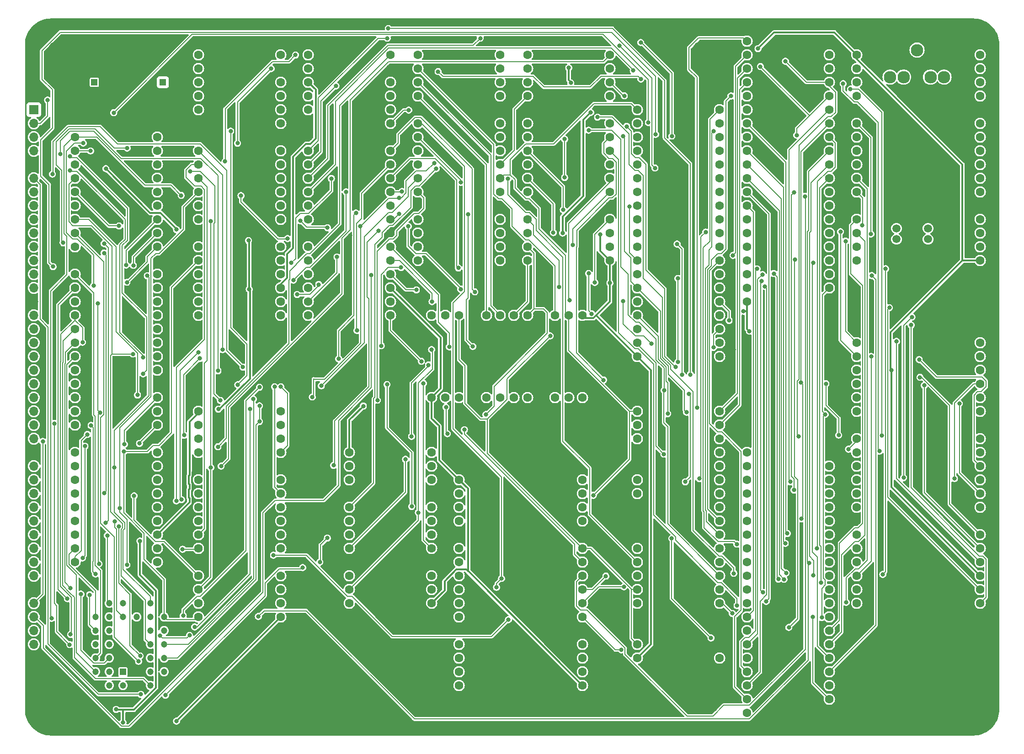
<source format=gbr>
%TF.GenerationSoftware,KiCad,Pcbnew,7.0.5*%
%TF.CreationDate,2024-01-26T10:33:22+02:00*%
%TF.ProjectId,Sound Board,536f756e-6420-4426-9f61-72642e6b6963,rev?*%
%TF.SameCoordinates,Original*%
%TF.FileFunction,Copper,L2,Bot*%
%TF.FilePolarity,Positive*%
%FSLAX46Y46*%
G04 Gerber Fmt 4.6, Leading zero omitted, Abs format (unit mm)*
G04 Created by KiCad (PCBNEW 7.0.5) date 2024-01-26 10:33:22*
%MOMM*%
%LPD*%
G01*
G04 APERTURE LIST*
%TA.AperFunction,ComponentPad*%
%ADD10R,1.200000X1.200000*%
%TD*%
%TA.AperFunction,ComponentPad*%
%ADD11C,1.200000*%
%TD*%
%TA.AperFunction,ComponentPad*%
%ADD12C,1.600000*%
%TD*%
%TA.AperFunction,ComponentPad*%
%ADD13C,5.600000*%
%TD*%
%TA.AperFunction,WasherPad*%
%ADD14C,2.300000*%
%TD*%
%TA.AperFunction,WasherPad*%
%ADD15C,1.500000*%
%TD*%
%TA.AperFunction,ComponentPad*%
%ADD16R,1.700000X1.700000*%
%TD*%
%TA.AperFunction,ComponentPad*%
%ADD17O,1.700000X1.700000*%
%TD*%
%TA.AperFunction,ViaPad*%
%ADD18C,0.800000*%
%TD*%
%TA.AperFunction,Conductor*%
%ADD19C,0.200000*%
%TD*%
%TA.AperFunction,Conductor*%
%ADD20C,0.380000*%
%TD*%
G04 APERTURE END LIST*
D10*
%TO.P,IC1,1,N.C.*%
%TO.N,unconnected-(IC1-N.C.-Pad1)*%
X41910000Y-149860000D03*
D11*
%TO.P,IC1,2,A16*%
%TO.N,/GND*%
X44450000Y-152400000D03*
%TO.P,IC1,3,A15*%
X44450000Y-149860000D03*
%TO.P,IC1,4,A12*%
%TO.N,/A12*%
X46990000Y-152400000D03*
%TO.P,IC1,5,A7*%
%TO.N,/A7*%
X49530000Y-149860000D03*
%TO.P,IC1,6,A6*%
%TO.N,/A6*%
X46990000Y-149860000D03*
%TO.P,IC1,7,A5*%
%TO.N,/A5*%
X49530000Y-147320000D03*
%TO.P,IC1,8,A4*%
%TO.N,/A4*%
X46990000Y-147320000D03*
%TO.P,IC1,9,A3*%
%TO.N,/A3*%
X49530000Y-144780000D03*
%TO.P,IC1,10,A2*%
%TO.N,/A2*%
X46990000Y-144780000D03*
%TO.P,IC1,11,A1*%
%TO.N,/A1*%
X49530000Y-142240000D03*
%TO.P,IC1,12,A0*%
%TO.N,/A0*%
X46990000Y-142240000D03*
%TO.P,IC1,13,DQ0*%
%TO.N,/D0*%
X49530000Y-139700000D03*
%TO.P,IC1,14,DQ1*%
%TO.N,/D1*%
X46990000Y-137160000D03*
%TO.P,IC1,15,DQ2*%
%TO.N,/D2*%
X46990000Y-139700000D03*
%TO.P,IC1,16,GND*%
%TO.N,/GND*%
X44450000Y-137160000D03*
%TO.P,IC1,17,DQ3*%
%TO.N,/D3*%
X44450000Y-139700000D03*
%TO.P,IC1,18,DQ4*%
%TO.N,/D4*%
X41910000Y-137160000D03*
%TO.P,IC1,19,DQ5*%
%TO.N,/D5*%
X41910000Y-139700000D03*
%TO.P,IC1,20,DQ6*%
%TO.N,/D6*%
X39370000Y-137160000D03*
%TO.P,IC1,21,DQ7*%
%TO.N,/D7*%
X36830000Y-139700000D03*
%TO.P,IC1,22,~{CE}*%
%TO.N,/~{Device ROM}*%
X39370000Y-139700000D03*
%TO.P,IC1,23,A10*%
%TO.N,/A10*%
X36830000Y-142240000D03*
%TO.P,IC1,24,~{OE}*%
%TO.N,/~{RD}*%
X39370000Y-142240000D03*
%TO.P,IC1,25,A11*%
%TO.N,/A11*%
X36830000Y-144780000D03*
%TO.P,IC1,26,A9*%
%TO.N,/A9*%
X39370000Y-144780000D03*
%TO.P,IC1,27,A8*%
%TO.N,/A8*%
X36830000Y-147320000D03*
%TO.P,IC1,28,A13*%
%TO.N,/A13*%
X39370000Y-147320000D03*
%TO.P,IC1,29,A14*%
%TO.N,/A14*%
X36830000Y-149860000D03*
%TO.P,IC1,30,N.C.*%
%TO.N,unconnected-(IC1-N.C.-Pad30)*%
X39370000Y-152400000D03*
%TO.P,IC1,31,~{WE}*%
%TO.N,/~{WD}*%
X39370000Y-149860000D03*
%TO.P,IC1,32,3V*%
%TO.N,/3.3V*%
X41910000Y-152400000D03*
%TD*%
D12*
%TO.P,B13,1,5V*%
%TO.N,/5V*%
X104140000Y-114300000D03*
%TO.P,B13,2,N.C.*%
%TO.N,unconnected-(B13-N.C.-Pad2)*%
X104140000Y-116840000D03*
%TO.P,B13,3,N.C.*%
%TO.N,unconnected-(B13-N.C.-Pad3)*%
X104140000Y-119380000D03*
%TO.P,B13,4,N.C.*%
%TO.N,unconnected-(B13-N.C.-Pad4)*%
X104140000Y-121920000D03*
%TO.P,B13,5,GND*%
%TO.N,/GND*%
X104140000Y-124460000D03*
%TO.P,B13,6,~{Reset}*%
%TO.N,/Enable*%
X104140000Y-127000000D03*
%TO.P,B13,7,Clk_Sel_{S1}*%
%TO.N,/Clock Select _{S1}*%
X104140000Y-129540000D03*
%TO.P,B13,8,Clk_Sel_{S0}*%
%TO.N,/Clock Select _{S0}*%
X104140000Y-132080000D03*
%TO.P,B13,9,N.C.*%
%TO.N,unconnected-(B13-N.C.-Pad9)*%
X104140000Y-134620000D03*
%TO.P,B13,10,N.C.*%
%TO.N,unconnected-(B13-N.C.-Pad10)*%
X104140000Y-137160000D03*
%TO.P,B13,11,N.C.*%
%TO.N,unconnected-(B13-N.C.-Pad11)*%
X104140000Y-139700000D03*
%TO.P,B13,12,GND*%
%TO.N,/GND*%
X104140000Y-142240000D03*
%TO.P,B13,13,N.C.*%
%TO.N,unconnected-(B13-N.C.-Pad13)*%
X104140000Y-144780000D03*
%TO.P,B13,14,N.C.*%
%TO.N,unconnected-(B13-N.C.-Pad14)*%
X104140000Y-147320000D03*
%TO.P,B13,15,N.C.*%
%TO.N,unconnected-(B13-N.C.-Pad15)*%
X104140000Y-149860000D03*
%TO.P,B13,16,N.C.*%
%TO.N,unconnected-(B13-N.C.-Pad16)*%
X104140000Y-152400000D03*
%TO.P,B13,17,5V*%
%TO.N,/5V*%
X127000000Y-152400000D03*
%TO.P,B13,18,N.C.*%
%TO.N,unconnected-(B13-N.C.-Pad18)*%
X127000000Y-149860000D03*
%TO.P,B13,19,N.C.*%
%TO.N,unconnected-(B13-N.C.-Pad19)*%
X127000000Y-147320000D03*
%TO.P,B13,20,N.C.*%
%TO.N,unconnected-(B13-N.C.-Pad20)*%
X127000000Y-144780000D03*
%TO.P,B13,21,GND*%
%TO.N,/GND*%
X127000000Y-142240000D03*
%TO.P,B13,22,~{WR}_{B}*%
%TO.N,/~{WR}_{B}*%
X127000000Y-139700000D03*
%TO.P,B13,23,~{WR}_{A}*%
%TO.N,/~{WR}_{A}*%
X127000000Y-137160000D03*
%TO.P,B13,24,A0*%
%TO.N,/MAX_{A0}*%
X127000000Y-134620000D03*
%TO.P,B13,25,~{WR}*%
%TO.N,/MAX_{~{WR}}*%
X127000000Y-132080000D03*
%TO.P,B13,26,~{CLK}*%
%TO.N,/~{CLK}*%
X127000000Y-129540000D03*
%TO.P,B13,27,CLK*%
%TO.N,/CLK*%
X127000000Y-127000000D03*
%TO.P,B13,28,GND*%
%TO.N,/GND*%
X127000000Y-124460000D03*
%TO.P,B13,29,N.C.*%
%TO.N,unconnected-(B13-N.C.-Pad29)*%
X127000000Y-121920000D03*
%TO.P,B13,30,N.C.*%
%TO.N,unconnected-(B13-N.C.-Pad30)*%
X127000000Y-119380000D03*
%TO.P,B13,31,N.C.*%
%TO.N,unconnected-(B13-N.C.-Pad31)*%
X127000000Y-116840000D03*
%TO.P,B13,32,N.C.*%
%TO.N,unconnected-(B13-N.C.-Pad32)*%
X127000000Y-114300000D03*
%TD*%
D13*
%TO.P,H4,1,GND*%
%TO.N,/GND*%
X149860000Y-35560000D03*
%TD*%
D12*
%TO.P,B6,1,T~{OE}*%
%TO.N,/CPU B ~{OE}\u00B7~{WE}*%
X157480000Y-109220000D03*
%TO.P,B6,2,T~{DIR}*%
%TO.N,/~{WD}*%
X157480000Y-111760000D03*
%TO.P,B6,3,M~{OE}*%
%TO.N,/B ~{OE}*%
X157480000Y-114300000D03*
%TO.P,B6,4,M~{WE}*%
%TO.N,/B ~{WE}*%
X157480000Y-116840000D03*
%TO.P,B6,5,M14*%
%TO.N,/M14*%
X157480000Y-119380000D03*
%TO.P,B6,6,M13*%
%TO.N,/M13*%
X157480000Y-121920000D03*
%TO.P,B6,7,M12*%
%TO.N,/M12*%
X157480000Y-124460000D03*
%TO.P,B6,8,M11*%
%TO.N,/M11*%
X157480000Y-127000000D03*
%TO.P,B6,9,M10*%
%TO.N,/M10*%
X157480000Y-129540000D03*
%TO.P,B6,10,M9*%
%TO.N,/M9*%
X157480000Y-132080000D03*
%TO.P,B6,11,M8*%
%TO.N,/M8*%
X157480000Y-134620000D03*
%TO.P,B6,12,M7*%
%TO.N,/M7*%
X157480000Y-137160000D03*
%TO.P,B6,13,M6*%
%TO.N,/M6*%
X157480000Y-139700000D03*
%TO.P,B6,14,M5*%
%TO.N,/M5*%
X157480000Y-142240000D03*
%TO.P,B6,15,M4*%
%TO.N,/M4*%
X157480000Y-144780000D03*
%TO.P,B6,16,M3*%
%TO.N,/M3*%
X157480000Y-147320000D03*
%TO.P,B6,17,M2*%
%TO.N,/M2*%
X157480000Y-149860000D03*
%TO.P,B6,18,M1*%
%TO.N,/M1*%
X157480000Y-152400000D03*
%TO.P,B6,19,M0*%
%TO.N,/M0*%
X157480000Y-154940000D03*
%TO.P,B6,20,5V*%
%TO.N,/5V*%
X157480000Y-157480000D03*
%TO.P,B6,21,GND*%
%TO.N,/GND*%
X172720000Y-157480000D03*
%TO.P,B6,22,LLE*%
%TO.N,/Sound Address*%
X172720000Y-154940000D03*
%TO.P,B6,23,L~{OE}*%
%TO.N,/~{WR}_{B}*%
X172720000Y-152400000D03*
%TO.P,B6,24,LQ0*%
%TO.N,/MAX0*%
X172720000Y-149860000D03*
%TO.P,B6,25,LQ1*%
%TO.N,/MAX1*%
X172720000Y-147320000D03*
%TO.P,B6,26,LQ2*%
%TO.N,/MAX2*%
X172720000Y-144780000D03*
%TO.P,B6,27,LQ3*%
%TO.N,/MAX3*%
X172720000Y-142240000D03*
%TO.P,B6,28,LQ4*%
%TO.N,/MAX4*%
X172720000Y-139700000D03*
%TO.P,B6,29,LQ5*%
%TO.N,/MAX5*%
X172720000Y-137160000D03*
%TO.P,B6,30,LQ6*%
%TO.N,/MAX6*%
X172720000Y-134620000D03*
%TO.P,B6,31,LQ7*%
%TO.N,/MAX7*%
X172720000Y-132080000D03*
%TO.P,B6,32,D0*%
%TO.N,/D0*%
X172720000Y-129540000D03*
%TO.P,B6,33,D1*%
%TO.N,/D1*%
X172720000Y-127000000D03*
%TO.P,B6,34,D2*%
%TO.N,/D2*%
X172720000Y-124460000D03*
%TO.P,B6,35,D3*%
%TO.N,/D3*%
X172720000Y-121920000D03*
%TO.P,B6,36,D4*%
%TO.N,/D4*%
X172720000Y-119380000D03*
%TO.P,B6,37,D5*%
%TO.N,/D5*%
X172720000Y-116840000D03*
%TO.P,B6,38,D6*%
%TO.N,/D6*%
X172720000Y-114300000D03*
%TO.P,B6,39,D7*%
%TO.N,/D7*%
X172720000Y-111760000D03*
%TO.P,B6,40,GND*%
%TO.N,/GND*%
X172720000Y-109220000D03*
%TD*%
%TO.P,B16,1,A0*%
%TO.N,/A0*%
X33020000Y-50800000D03*
%TO.P,B16,2,A1*%
%TO.N,/A1*%
X33020000Y-53340000D03*
%TO.P,B16,3,5V*%
%TO.N,/5V*%
X33020000Y-55880000D03*
%TO.P,B16,4,A2*%
%TO.N,/A2*%
X33020000Y-58420000D03*
%TO.P,B16,5,A3*%
%TO.N,/A3*%
X33020000Y-60960000D03*
%TO.P,B16,6,A4*%
%TO.N,/A4*%
X33020000Y-63500000D03*
%TO.P,B16,7,A5*%
%TO.N,/A5*%
X33020000Y-66040000D03*
%TO.P,B16,8,A6*%
%TO.N,/A6*%
X33020000Y-68580000D03*
%TO.P,B16,9,A7*%
%TO.N,/A7*%
X33020000Y-71120000D03*
%TO.P,B16,10,GND*%
%TO.N,/GND*%
X33020000Y-73660000D03*
%TO.P,B16,11,A8*%
%TO.N,/A8*%
X33020000Y-76200000D03*
%TO.P,B16,12,A9*%
%TO.N,/A9*%
X33020000Y-78740000D03*
%TO.P,B16,13,A10*%
%TO.N,/A10*%
X33020000Y-81280000D03*
%TO.P,B16,14,A11*%
%TO.N,/A11*%
X33020000Y-83820000D03*
%TO.P,B16,15,A12*%
%TO.N,/A12*%
X33020000Y-86360000D03*
%TO.P,B16,16,A13*%
%TO.N,/A13*%
X33020000Y-88900000D03*
%TO.P,B16,17,A14*%
%TO.N,/A14*%
X33020000Y-91440000D03*
%TO.P,B16,18,A15*%
%TO.N,/A15*%
X33020000Y-93980000D03*
%TO.P,B16,19,A16*%
%TO.N,/A16*%
X33020000Y-96520000D03*
%TO.P,B16,20,S*%
%TO.N,unconnected-(B16-S-Pad20)*%
X33020000Y-99060000D03*
%TO.P,B16,21,~{WD}*%
%TO.N,/~{WD}*%
X33020000Y-101600000D03*
%TO.P,B16,22,~{RD}*%
%TO.N,/~{RD}*%
X33020000Y-104140000D03*
%TO.P,B16,23,GND*%
%TO.N,/GND*%
X33020000Y-106680000D03*
%TO.P,B16,24,D0*%
%TO.N,/D0*%
X33020000Y-109220000D03*
%TO.P,B16,25,D1*%
%TO.N,/D1*%
X33020000Y-111760000D03*
%TO.P,B16,26,D2*%
%TO.N,/D2*%
X33020000Y-114300000D03*
%TO.P,B16,27,D3*%
%TO.N,/D3*%
X33020000Y-116840000D03*
%TO.P,B16,28,D4*%
%TO.N,/D4*%
X33020000Y-119380000D03*
%TO.P,B16,29,D5*%
%TO.N,/D5*%
X33020000Y-121920000D03*
%TO.P,B16,30,D6*%
%TO.N,/D6*%
X33020000Y-124460000D03*
%TO.P,B16,31,D7*%
%TO.N,/D7*%
X33020000Y-127000000D03*
%TO.P,B16,32,Deivce_~{CS}*%
%TO.N,/Device ~{CS}*%
X33020000Y-129540000D03*
%TO.P,B16,33,Deivce_~{CS}_{IN}*%
%TO.N,/Device ~{CS} _{IN}*%
X48260000Y-129540000D03*
%TO.P,B16,34,D7_{IN/OUT}*%
%TO.N,/D7_{IN{slash}OUT}*%
X48260000Y-127000000D03*
%TO.P,B16,35,5V*%
%TO.N,/5V*%
X48260000Y-124460000D03*
%TO.P,B16,36,D6_{IN/OUT}*%
%TO.N,/D6_{IN{slash}OUT}*%
X48260000Y-121920000D03*
%TO.P,B16,37,D5_{IN/OUT}*%
%TO.N,/D5_{IN{slash}OUT}*%
X48260000Y-119380000D03*
%TO.P,B16,38,D4_{IN/OUT}*%
%TO.N,/D4_{IN{slash}OUT}*%
X48260000Y-116840000D03*
%TO.P,B16,39,D3_{IN/OUT}*%
%TO.N,/D3_{IN{slash}OUT}*%
X48260000Y-114300000D03*
%TO.P,B16,40,D2_{IN/OUT}*%
%TO.N,/D2_{IN{slash}OUT}*%
X48260000Y-111760000D03*
%TO.P,B16,41,D1_{IN/OUT}*%
%TO.N,/D1_{IN{slash}OUT}*%
X48260000Y-109220000D03*
%TO.P,B16,42,GND*%
%TO.N,/GND*%
X48260000Y-106680000D03*
%TO.P,B16,43,D0_{IN/OUT}*%
%TO.N,/D0_{IN{slash}OUT}*%
X48260000Y-104140000D03*
%TO.P,B16,44,~{RD}_{IN}*%
%TO.N,/~{RD}_{IN}*%
X48260000Y-101600000D03*
%TO.P,B16,45,~{WD}_{IN}*%
%TO.N,/~{WD}_{IN}*%
X48260000Y-99060000D03*
%TO.P,B16,46,S_{IN}*%
%TO.N,/GND*%
X48260000Y-96520000D03*
%TO.P,B16,47,A16_{IN}*%
%TO.N,/A16_{IN}*%
X48260000Y-93980000D03*
%TO.P,B16,48,A15_{IN}*%
%TO.N,/A15_{IN}*%
X48260000Y-91440000D03*
%TO.P,B16,49,A14_{IN}*%
%TO.N,/A14_{IN}*%
X48260000Y-88900000D03*
%TO.P,B16,50,A13_{IN}*%
%TO.N,/A13_{IN}*%
X48260000Y-86360000D03*
%TO.P,B16,51,A12_{IN}*%
%TO.N,/A12_{IN}*%
X48260000Y-83820000D03*
%TO.P,B16,52,A11_{IN}*%
%TO.N,/A11_{IN}*%
X48260000Y-81280000D03*
%TO.P,B16,53,A10_{IN}*%
%TO.N,/A10_{IN}*%
X48260000Y-78740000D03*
%TO.P,B16,54,A9_{IN}*%
%TO.N,/A9_{IN}*%
X48260000Y-76200000D03*
%TO.P,B16,55,GND*%
%TO.N,/GND*%
X48260000Y-73660000D03*
%TO.P,B16,56,A8_{IN}*%
%TO.N,/A8_{IN}*%
X48260000Y-71120000D03*
%TO.P,B16,57,A7_{IN}*%
%TO.N,/A7_{IN}*%
X48260000Y-68580000D03*
%TO.P,B16,58,A6_{IN}*%
%TO.N,/A6_{IN}*%
X48260000Y-66040000D03*
%TO.P,B16,59,A5_{IN}*%
%TO.N,/A5_{IN}*%
X48260000Y-63500000D03*
%TO.P,B16,60,A4_{IN}*%
%TO.N,/A4_{IN}*%
X48260000Y-60960000D03*
%TO.P,B16,61,A3_{IN}*%
%TO.N,/A3_{IN}*%
X48260000Y-58420000D03*
%TO.P,B16,62,A2_{IN}*%
%TO.N,/A2_{IN}*%
X48260000Y-55880000D03*
%TO.P,B16,63,A1_{IN}*%
%TO.N,/A1_{IN}*%
X48260000Y-53340000D03*
%TO.P,B16,64,A0_{IN}*%
%TO.N,/A0_{IN}*%
X48260000Y-50800000D03*
%TD*%
%TO.P,B2,1,N.C.*%
%TO.N,unconnected-(B2-N.C.-Pad1)*%
X76200000Y-35560000D03*
%TO.P,B2,2,N.C.*%
%TO.N,unconnected-(B2-N.C.-Pad2)*%
X76200000Y-38100000D03*
%TO.P,B2,3,5V*%
%TO.N,/5V*%
X76200000Y-40640000D03*
%TO.P,B2,4,N.C.*%
%TO.N,unconnected-(B2-N.C.-Pad4)*%
X76200000Y-43180000D03*
%TO.P,B2,5,N.C.*%
%TO.N,unconnected-(B2-N.C.-Pad5)*%
X76200000Y-45720000D03*
%TO.P,B2,6,~{OE}*%
%TO.N,/GND*%
X76200000Y-48260000D03*
%TO.P,B2,7,GND*%
X76200000Y-50800000D03*
%TO.P,B2,8,D7*%
%TO.N,/D7*%
X76200000Y-53340000D03*
%TO.P,B2,9,D6*%
%TO.N,/D6*%
X76200000Y-55880000D03*
%TO.P,B2,10,D5*%
%TO.N,/D5*%
X76200000Y-58420000D03*
%TO.P,B2,11,D4*%
%TO.N,/D4*%
X76200000Y-60960000D03*
%TO.P,B2,12,D3*%
%TO.N,/D3*%
X76200000Y-63500000D03*
%TO.P,B2,13,D2*%
%TO.N,/D2*%
X76200000Y-66040000D03*
%TO.P,B2,14,GND*%
%TO.N,/GND*%
X76200000Y-68580000D03*
%TO.P,B2,15,D1*%
%TO.N,/D1*%
X76200000Y-71120000D03*
%TO.P,B2,16,D0*%
%TO.N,/D0*%
X76200000Y-73660000D03*
%TO.P,B2,17,N.C.*%
%TO.N,unconnected-(B2-N.C.-Pad17)*%
X76200000Y-76200000D03*
%TO.P,B2,18,N.C.*%
%TO.N,unconnected-(B2-N.C.-Pad18)*%
X76200000Y-78740000D03*
%TO.P,B2,19,Write_A_High*%
%TO.N,/Write Interrupt Address High*%
X76200000Y-81280000D03*
%TO.P,B2,20,Write_A_Low*%
%TO.N,/Write Interrupt Address Low*%
X76200000Y-83820000D03*
%TO.P,B2,21,C0*%
%TO.N,/C0*%
X91440000Y-83820000D03*
%TO.P,B2,22,C1*%
%TO.N,/C1*%
X91440000Y-81280000D03*
%TO.P,B2,23,5V*%
%TO.N,/5V*%
X91440000Y-78740000D03*
%TO.P,B2,24,C2*%
%TO.N,/C2*%
X91440000Y-76200000D03*
%TO.P,B2,25,C3*%
%TO.N,/C3*%
X91440000Y-73660000D03*
%TO.P,B2,26,C4*%
%TO.N,/C4*%
X91440000Y-71120000D03*
%TO.P,B2,27,GND*%
%TO.N,/GND*%
X91440000Y-68580000D03*
%TO.P,B2,28,C5*%
%TO.N,/C5*%
X91440000Y-66040000D03*
%TO.P,B2,29,C6*%
%TO.N,/C6*%
X91440000Y-63500000D03*
%TO.P,B2,30,C7*%
%TO.N,/C7*%
X91440000Y-60960000D03*
%TO.P,B2,31,C8*%
%TO.N,/C8*%
X91440000Y-58420000D03*
%TO.P,B2,32,C9*%
%TO.N,/C9*%
X91440000Y-55880000D03*
%TO.P,B2,33,C10*%
%TO.N,/C10*%
X91440000Y-53340000D03*
%TO.P,B2,34,GND*%
%TO.N,/GND*%
X91440000Y-50800000D03*
%TO.P,B2,35,C11*%
%TO.N,/C11*%
X91440000Y-48260000D03*
%TO.P,B2,36,C12*%
%TO.N,/C12*%
X91440000Y-45720000D03*
%TO.P,B2,37,C13*%
%TO.N,/C13*%
X91440000Y-43180000D03*
%TO.P,B2,38,C14*%
%TO.N,/C14*%
X91440000Y-40640000D03*
%TO.P,B2,39,C15*%
%TO.N,/GND*%
X91440000Y-38100000D03*
%TO.P,B2,40,~{C=A}*%
%TO.N,/~{Interrupt} _{CMP}*%
X91440000Y-35560000D03*
%TD*%
%TO.P,B10,1,5V*%
%TO.N,/5V*%
X83820000Y-109220000D03*
%TO.P,B10,2,~{Device_RAM}*%
%TO.N,/~{Device ROM}*%
X83820000Y-111760000D03*
%TO.P,B10,3,~{Device_Registers}*%
%TO.N,/~{CPU Address}*%
X83820000Y-114300000D03*
%TO.P,B10,4,GND*%
%TO.N,/GND*%
X83820000Y-116840000D03*
%TO.P,B10,5,~{Device_ROM}*%
%TO.N,/~{Device Registers}*%
X83820000Y-119380000D03*
%TO.P,B10,6,N.C.*%
%TO.N,unconnected-(B10-N.C.-Pad6)*%
X83820000Y-121920000D03*
%TO.P,B10,7,N.C.*%
%TO.N,unconnected-(B10-N.C.-Pad7)*%
X83820000Y-124460000D03*
%TO.P,B10,8,~{WD}*%
%TO.N,/~{RD}*%
X83820000Y-127000000D03*
%TO.P,B10,9,GND*%
%TO.N,/GND*%
X83820000Y-129540000D03*
%TO.P,B10,10,N.C.*%
%TO.N,unconnected-(B10-N.C.-Pad10)*%
X83820000Y-132080000D03*
%TO.P,B10,11,~{RD}*%
%TO.N,/~{WD}*%
X83820000Y-134620000D03*
%TO.P,B10,12,N.C.*%
%TO.N,unconnected-(B10-N.C.-Pad12)*%
X83820000Y-137160000D03*
%TO.P,B10,13,5V*%
%TO.N,/5V*%
X99060000Y-137160000D03*
%TO.P,B10,14,N.C.*%
%TO.N,unconnected-(B10-N.C.-Pad14)*%
X99060000Y-134620000D03*
%TO.P,B10,15,N.C.*%
%TO.N,unconnected-(B10-N.C.-Pad15)*%
X99060000Y-132080000D03*
%TO.P,B10,16,GND*%
%TO.N,/GND*%
X99060000Y-129540000D03*
%TO.P,B10,17,H0_{OUT}*%
%TO.N,/H0_{OUT}*%
X99060000Y-127000000D03*
%TO.P,B10,18,H1_{OUT}*%
%TO.N,/H1_{OUT}*%
X99060000Y-124460000D03*
%TO.P,B10,19,H2_{OUT}*%
%TO.N,/H2_{OUT}*%
X99060000Y-121920000D03*
%TO.P,B10,20,N.C.*%
%TO.N,unconnected-(B10-N.C.-Pad20)*%
X99060000Y-119380000D03*
%TO.P,B10,21,GND*%
%TO.N,/GND*%
X99060000Y-116840000D03*
%TO.P,B10,22,N.C.*%
%TO.N,unconnected-(B10-N.C.-Pad22)*%
X99060000Y-114300000D03*
%TO.P,B10,23,N.C.*%
%TO.N,unconnected-(B10-N.C.-Pad23)*%
X99060000Y-111760000D03*
%TO.P,B10,24,N.C.*%
%TO.N,unconnected-(B10-N.C.-Pad24)*%
X99060000Y-109220000D03*
%TD*%
D14*
%TO.P,B9,*%
%TO.N,*%
X183976000Y-39679000D03*
D15*
X185166000Y-67723000D03*
X185166000Y-69723000D03*
D14*
X186476000Y-39679000D03*
X188976000Y-34679000D03*
D15*
X191008000Y-67723000D03*
X191008000Y-69723000D03*
D14*
X191476000Y-39679000D03*
X193976000Y-39679000D03*
D12*
%TO.P,B9,1,5V*%
%TO.N,/5V*%
X177800000Y-35560000D03*
%TO.P,B9,2,N.C.*%
%TO.N,unconnected-(B9-N.C.-Pad2)*%
X177800000Y-38100000D03*
%TO.P,B9,3,N.C.*%
%TO.N,unconnected-(B9-N.C.-Pad3)*%
X177800000Y-40640000D03*
%TO.P,B9,4,~{Enable}*%
%TO.N,/~{Enable} _{OUT}*%
X177800000Y-43180000D03*
%TO.P,B9,5,GND*%
%TO.N,/GND*%
X177800000Y-45720000D03*
%TO.P,B9,6,A0*%
%TO.N,/MAX_{A0}*%
X177800000Y-48260000D03*
%TO.P,B9,7,~{WR}*%
%TO.N,/MAX_{~{WR}}*%
X177800000Y-50800000D03*
%TO.P,B9,8,D7*%
%TO.N,/MAX7*%
X177800000Y-53340000D03*
%TO.P,B9,9,D6*%
%TO.N,/MAX6*%
X177800000Y-55880000D03*
%TO.P,B9,10,D5*%
%TO.N,/MAX5*%
X177800000Y-58420000D03*
%TO.P,B9,11,D4*%
%TO.N,/MAX4*%
X177800000Y-60960000D03*
%TO.P,B9,12,GND*%
%TO.N,/GND*%
X177800000Y-63500000D03*
%TO.P,B9,13,D3*%
%TO.N,/MAX3*%
X177800000Y-66040000D03*
%TO.P,B9,14,D2*%
%TO.N,/MAX2*%
X177800000Y-68580000D03*
%TO.P,B9,15,D1*%
%TO.N,/MAX1*%
X177800000Y-71120000D03*
%TO.P,B9,16,D0*%
%TO.N,/MAX0*%
X177800000Y-73660000D03*
%TO.P,B9,17,5V*%
%TO.N,/5V*%
X200660000Y-73660000D03*
%TO.P,B9,18,N.C.*%
%TO.N,unconnected-(B9-N.C.-Pad18)*%
X200660000Y-71120000D03*
%TO.P,B9,19,N.C.*%
%TO.N,unconnected-(B9-N.C.-Pad19)*%
X200660000Y-68580000D03*
%TO.P,B9,20,N.C.*%
%TO.N,unconnected-(B9-N.C.-Pad20)*%
X200660000Y-66040000D03*
%TO.P,B9,21,GND*%
%TO.N,/GND*%
X200660000Y-63500000D03*
%TO.P,B9,22,N.C.*%
%TO.N,unconnected-(B9-N.C.-Pad22)*%
X200660000Y-60960000D03*
%TO.P,B9,23,N.C.*%
%TO.N,unconnected-(B9-N.C.-Pad23)*%
X200660000Y-58420000D03*
%TO.P,B9,24,N.C.*%
%TO.N,unconnected-(B9-N.C.-Pad24)*%
X200660000Y-55880000D03*
%TO.P,B9,25,N.C.*%
%TO.N,unconnected-(B9-N.C.-Pad25)*%
X200660000Y-53340000D03*
%TO.P,B9,26,N.C.*%
%TO.N,unconnected-(B9-N.C.-Pad26)*%
X200660000Y-50800000D03*
%TO.P,B9,27,N.C.*%
%TO.N,unconnected-(B9-N.C.-Pad27)*%
X200660000Y-48260000D03*
%TO.P,B9,28,GND*%
%TO.N,/GND*%
X200660000Y-45720000D03*
%TO.P,B9,29,N.C.*%
%TO.N,unconnected-(B9-N.C.-Pad29)*%
X200660000Y-43180000D03*
%TO.P,B9,30,N.C.*%
%TO.N,unconnected-(B9-N.C.-Pad30)*%
X200660000Y-40640000D03*
%TO.P,B9,31,N.C.*%
%TO.N,unconnected-(B9-N.C.-Pad31)*%
X200660000Y-38100000D03*
%TO.P,B9,32,N.C.*%
%TO.N,unconnected-(B9-N.C.-Pad32)*%
X200660000Y-35560000D03*
%TD*%
%TO.P,B8,1,5V*%
%TO.N,/5V*%
X55880000Y-101600000D03*
%TO.P,B8,2,Interrupt_CLK*%
%TO.N,/~{CLK}*%
X55880000Y-104140000D03*
%TO.P,B8,3,Write_Clear_Interrupt*%
%TO.N,/Write Clear Interrupt*%
X55880000Y-106680000D03*
%TO.P,B8,4,~{Set_Interrupt_on_CLK}*%
%TO.N,/~{Interrupt} _{CMP}*%
X55880000Y-109220000D03*
%TO.P,B8,5,GND*%
%TO.N,/GND*%
X55880000Y-111760000D03*
%TO.P,B8,6,Read_Flags*%
%TO.N,/Read Flags*%
X55880000Y-114300000D03*
%TO.P,B8,7,Write_Flags*%
%TO.N,/Write Flags*%
X55880000Y-116840000D03*
%TO.P,B8,8,D7*%
%TO.N,/D7*%
X55880000Y-119380000D03*
%TO.P,B8,9,D6*%
%TO.N,/D6*%
X55880000Y-121920000D03*
%TO.P,B8,10,D5*%
%TO.N,/D5*%
X55880000Y-124460000D03*
%TO.P,B8,11,D4*%
%TO.N,/D4*%
X55880000Y-127000000D03*
%TO.P,B8,12,GND*%
%TO.N,/GND*%
X55880000Y-129540000D03*
%TO.P,B8,13,D3*%
%TO.N,/D3*%
X55880000Y-132080000D03*
%TO.P,B8,14,D2*%
%TO.N,/D2*%
X55880000Y-134620000D03*
%TO.P,B8,15,D1*%
%TO.N,/D1*%
X55880000Y-137160000D03*
%TO.P,B8,16,D0*%
%TO.N,/D0*%
X55880000Y-139700000D03*
%TO.P,B8,17,5V*%
%TO.N,/5V*%
X71120000Y-139700000D03*
%TO.P,B8,18,F0*%
%TO.N,/Clock Select _{S0}*%
X71120000Y-137160000D03*
%TO.P,B8,19,F1*%
%TO.N,/Clock Select _{S1}*%
X71120000Y-134620000D03*
%TO.P,B8,20,F2*%
%TO.N,unconnected-(B8-F2-Pad20)*%
X71120000Y-132080000D03*
%TO.P,B8,21,GND*%
%TO.N,/GND*%
X71120000Y-129540000D03*
%TO.P,B8,22,F3*%
%TO.N,unconnected-(B8-F3-Pad22)*%
X71120000Y-127000000D03*
%TO.P,B8,23,F4*%
%TO.N,unconnected-(B8-F4-Pad23)*%
X71120000Y-124460000D03*
%TO.P,B8,24,F5*%
%TO.N,unconnected-(B8-F5-Pad24)*%
X71120000Y-121920000D03*
%TO.P,B8,25,N.C.*%
%TO.N,unconnected-(B8-N.C.-Pad25)*%
X71120000Y-119380000D03*
%TO.P,B8,26,~{Enable}*%
%TO.N,/~{Enable} _{OUT}*%
X71120000Y-116840000D03*
%TO.P,B8,27,Enable*%
%TO.N,/Enable*%
X71120000Y-114300000D03*
%TO.P,B8,28,GND*%
%TO.N,/GND*%
X71120000Y-111760000D03*
%TO.P,B8,29,~{INT}*%
%TO.N,/~{Interrupt} _{OUT}*%
X71120000Y-109220000D03*
%TO.P,B8,30,INT*%
%TO.N,unconnected-(B8-INT-Pad30)*%
X71120000Y-106680000D03*
%TO.P,B8,31,N.C.*%
%TO.N,unconnected-(B8-N.C.-Pad31)*%
X71120000Y-104140000D03*
%TO.P,B8,32,N.C.*%
%TO.N,unconnected-(B8-N.C.-Pad32)*%
X71120000Y-101600000D03*
%TD*%
D10*
%TO.P,C4,1*%
%TO.N,/12V*%
X49308000Y-40640000D03*
D11*
%TO.P,C4,2*%
%TO.N,/GND*%
X51308000Y-40640000D03*
%TD*%
D12*
%TO.P,B1,1,Read_Count_High*%
%TO.N,/Read Counter Address High*%
X177800000Y-88900000D03*
%TO.P,B1,2,Read_Count_Low*%
%TO.N,/Read Counter Address Low*%
X177800000Y-91440000D03*
%TO.P,B1,3,5V*%
%TO.N,/5V*%
X177800000Y-93980000D03*
%TO.P,B1,4,CLK*%
%TO.N,/CLK*%
X177800000Y-96520000D03*
%TO.P,B1,5,~{Load_Count_Start}*%
%TO.N,/~{End} _{CMP}*%
X177800000Y-99060000D03*
%TO.P,B1,6,~{Reset}*%
%TO.N,/Enable*%
X177800000Y-101600000D03*
%TO.P,B1,7,GND*%
%TO.N,/GND*%
X177800000Y-104140000D03*
%TO.P,B1,8,D7*%
%TO.N,/D7*%
X177800000Y-106680000D03*
%TO.P,B1,9,D6*%
%TO.N,/D6*%
X177800000Y-109220000D03*
%TO.P,B1,10,D5*%
%TO.N,/D5*%
X177800000Y-111760000D03*
%TO.P,B1,11,D4*%
%TO.N,/D4*%
X177800000Y-114300000D03*
%TO.P,B1,12,D3*%
%TO.N,/D3*%
X177800000Y-116840000D03*
%TO.P,B1,13,D2*%
%TO.N,/D2*%
X177800000Y-119380000D03*
%TO.P,B1,14,GND*%
%TO.N,/GND*%
X177800000Y-121920000D03*
%TO.P,B1,15,D1*%
%TO.N,/D1*%
X177800000Y-124460000D03*
%TO.P,B1,16,D0*%
%TO.N,/D0*%
X177800000Y-127000000D03*
%TO.P,B1,17,Count_Enable*%
%TO.N,/3.3V*%
X177800000Y-129540000D03*
%TO.P,B1,18,Latch_Count*%
%TO.N,/Read Counter Address Low*%
X177800000Y-132080000D03*
%TO.P,B1,19,Write_Start_High*%
%TO.N,/Write Start Address High*%
X177800000Y-134620000D03*
%TO.P,B1,20,Write_Start_Low*%
%TO.N,/Write Start Address Low*%
X177800000Y-137160000D03*
%TO.P,B1,21,C0*%
%TO.N,/C0*%
X200660000Y-137160000D03*
%TO.P,B1,22,C1*%
%TO.N,/C1*%
X200660000Y-134620000D03*
%TO.P,B1,23,5V*%
%TO.N,/5V*%
X200660000Y-132080000D03*
%TO.P,B1,24,C2*%
%TO.N,/C2*%
X200660000Y-129540000D03*
%TO.P,B1,25,C3*%
%TO.N,/C3*%
X200660000Y-127000000D03*
%TO.P,B1,26,C4*%
%TO.N,/C4*%
X200660000Y-124460000D03*
%TO.P,B1,27,GND*%
%TO.N,/GND*%
X200660000Y-121920000D03*
%TO.P,B1,28,C5*%
%TO.N,/C5*%
X200660000Y-119380000D03*
%TO.P,B1,29,C6*%
%TO.N,/C6*%
X200660000Y-116840000D03*
%TO.P,B1,30,C7*%
%TO.N,/C7*%
X200660000Y-114300000D03*
%TO.P,B1,31,C8*%
%TO.N,/C8*%
X200660000Y-111760000D03*
%TO.P,B1,32,C9*%
%TO.N,/C9*%
X200660000Y-109220000D03*
%TO.P,B1,33,C10*%
%TO.N,/C10*%
X200660000Y-106680000D03*
%TO.P,B1,34,GND*%
%TO.N,/GND*%
X200660000Y-104140000D03*
%TO.P,B1,35,C11*%
%TO.N,/C11*%
X200660000Y-101600000D03*
%TO.P,B1,36,C12*%
%TO.N,/C12*%
X200660000Y-99060000D03*
%TO.P,B1,37,C13*%
%TO.N,/C13*%
X200660000Y-96520000D03*
%TO.P,B1,38,C14*%
%TO.N,/C14*%
X200660000Y-93980000D03*
%TO.P,B1,39,C15*%
%TO.N,unconnected-(B1-C15-Pad39)*%
X200660000Y-91440000D03*
%TO.P,B1,40,TC_{12..15}*%
%TO.N,unconnected-(B1-TC_{12..15}-Pad40)*%
X200660000Y-88900000D03*
%TD*%
%TO.P,B3,1,~{E}*%
%TO.N,/GND*%
X137160000Y-43180000D03*
%TO.P,B3,2,S*%
%TO.N,/~{CPU Address}*%
X137160000Y-45720000D03*
%TO.P,B3,3,A11*%
%TO.N,/A11*%
X137160000Y-48260000D03*
%TO.P,B3,4,A10*%
%TO.N,/A10*%
X137160000Y-50800000D03*
%TO.P,B3,5,A9*%
%TO.N,/A9*%
X137160000Y-53340000D03*
%TO.P,B3,6,A8*%
%TO.N,/A8*%
X137160000Y-55880000D03*
%TO.P,B3,7,A7*%
%TO.N,/A7*%
X137160000Y-58420000D03*
%TO.P,B3,8,A6*%
%TO.N,/A6*%
X137160000Y-60960000D03*
%TO.P,B3,9,A5*%
%TO.N,/A5*%
X137160000Y-63500000D03*
%TO.P,B3,10,A4*%
%TO.N,/A4*%
X137160000Y-66040000D03*
%TO.P,B3,11,A3*%
%TO.N,/A3*%
X137160000Y-68580000D03*
%TO.P,B3,12,A2*%
%TO.N,/A2*%
X137160000Y-71120000D03*
%TO.P,B3,13,A1*%
%TO.N,/A1*%
X137160000Y-73660000D03*
%TO.P,B3,14,A0*%
%TO.N,/A0*%
X137160000Y-76200000D03*
%TO.P,B3,15,B11*%
%TO.N,/C11*%
X137160000Y-78740000D03*
%TO.P,B3,16,B10*%
%TO.N,/C10*%
X137160000Y-81280000D03*
%TO.P,B3,17,B9*%
%TO.N,/C9*%
X137160000Y-83820000D03*
%TO.P,B3,18,B8*%
%TO.N,/C8*%
X137160000Y-86360000D03*
%TO.P,B3,19,B7*%
%TO.N,/C7*%
X137160000Y-88900000D03*
%TO.P,B3,20,5V*%
%TO.N,/5V*%
X137160000Y-91440000D03*
%TO.P,B3,21,B6*%
%TO.N,/C6*%
X152400000Y-91440000D03*
%TO.P,B3,22,B5*%
%TO.N,/C5*%
X152400000Y-88900000D03*
%TO.P,B3,23,B4*%
%TO.N,/C4*%
X152400000Y-86360000D03*
%TO.P,B3,24,B3*%
%TO.N,/C3*%
X152400000Y-83820000D03*
%TO.P,B3,25,B2*%
%TO.N,/C2*%
X152400000Y-81280000D03*
%TO.P,B3,26,B1*%
%TO.N,/C1*%
X152400000Y-78740000D03*
%TO.P,B3,27,B0*%
%TO.N,/C0*%
X152400000Y-76200000D03*
%TO.P,B3,28,Q0*%
%TO.N,/M0*%
X152400000Y-73660000D03*
%TO.P,B3,29,Q1*%
%TO.N,/M1*%
X152400000Y-71120000D03*
%TO.P,B3,30,Q2*%
%TO.N,/M2*%
X152400000Y-68580000D03*
%TO.P,B3,31,Q3*%
%TO.N,/M3*%
X152400000Y-66040000D03*
%TO.P,B3,32,Q4*%
%TO.N,/M4*%
X152400000Y-63500000D03*
%TO.P,B3,33,Q5*%
%TO.N,/M5*%
X152400000Y-60960000D03*
%TO.P,B3,34,Q6*%
%TO.N,/M6*%
X152400000Y-58420000D03*
%TO.P,B3,35,Q7*%
%TO.N,/M7*%
X152400000Y-55880000D03*
%TO.P,B3,36,Q8*%
%TO.N,/M8*%
X152400000Y-53340000D03*
%TO.P,B3,37,Q9*%
%TO.N,/M9*%
X152400000Y-50800000D03*
%TO.P,B3,38,Q10*%
%TO.N,/M10*%
X152400000Y-48260000D03*
%TO.P,B3,39,Q11*%
%TO.N,/M11*%
X152400000Y-45720000D03*
%TO.P,B3,40,GND*%
%TO.N,/GND*%
X152400000Y-43180000D03*
%TD*%
%TO.P,B15,1,5V*%
%TO.N,/5V*%
X116840000Y-35560000D03*
%TO.P,B15,2,Y7_{R}*%
%TO.N,unconnected-(B15-Y7_{R}-Pad2)*%
X116840000Y-38100000D03*
%TO.P,B15,3,Y6_{R}*%
%TO.N,unconnected-(B15-Y6_{R}-Pad3)*%
X116840000Y-40640000D03*
%TO.P,B15,4,~{Device_Registers}*%
%TO.N,/~{Device Registers}*%
X116840000Y-43180000D03*
%TO.P,B15,5,GND*%
%TO.N,/GND*%
X116840000Y-45720000D03*
%TO.P,B15,6,Y5_{R}*%
%TO.N,unconnected-(B15-Y5_{R}-Pad6)*%
X116840000Y-48260000D03*
%TO.P,B15,7,Y4_{R}*%
%TO.N,unconnected-(B15-Y4_{R}-Pad7)*%
X116840000Y-50800000D03*
%TO.P,B15,8,~{E2}*%
%TO.N,/A3*%
X116840000Y-53340000D03*
%TO.P,B15,9,E3*%
%TO.N,/~{A4}*%
X116840000Y-55880000D03*
%TO.P,B15,10,A2*%
%TO.N,/A2*%
X116840000Y-58420000D03*
%TO.P,B15,11,A1*%
%TO.N,/A1*%
X116840000Y-60960000D03*
%TO.P,B15,12,GND*%
%TO.N,/GND*%
X116840000Y-63500000D03*
%TO.P,B15,13,A0*%
%TO.N,/A0*%
X116840000Y-66040000D03*
%TO.P,B15,14,N.C.*%
%TO.N,unconnected-(B15-N.C.-Pad14)*%
X116840000Y-68580000D03*
%TO.P,B15,15,~{RD}*%
%TO.N,/~{RD}*%
X116840000Y-71120000D03*
%TO.P,B15,16,~{WD}*%
%TO.N,/~{WD}*%
X116840000Y-73660000D03*
%TO.P,B15,17,5V*%
%TO.N,/5V*%
X132080000Y-73660000D03*
%TO.P,B15,18,N.C.*%
%TO.N,unconnected-(B15-N.C.-Pad18)*%
X132080000Y-71120000D03*
%TO.P,B15,19,Y7_{W}*%
%TO.N,/Write Interrupt Address High*%
X132080000Y-68580000D03*
%TO.P,B15,20,Y6_{W}*%
%TO.N,/Write Interrupt Address Low*%
X132080000Y-66040000D03*
%TO.P,B15,21,GND*%
%TO.N,/GND*%
X132080000Y-63500000D03*
%TO.P,B15,22,Y5_{W}*%
%TO.N,/Write End Address High*%
X132080000Y-60960000D03*
%TO.P,B15,23,Y4_{W}*%
%TO.N,/Write End Address Low*%
X132080000Y-58420000D03*
%TO.P,B15,24,Y3_{W}*%
%TO.N,/Write Start Address High*%
X132080000Y-55880000D03*
%TO.P,B15,25,Y2_{W}*%
%TO.N,/Write Start Address Low*%
X132080000Y-53340000D03*
%TO.P,B15,26,Y1_{W}*%
%TO.N,/Write Clear Interrupt*%
X132080000Y-50800000D03*
%TO.P,B15,27,Y0_{W}*%
%TO.N,/Write Flags*%
X132080000Y-48260000D03*
%TO.P,B15,28,GND*%
%TO.N,/GND*%
X132080000Y-45720000D03*
%TO.P,B15,29,Y3_{R}*%
%TO.N,/Read Counter Address High*%
X132080000Y-43180000D03*
%TO.P,B15,30,Y2_{R}*%
%TO.N,/Read Counter Address Low*%
X132080000Y-40640000D03*
%TO.P,B15,31,Y1_{R}*%
%TO.N,unconnected-(B15-Y1_{R}-Pad31)*%
X132080000Y-38100000D03*
%TO.P,B15,32,Y0_{R}*%
%TO.N,/Read Flags*%
X132080000Y-35560000D03*
%TD*%
%TO.P,B12,1,5V*%
%TO.N,/5V*%
X127000000Y-83820000D03*
%TO.P,B12,2,Device_~{RAM}*%
%TO.N,/~{CPU Address}*%
X124460000Y-83820000D03*
%TO.P,B12,3,~{Device_Select}*%
%TO.N,/Device ~{CS}*%
X121920000Y-83820000D03*
%TO.P,B12,4,GND*%
%TO.N,/GND*%
X119380000Y-83820000D03*
%TO.P,B12,5,~{RD}*%
%TO.N,/~{RD}*%
X116840000Y-83820000D03*
%TO.P,B12,6,~{WD}*%
%TO.N,/~{WD}*%
X114300000Y-83820000D03*
%TO.P,B12,7,A16*%
%TO.N,/A16*%
X111760000Y-83820000D03*
%TO.P,B12,8,A15*%
%TO.N,/A15*%
X109220000Y-83820000D03*
%TO.P,B12,9,GND*%
%TO.N,/GND*%
X106680000Y-83820000D03*
%TO.P,B12,10,~{CLK}*%
%TO.N,/CLK*%
X104140000Y-83820000D03*
%TO.P,B12,11,N.C.*%
%TO.N,unconnected-(B12-N.C.-Pad11)*%
X101600000Y-83820000D03*
%TO.P,B12,12,N.C.*%
%TO.N,unconnected-(B12-N.C.-Pad12)*%
X99060000Y-83820000D03*
%TO.P,B12,13,5V*%
%TO.N,/5V*%
X99060000Y-99060000D03*
%TO.P,B12,14,N.C.*%
%TO.N,unconnected-(B12-N.C.-Pad14)*%
X101600000Y-99060000D03*
%TO.P,B12,15,CPU_B_~{WE}*%
%TO.N,/CPU B ~{WE}*%
X104140000Y-99060000D03*
%TO.P,B12,16,GND*%
%TO.N,/GND*%
X106680000Y-99060000D03*
%TO.P,B12,17,CPU_B_~{OE}*%
%TO.N,/CPU B ~{OE}*%
X109220000Y-99060000D03*
%TO.P,B12,18,CPU_B_~{OE}\u00B7~{WE}*%
%TO.N,/CPU B ~{OE}\u00B7~{WE}*%
X111760000Y-99060000D03*
%TO.P,B12,19,CPU_A_~{WE}*%
%TO.N,/CPU A ~{WE}*%
X114300000Y-99060000D03*
%TO.P,B12,20,CPU_A_~{OE}*%
%TO.N,/CPU A ~{OE}*%
X116840000Y-99060000D03*
%TO.P,B12,21,GND*%
%TO.N,/GND*%
X119380000Y-99060000D03*
%TO.P,B12,22,CPU_A_~{OE}\u00B7~{WE}*%
%TO.N,/CPU A ~{OE}\u00B7~{WE}*%
X121920000Y-99060000D03*
%TO.P,B12,23,Sound_Address*%
%TO.N,/Sound Address*%
X124460000Y-99060000D03*
%TO.P,B12,24,N.C.*%
%TO.N,unconnected-(B12-N.C.-Pad24)*%
X127000000Y-99060000D03*
%TD*%
%TO.P,B7,1,N.C.*%
%TO.N,unconnected-(B7-N.C.-Pad1)*%
X55880000Y-35560000D03*
%TO.P,B7,2,N.C.*%
%TO.N,unconnected-(B7-N.C.-Pad2)*%
X55880000Y-38100000D03*
%TO.P,B7,3,5V*%
%TO.N,/5V*%
X55880000Y-40640000D03*
%TO.P,B7,4,N.C.*%
%TO.N,unconnected-(B7-N.C.-Pad4)*%
X55880000Y-43180000D03*
%TO.P,B7,5,N.C.*%
%TO.N,unconnected-(B7-N.C.-Pad5)*%
X55880000Y-45720000D03*
%TO.P,B7,6,~{OE}*%
%TO.N,/GND*%
X55880000Y-48260000D03*
%TO.P,B7,7,GND*%
X55880000Y-50800000D03*
%TO.P,B7,8,D7*%
%TO.N,/D7*%
X55880000Y-53340000D03*
%TO.P,B7,9,D6*%
%TO.N,/D6*%
X55880000Y-55880000D03*
%TO.P,B7,10,D5*%
%TO.N,/D5*%
X55880000Y-58420000D03*
%TO.P,B7,11,D4*%
%TO.N,/D4*%
X55880000Y-60960000D03*
%TO.P,B7,12,D3*%
%TO.N,/D3*%
X55880000Y-63500000D03*
%TO.P,B7,13,D2*%
%TO.N,/D2*%
X55880000Y-66040000D03*
%TO.P,B7,14,GND*%
%TO.N,/GND*%
X55880000Y-68580000D03*
%TO.P,B7,15,D1*%
%TO.N,/D1*%
X55880000Y-71120000D03*
%TO.P,B7,16,D0*%
%TO.N,/D0*%
X55880000Y-73660000D03*
%TO.P,B7,17,N.C.*%
%TO.N,unconnected-(B7-N.C.-Pad17)*%
X55880000Y-76200000D03*
%TO.P,B7,18,N.C.*%
%TO.N,unconnected-(B7-N.C.-Pad18)*%
X55880000Y-78740000D03*
%TO.P,B7,19,Write_A_High*%
%TO.N,/Write End Address High*%
X55880000Y-81280000D03*
%TO.P,B7,20,Write_A_Low*%
%TO.N,/Write End Address Low*%
X55880000Y-83820000D03*
%TO.P,B7,21,C0*%
%TO.N,/C0*%
X71120000Y-83820000D03*
%TO.P,B7,22,C1*%
%TO.N,/C1*%
X71120000Y-81280000D03*
%TO.P,B7,23,5V*%
%TO.N,/5V*%
X71120000Y-78740000D03*
%TO.P,B7,24,C2*%
%TO.N,/C2*%
X71120000Y-76200000D03*
%TO.P,B7,25,C3*%
%TO.N,/C3*%
X71120000Y-73660000D03*
%TO.P,B7,26,C4*%
%TO.N,/C4*%
X71120000Y-71120000D03*
%TO.P,B7,27,GND*%
%TO.N,/GND*%
X71120000Y-68580000D03*
%TO.P,B7,28,C5*%
%TO.N,/C5*%
X71120000Y-66040000D03*
%TO.P,B7,29,C6*%
%TO.N,/C6*%
X71120000Y-63500000D03*
%TO.P,B7,30,C7*%
%TO.N,/C7*%
X71120000Y-60960000D03*
%TO.P,B7,31,C8*%
%TO.N,/C8*%
X71120000Y-58420000D03*
%TO.P,B7,32,C9*%
%TO.N,/C9*%
X71120000Y-55880000D03*
%TO.P,B7,33,C10*%
%TO.N,/C10*%
X71120000Y-53340000D03*
%TO.P,B7,34,GND*%
%TO.N,/GND*%
X71120000Y-50800000D03*
%TO.P,B7,35,C11*%
%TO.N,/C11*%
X71120000Y-48260000D03*
%TO.P,B7,36,C12*%
%TO.N,/C12*%
X71120000Y-45720000D03*
%TO.P,B7,37,C13*%
%TO.N,/C13*%
X71120000Y-43180000D03*
%TO.P,B7,38,C14*%
%TO.N,/C14*%
X71120000Y-40640000D03*
%TO.P,B7,39,C15*%
%TO.N,/GND*%
X71120000Y-38100000D03*
%TO.P,B7,40,~{C=A}*%
%TO.N,/~{End} _{CMP}*%
X71120000Y-35560000D03*
%TD*%
%TO.P,B11,1,5V*%
%TO.N,/5V*%
X96520000Y-35560000D03*
%TO.P,B11,2,~{Device_Select}*%
%TO.N,/Device ~{CS}*%
X96520000Y-38100000D03*
%TO.P,B11,3,A16*%
%TO.N,/A16*%
X96520000Y-40640000D03*
%TO.P,B11,4,A15*%
%TO.N,/A15*%
X96520000Y-43180000D03*
%TO.P,B11,5,GND*%
%TO.N,/GND*%
X96520000Y-45720000D03*
%TO.P,B11,6,A14*%
%TO.N,/A14*%
X96520000Y-48260000D03*
%TO.P,B11,7,A13*%
%TO.N,/A13*%
X96520000Y-50800000D03*
%TO.P,B11,8,A12*%
%TO.N,/A12*%
X96520000Y-53340000D03*
%TO.P,B11,9,A11*%
%TO.N,/A11*%
X96520000Y-55880000D03*
%TO.P,B11,10,A10*%
%TO.N,/A10*%
X96520000Y-58420000D03*
%TO.P,B11,11,A4*%
%TO.N,/A4*%
X96520000Y-60960000D03*
%TO.P,B11,12,GND*%
%TO.N,/GND*%
X96520000Y-63500000D03*
%TO.P,B11,13,A3*%
%TO.N,/A3*%
X96520000Y-66040000D03*
%TO.P,B11,14,N.C.*%
%TO.N,unconnected-(B11-N.C.-Pad14)*%
X96520000Y-68580000D03*
%TO.P,B11,15,~{Reset}_{IN}*%
%TO.N,/~{Reset} _{IN}*%
X96520000Y-71120000D03*
%TO.P,B11,16,N.C.*%
%TO.N,unconnected-(B11-N.C.-Pad16)*%
X96520000Y-73660000D03*
%TO.P,B11,17,5V*%
%TO.N,/5V*%
X111760000Y-73660000D03*
%TO.P,B11,18,Reset_{OUT}*%
%TO.N,unconnected-(B11-Reset_{OUT}-Pad18)*%
X111760000Y-71120000D03*
%TO.P,B11,19,~{Reset}_{OUT}*%
%TO.N,unconnected-(B11-~{Reset}_{OUT}-Pad19)*%
X111760000Y-68580000D03*
%TO.P,B11,20,~{A3}*%
%TO.N,unconnected-(B11-~{A3}-Pad20)*%
X111760000Y-66040000D03*
%TO.P,B11,21,GND*%
%TO.N,/GND*%
X111760000Y-63500000D03*
%TO.P,B11,22,~{A4}*%
%TO.N,/~{A4}*%
X111760000Y-60960000D03*
%TO.P,B11,23,~{Device_RAM}*%
%TO.N,/~{CPU Address}*%
X111760000Y-58420000D03*
%TO.P,B11,24,~{Device_Registers}*%
%TO.N,/~{Device Registers}*%
X111760000Y-55880000D03*
%TO.P,B11,25,~{Device_ROM}*%
%TO.N,/~{Device ROM}*%
X111760000Y-53340000D03*
%TO.P,B11,26,N.C.*%
%TO.N,unconnected-(B11-N.C.-Pad26)*%
X111760000Y-50800000D03*
%TO.P,B11,27,N.C.*%
%TO.N,unconnected-(B11-N.C.-Pad27)*%
X111760000Y-48260000D03*
%TO.P,B11,28,GND*%
%TO.N,/GND*%
X111760000Y-45720000D03*
%TO.P,B11,29,N.C.*%
%TO.N,unconnected-(B11-N.C.-Pad29)*%
X111760000Y-43180000D03*
%TO.P,B11,30,N.C.*%
%TO.N,unconnected-(B11-N.C.-Pad30)*%
X111760000Y-40640000D03*
%TO.P,B11,31,N.C.*%
%TO.N,unconnected-(B11-N.C.-Pad31)*%
X111760000Y-38100000D03*
%TO.P,B11,32,N.C.*%
%TO.N,unconnected-(B11-N.C.-Pad32)*%
X111760000Y-35560000D03*
%TD*%
%TO.P,B4,1,T~{OE}*%
%TO.N,/CPU A ~{OE}\u00B7~{WE}*%
X157480000Y-33020000D03*
%TO.P,B4,2,T~{DIR}*%
%TO.N,/~{WD}*%
X157480000Y-35560000D03*
%TO.P,B4,3,M~{OE}*%
%TO.N,/A ~{OE}*%
X157480000Y-38100000D03*
%TO.P,B4,4,M~{WE}*%
%TO.N,/A ~{WE}*%
X157480000Y-40640000D03*
%TO.P,B4,5,M14*%
%TO.N,/M14*%
X157480000Y-43180000D03*
%TO.P,B4,6,M13*%
%TO.N,/M13*%
X157480000Y-45720000D03*
%TO.P,B4,7,M12*%
%TO.N,/M12*%
X157480000Y-48260000D03*
%TO.P,B4,8,M11*%
%TO.N,/M11*%
X157480000Y-50800000D03*
%TO.P,B4,9,M10*%
%TO.N,/M10*%
X157480000Y-53340000D03*
%TO.P,B4,10,M9*%
%TO.N,/M9*%
X157480000Y-55880000D03*
%TO.P,B4,11,M8*%
%TO.N,/M8*%
X157480000Y-58420000D03*
%TO.P,B4,12,M7*%
%TO.N,/M7*%
X157480000Y-60960000D03*
%TO.P,B4,13,M6*%
%TO.N,/M6*%
X157480000Y-63500000D03*
%TO.P,B4,14,M5*%
%TO.N,/M5*%
X157480000Y-66040000D03*
%TO.P,B4,15,M4*%
%TO.N,/M4*%
X157480000Y-68580000D03*
%TO.P,B4,16,M3*%
%TO.N,/M3*%
X157480000Y-71120000D03*
%TO.P,B4,17,M2*%
%TO.N,/M2*%
X157480000Y-73660000D03*
%TO.P,B4,18,M1*%
%TO.N,/M1*%
X157480000Y-76200000D03*
%TO.P,B4,19,M0*%
%TO.N,/M0*%
X157480000Y-78740000D03*
%TO.P,B4,20,5V*%
%TO.N,/5V*%
X157480000Y-81280000D03*
%TO.P,B4,21,GND*%
%TO.N,/GND*%
X172720000Y-81280000D03*
%TO.P,B4,22,LLE*%
%TO.N,/Sound Address*%
X172720000Y-78740000D03*
%TO.P,B4,23,L~{OE}*%
%TO.N,/~{WR}_{A}*%
X172720000Y-76200000D03*
%TO.P,B4,24,LQ0*%
%TO.N,/MAX0*%
X172720000Y-73660000D03*
%TO.P,B4,25,LQ1*%
%TO.N,/MAX1*%
X172720000Y-71120000D03*
%TO.P,B4,26,LQ2*%
%TO.N,/MAX2*%
X172720000Y-68580000D03*
%TO.P,B4,27,LQ3*%
%TO.N,/MAX3*%
X172720000Y-66040000D03*
%TO.P,B4,28,LQ4*%
%TO.N,/MAX4*%
X172720000Y-63500000D03*
%TO.P,B4,29,LQ5*%
%TO.N,/MAX5*%
X172720000Y-60960000D03*
%TO.P,B4,30,LQ6*%
%TO.N,/MAX6*%
X172720000Y-58420000D03*
%TO.P,B4,31,LQ7*%
%TO.N,/MAX7*%
X172720000Y-55880000D03*
%TO.P,B4,32,D0*%
%TO.N,/D0*%
X172720000Y-53340000D03*
%TO.P,B4,33,D1*%
%TO.N,/D1*%
X172720000Y-50800000D03*
%TO.P,B4,34,D2*%
%TO.N,/D2*%
X172720000Y-48260000D03*
%TO.P,B4,35,D3*%
%TO.N,/D3*%
X172720000Y-45720000D03*
%TO.P,B4,36,D4*%
%TO.N,/D4*%
X172720000Y-43180000D03*
%TO.P,B4,37,D5*%
%TO.N,/D5*%
X172720000Y-40640000D03*
%TO.P,B4,38,D6*%
%TO.N,/D6*%
X172720000Y-38100000D03*
%TO.P,B4,39,D7*%
%TO.N,/D7*%
X172720000Y-35560000D03*
%TO.P,B4,40,GND*%
%TO.N,/GND*%
X172720000Y-33020000D03*
%TD*%
D10*
%TO.P,C3,1*%
%TO.N,/5V*%
X36608000Y-40640000D03*
D11*
%TO.P,C3,2*%
%TO.N,/GND*%
X34608000Y-40640000D03*
%TD*%
D12*
%TO.P,B5,1,~{E}*%
%TO.N,/GND*%
X137160000Y-99060000D03*
%TO.P,B5,2,S*%
%TO.N,/~{CPU Address}*%
X137160000Y-101600000D03*
%TO.P,B5,3,A11*%
%TO.N,/CPU A ~{OE}*%
X137160000Y-104140000D03*
%TO.P,B5,4,A10*%
%TO.N,/CPU A ~{WE}*%
X137160000Y-106680000D03*
%TO.P,B5,5,A9*%
%TO.N,/GND*%
X137160000Y-109220000D03*
%TO.P,B5,6,A8*%
X137160000Y-111760000D03*
%TO.P,B5,7,A7*%
%TO.N,/CPU B ~{OE}*%
X137160000Y-114300000D03*
%TO.P,B5,8,A6*%
%TO.N,/CPU B ~{WE}*%
X137160000Y-116840000D03*
%TO.P,B5,9,A5*%
%TO.N,/GND*%
X137160000Y-119380000D03*
%TO.P,B5,10,A4*%
X137160000Y-121920000D03*
%TO.P,B5,11,A3*%
X137160000Y-124460000D03*
%TO.P,B5,12,A2*%
%TO.N,/A14*%
X137160000Y-127000000D03*
%TO.P,B5,13,A1*%
%TO.N,/A13*%
X137160000Y-129540000D03*
%TO.P,B5,14,A0*%
%TO.N,/A12*%
X137160000Y-132080000D03*
%TO.P,B5,15,B11*%
%TO.N,/CLK*%
X137160000Y-134620000D03*
%TO.P,B5,16,B10*%
%TO.N,/3.3V*%
X137160000Y-137160000D03*
%TO.P,B5,17,B9*%
%TO.N,/GND*%
X137160000Y-139700000D03*
%TO.P,B5,18,B8*%
X137160000Y-142240000D03*
%TO.P,B5,19,B7*%
%TO.N,/CLK*%
X137160000Y-144780000D03*
%TO.P,B5,20,5V*%
%TO.N,/5V*%
X137160000Y-147320000D03*
%TO.P,B5,21,B6*%
%TO.N,/3.3V*%
X152400000Y-147320000D03*
%TO.P,B5,22,B5*%
%TO.N,/GND*%
X152400000Y-144780000D03*
%TO.P,B5,23,B4*%
X152400000Y-142240000D03*
%TO.P,B5,24,B3*%
X152400000Y-139700000D03*
%TO.P,B5,25,B2*%
%TO.N,/C14*%
X152400000Y-137160000D03*
%TO.P,B5,26,B1*%
%TO.N,/C13*%
X152400000Y-134620000D03*
%TO.P,B5,27,B0*%
%TO.N,/C12*%
X152400000Y-132080000D03*
%TO.P,B5,28,Q0*%
%TO.N,unconnected-(B5-Q0-Pad28)*%
X152400000Y-129540000D03*
%TO.P,B5,29,Q1*%
%TO.N,/M12*%
X152400000Y-127000000D03*
%TO.P,B5,30,Q2*%
%TO.N,/M13*%
X152400000Y-124460000D03*
%TO.P,B5,31,Q3*%
%TO.N,/M14*%
X152400000Y-121920000D03*
%TO.P,B5,32,Q4*%
%TO.N,unconnected-(B5-Q4-Pad32)*%
X152400000Y-119380000D03*
%TO.P,B5,33,Q5*%
%TO.N,unconnected-(B5-Q5-Pad33)*%
X152400000Y-116840000D03*
%TO.P,B5,34,Q6*%
%TO.N,/B ~{WE}*%
X152400000Y-114300000D03*
%TO.P,B5,35,Q7*%
%TO.N,/B ~{OE}*%
X152400000Y-111760000D03*
%TO.P,B5,36,Q8*%
%TO.N,unconnected-(B5-Q8-Pad36)*%
X152400000Y-109220000D03*
%TO.P,B5,37,Q9*%
%TO.N,unconnected-(B5-Q9-Pad37)*%
X152400000Y-106680000D03*
%TO.P,B5,38,Q10*%
%TO.N,/A ~{WE}*%
X152400000Y-104140000D03*
%TO.P,B5,39,Q11*%
%TO.N,/A ~{OE}*%
X152400000Y-101600000D03*
%TO.P,B5,40,GND*%
%TO.N,/GND*%
X152400000Y-99060000D03*
%TD*%
D13*
%TO.P,H2,1,GND*%
%TO.N,/GND*%
X30480000Y-154940000D03*
%TD*%
%TO.P,H3,1,GND*%
%TO.N,/GND*%
X149860000Y-154940000D03*
%TD*%
%TO.P,H1,1,GND*%
%TO.N,/GND*%
X30480000Y-35560000D03*
%TD*%
D16*
%TO.P,J1,1,Pin_1*%
%TO.N,/12V*%
X25400000Y-45720000D03*
D17*
%TO.P,J1,2,Pin_2*%
%TO.N,/~{Enable} _{OUT}*%
X25400000Y-48260000D03*
%TO.P,J1,3,Pin_3*%
%TO.N,/~{Interrupt} _{OUT}*%
X25400000Y-50800000D03*
%TO.P,J1,4,Pin_4*%
%TO.N,/H0_{OUT}*%
X25400000Y-53340000D03*
%TO.P,J1,5,Pin_5*%
%TO.N,/GND*%
X25400000Y-55880000D03*
%TO.P,J1,6,Pin_6*%
%TO.N,/H1_{OUT}*%
X25400000Y-58420000D03*
%TO.P,J1,7,Pin_7*%
%TO.N,/H2_{OUT}*%
X25400000Y-60960000D03*
%TO.P,J1,8,Pin_8*%
%TO.N,/A0_{IN}*%
X25400000Y-63500000D03*
%TO.P,J1,9,Pin_9*%
%TO.N,/A1_{IN}*%
X25400000Y-66040000D03*
%TO.P,J1,10,Pin_10*%
%TO.N,/A2_{IN}*%
X25400000Y-68580000D03*
%TO.P,J1,11,Pin_11*%
%TO.N,/A3_{IN}*%
X25400000Y-71120000D03*
%TO.P,J1,12,Pin_12*%
%TO.N,/A4_{IN}*%
X25400000Y-73660000D03*
%TO.P,J1,13,Pin_13*%
%TO.N,/A5_{IN}*%
X25400000Y-76200000D03*
%TO.P,J1,14,Pin_14*%
%TO.N,/A6_{IN}*%
X25400000Y-78740000D03*
%TO.P,J1,15,Pin_15*%
%TO.N,/GND*%
X25400000Y-81280000D03*
%TO.P,J1,16,Pin_16*%
%TO.N,/A7_{IN}*%
X25400000Y-83820000D03*
%TO.P,J1,17,Pin_17*%
%TO.N,/A8_{IN}*%
X25400000Y-86360000D03*
%TO.P,J1,18,Pin_18*%
%TO.N,/A9_{IN}*%
X25400000Y-88900000D03*
%TO.P,J1,19,Pin_19*%
%TO.N,/A10_{IN}*%
X25400000Y-91440000D03*
%TO.P,J1,20,Pin_20*%
%TO.N,/A11_{IN}*%
X25400000Y-93980000D03*
%TO.P,J1,21,Pin_21*%
%TO.N,/A12_{IN}*%
X25400000Y-96520000D03*
%TO.P,J1,22,Pin_22*%
%TO.N,/A13_{IN}*%
X25400000Y-99060000D03*
%TO.P,J1,23,Pin_23*%
%TO.N,/A14_{IN}*%
X25400000Y-101600000D03*
%TO.P,J1,24,Pin_24*%
%TO.N,/A15_{IN}*%
X25400000Y-104140000D03*
%TO.P,J1,25,Pin_25*%
%TO.N,/A16_{IN}*%
X25400000Y-106680000D03*
%TO.P,J1,26,Pin_26*%
%TO.N,/GND*%
X25400000Y-109220000D03*
%TO.P,J1,27,Pin_27*%
%TO.N,/D0_{IN{slash}OUT}*%
X25400000Y-111760000D03*
%TO.P,J1,28,Pin_28*%
%TO.N,/D1_{IN{slash}OUT}*%
X25400000Y-114300000D03*
%TO.P,J1,29,Pin_29*%
%TO.N,/D2_{IN{slash}OUT}*%
X25400000Y-116840000D03*
%TO.P,J1,30,Pin_30*%
%TO.N,/D3_{IN{slash}OUT}*%
X25400000Y-119380000D03*
%TO.P,J1,31,Pin_31*%
%TO.N,/D4_{IN{slash}OUT}*%
X25400000Y-121920000D03*
%TO.P,J1,32,Pin_32*%
%TO.N,/D5_{IN{slash}OUT}*%
X25400000Y-124460000D03*
%TO.P,J1,33,Pin_33*%
%TO.N,/D6_{IN{slash}OUT}*%
X25400000Y-127000000D03*
%TO.P,J1,34,Pin_34*%
%TO.N,/D7_{IN{slash}OUT}*%
X25400000Y-129540000D03*
%TO.P,J1,35,Pin_35*%
%TO.N,/~{WD}_{IN}*%
X25400000Y-132080000D03*
%TO.P,J1,36,Pin_36*%
%TO.N,/GND*%
X25400000Y-134620000D03*
%TO.P,J1,37,Pin_37*%
%TO.N,/~{RD}_{IN}*%
X25400000Y-137160000D03*
%TO.P,J1,38,Pin_38*%
%TO.N,/~{Reset} _{IN}*%
X25400000Y-139700000D03*
%TO.P,J1,39,Pin_39*%
%TO.N,/Device ~{CS} _{IN}*%
X25400000Y-142240000D03*
%TO.P,J1,40,Pin_40*%
%TO.N,/PHI2_{IN}*%
X25400000Y-144780000D03*
%TD*%
D18*
%TO.N,/Device ~{CS}*%
X56133998Y-91820998D03*
X53213000Y-106045000D03*
X35306000Y-105890000D03*
%TO.N,/H1_{OUT}*%
X75184000Y-130556000D03*
X78359000Y-129540000D03*
X79756000Y-125095000D03*
%TO.N,/GND*%
X81280000Y-129286000D03*
%TO.N,/Read Counter Address High*%
X175726300Y-70071300D03*
%TO.N,/Read Counter Address Low*%
X180467006Y-91440000D03*
X174797000Y-68325100D03*
X134759700Y-43158600D03*
%TO.N,/5V*%
X59563000Y-101219000D03*
X40640012Y-156845000D03*
X123317000Y-68580000D03*
X132080000Y-77851000D03*
X41919500Y-159242400D03*
X159512000Y-34417000D03*
X124460000Y-37973000D03*
X51816000Y-159004002D03*
X65151000Y-69977000D03*
X45052300Y-125642800D03*
X38735000Y-56642000D03*
X156839999Y-83058000D03*
X65278000Y-78994006D03*
X86420778Y-100638010D03*
X124841000Y-40767000D03*
X130302000Y-68834000D03*
X51816000Y-67945000D03*
X157921600Y-86767400D03*
X184256000Y-93980000D03*
X128524000Y-46228000D03*
%TO.N,/CLK*%
X121031000Y-87630000D03*
%TO.N,/~{End} _{CMP}*%
X91038562Y-30671549D03*
X146990994Y-94793218D03*
%TO.N,/Enable*%
X146050000Y-114681000D03*
X146685000Y-98425000D03*
%TO.N,/GND*%
X80391000Y-102093163D03*
X28702000Y-78105000D03*
X104140000Y-107950000D03*
X108077000Y-115570000D03*
X107696000Y-63500000D03*
X125285502Y-49720502D03*
X162433000Y-143510000D03*
X144399000Y-118237000D03*
X29820342Y-73660000D03*
X143637000Y-91440000D03*
X38977618Y-44150282D03*
X162306000Y-99060000D03*
X124460000Y-62865000D03*
X139700000Y-67564000D03*
X154813000Y-75946000D03*
X141265422Y-127241426D03*
X171323000Y-143510000D03*
X77216000Y-104394000D03*
X115062000Y-91313000D03*
X101981000Y-82423000D03*
X145161000Y-62357000D03*
X27624000Y-55922775D03*
X30924500Y-78041500D03*
X78994000Y-94488000D03*
X144399000Y-99191300D03*
X120269000Y-124714000D03*
X162306000Y-104140000D03*
X108077000Y-130683000D03*
X162306000Y-123063000D03*
X165989000Y-123444000D03*
X124079000Y-48514000D03*
X120269000Y-129794000D03*
X71882000Y-91694000D03*
X86360000Y-115316000D03*
X141351000Y-123698000D03*
X51689002Y-153416000D03*
X67691000Y-68580000D03*
X141224000Y-139700000D03*
X119379998Y-91313000D03*
X162306000Y-79121008D03*
X155040000Y-90170000D03*
X63880999Y-104647999D03*
X73278986Y-131699000D03*
X83962018Y-69017418D03*
X130429000Y-138811000D03*
X130508600Y-43661800D03*
X107696000Y-101473000D03*
X99355200Y-139150800D03*
X154640000Y-64516001D03*
X68961000Y-122428000D03*
X135128000Y-143002000D03*
X67691010Y-91694000D03*
X82423000Y-97282000D03*
X173918100Y-77597000D03*
X149352000Y-62310000D03*
X29930320Y-70890102D03*
X180086000Y-48133000D03*
X93498054Y-68579998D03*
X174117000Y-125476000D03*
%TO.N,/D7*%
X176649700Y-41910000D03*
X182456000Y-106084642D03*
X90849600Y-32471549D03*
X176287800Y-108617400D03*
X60332500Y-90165200D03*
X55880000Y-90678000D03*
X52749446Y-117966265D03*
%TO.N,/D6*%
X51781386Y-118216996D03*
X175288000Y-40894000D03*
X39016600Y-124614000D03*
X182056000Y-108987063D03*
X81355400Y-41322700D03*
%TO.N,/D5*%
X164592000Y-36742100D03*
X40344500Y-121968500D03*
X108074900Y-32471549D03*
X167045100Y-106225500D03*
%TO.N,/D4*%
X166229500Y-61010100D03*
X52946500Y-127158600D03*
X42640800Y-130059800D03*
X166684800Y-50434800D03*
X159972200Y-37727400D03*
X41327400Y-119586000D03*
X136397992Y-38481000D03*
X166178000Y-116191549D03*
%TO.N,/D3*%
X38409900Y-72274900D03*
X38474200Y-116728400D03*
X43970300Y-117257400D03*
X165478000Y-114681000D03*
%TO.N,/D2*%
X58166000Y-112014000D03*
X101981000Y-105743900D03*
X58181400Y-66396700D03*
X167578000Y-121532500D03*
X167500600Y-96270200D03*
X101727000Y-100838000D03*
%TO.N,/D1*%
X46409900Y-76496100D03*
X113284000Y-140208000D03*
X69751000Y-128270000D03*
X170446402Y-127000000D03*
X40287200Y-111984200D03*
%TO.N,/D0*%
X168978008Y-129730499D03*
X42065000Y-109045500D03*
X66978077Y-139622077D03*
%TO.N,/Write Start Address High*%
X160147004Y-77462085D03*
X160452000Y-135149600D03*
%TO.N,/Write Start Address Low*%
X155638500Y-137604500D03*
%TO.N,/C0*%
X144666600Y-92484000D03*
X97157500Y-92333400D03*
X144666604Y-76991190D03*
X187873600Y-85639200D03*
%TO.N,/C1*%
X183856000Y-82407600D03*
%TO.N,/C2*%
X154151951Y-84780511D03*
X96241000Y-79105100D03*
X185166000Y-88646000D03*
%TO.N,/C3*%
X190311800Y-96816400D03*
X99145200Y-81280000D03*
%TO.N,/C4*%
X151265189Y-89774666D03*
X102325200Y-89662000D03*
X189514000Y-95299500D03*
%TO.N,/C5*%
X93074800Y-64984700D03*
X79784100Y-67598400D03*
X74723000Y-66288010D03*
X174455600Y-106023700D03*
X139792200Y-89084000D03*
X104453000Y-78979600D03*
X94742000Y-67309988D03*
X172109200Y-96498100D03*
X134574400Y-81184900D03*
%TO.N,/C6*%
X85049500Y-64871000D03*
X81848769Y-91886000D03*
X196817000Y-100164400D03*
%TO.N,/C7*%
X106710588Y-89600000D03*
X93577000Y-60874900D03*
X142080000Y-109541800D03*
X105853000Y-65151000D03*
%TO.N,/C8*%
X189375400Y-92021900D03*
X128143000Y-76073000D03*
X104013000Y-75057000D03*
X128691652Y-83525352D03*
%TO.N,/C9*%
X142790100Y-102055500D03*
X85228800Y-86633700D03*
%TO.N,/C10*%
X107061000Y-79479998D03*
%TO.N,/C11*%
X134492700Y-50604700D03*
X146268400Y-101769100D03*
X94828700Y-45796300D03*
%TO.N,/C12*%
X128143000Y-49530000D03*
X142120800Y-97746200D03*
%TO.N,/C13*%
X155028900Y-131624000D03*
X195901400Y-114064100D03*
X129794000Y-47117000D03*
%TO.N,/C14*%
X154763500Y-139049100D03*
X137831600Y-40039800D03*
X100271500Y-38663600D03*
%TO.N,/Write Interrupt Address High*%
X81534000Y-73025000D03*
%TO.N,/Write Interrupt Address Low*%
X129286000Y-77724000D03*
%TO.N,/~{Interrupt} _{CMP}*%
X59488055Y-108177715D03*
%TO.N,/~{CPU Address}*%
X129024400Y-117164800D03*
%TO.N,/A11*%
X34417000Y-88803300D03*
X32207200Y-142957200D03*
X73478529Y-77290007D03*
X83204800Y-60951900D03*
%TO.N,/A10*%
X78635084Y-96873700D03*
X35749500Y-135604500D03*
X37247300Y-81617100D03*
X37464100Y-129854800D03*
X37672900Y-101872100D03*
%TO.N,/A9*%
X40195500Y-46291500D03*
X31614600Y-136327800D03*
X34544000Y-51899997D03*
X139198550Y-48089300D03*
X36449000Y-78359000D03*
%TO.N,/A8*%
X28956000Y-74803000D03*
X140575500Y-50296900D03*
%TO.N,/A7*%
X42672000Y-52832000D03*
X69342004Y-38100000D03*
X41120500Y-122911600D03*
X137795000Y-33274006D03*
X38711700Y-122291900D03*
X45094200Y-146923700D03*
X30796000Y-70389500D03*
X63118994Y-51943000D03*
X143552500Y-50613300D03*
X38408000Y-70522100D03*
%TO.N,/A6*%
X44796400Y-147934400D03*
X133895451Y-33871549D03*
X73865300Y-35599000D03*
X60813600Y-55299800D03*
X140435900Y-56532700D03*
%TO.N,/A5*%
X145465475Y-94818525D03*
X67183000Y-103505000D03*
X144526000Y-70612000D03*
X44591900Y-98590700D03*
X67183000Y-100584000D03*
%TO.N,/A4*%
X89033804Y-99540000D03*
X54356000Y-57150000D03*
X65408001Y-101219500D03*
X55184225Y-141550994D03*
X59950685Y-99587085D03*
%TO.N,/A3*%
X41175200Y-67262800D03*
X76962008Y-98955000D03*
X85863300Y-67278200D03*
X93085800Y-62026200D03*
X66040000Y-99314000D03*
X99570900Y-55607900D03*
X123444000Y-64262000D03*
%TO.N,/A2*%
X89733000Y-89453800D03*
X121617400Y-68502200D03*
X93409000Y-74972200D03*
X43731400Y-90979600D03*
%TO.N,/A1*%
X135703400Y-63641800D03*
X123698000Y-51181000D03*
X63172078Y-96700078D03*
X123698000Y-58293000D03*
X35901660Y-53358970D03*
X67183000Y-97155000D03*
X61862200Y-49698094D03*
X53066400Y-139481400D03*
%TO.N,/A0*%
X52691500Y-61605600D03*
X28702000Y-139954000D03*
X72390000Y-69596000D03*
X63754000Y-61653900D03*
X122659000Y-78581000D03*
%TO.N,/M1*%
X160782000Y-78457998D03*
%TO.N,/M2*%
X159347500Y-75208400D03*
%TO.N,/M3*%
X143538300Y-125164200D03*
X148665189Y-114079800D03*
X149822100Y-68392500D03*
X150822800Y-143608800D03*
%TO.N,/M4*%
X160340500Y-76270900D03*
%TO.N,/M5*%
X166400300Y-73455800D03*
X165227000Y-141653000D03*
%TO.N,/M7*%
X161036000Y-136832700D03*
%TO.N,/M8*%
X164338000Y-132720000D03*
%TO.N,/M9*%
X164719000Y-131572000D03*
%TO.N,/M10*%
X164568000Y-126071700D03*
%TO.N,/M11*%
X155581000Y-126214000D03*
%TO.N,/CPU A ~{OE}\u00B7~{WE}*%
X148209000Y-100965000D03*
%TO.N,/~{WD}*%
X29220000Y-103869700D03*
X99060000Y-90170002D03*
X96621100Y-120359100D03*
X32040700Y-144835100D03*
X154884033Y-72715033D03*
%TO.N,/M14*%
X154512976Y-43180000D03*
%TO.N,/M13*%
X151321700Y-49705700D03*
%TO.N,/M12*%
X164968000Y-124245029D03*
%TO.N,/Sound Address*%
X171958000Y-102170200D03*
X171323000Y-139827012D03*
X169672000Y-139700000D03*
%TO.N,/~{WR}_{A}*%
X163322000Y-132715000D03*
X134669200Y-134107300D03*
X162461000Y-76075875D03*
%TO.N,/MAX0*%
X180593998Y-76454000D03*
%TO.N,/MAX1*%
X169778000Y-74055420D03*
%TO.N,/MAX4*%
X178834200Y-67120800D03*
X182625998Y-131826000D03*
X183156000Y-75184000D03*
%TO.N,/MAX5*%
X175857700Y-136992700D03*
%TO.N,/MAX6*%
X171194300Y-133360800D03*
%TO.N,/MAX7*%
X169789200Y-131993900D03*
%TO.N,/A14*%
X112013500Y-132561800D03*
X111088700Y-134218800D03*
%TO.N,/A13*%
X54229000Y-143129002D03*
X34120600Y-135481400D03*
X32166017Y-134330981D03*
X104453000Y-59182000D03*
X48763547Y-143180000D03*
X113227700Y-58529800D03*
%TO.N,/A12*%
X73100002Y-74096844D03*
X80505600Y-58472800D03*
%TO.N,/~{WR}_{B}*%
X134199000Y-145789800D03*
%TO.N,/Write End Address High*%
X125219200Y-70815500D03*
X78168500Y-78107100D03*
X74168000Y-79966188D03*
%TO.N,/Write End Address Low*%
X124587006Y-81026000D03*
%TO.N,/~{CLK}*%
X105148300Y-105007200D03*
%TO.N,/Write Clear Interrupt*%
X130933000Y-95807700D03*
%TO.N,/Read Flags*%
X60071000Y-111760000D03*
%TO.N,/Write Flags*%
X135199100Y-48820300D03*
X144250272Y-93393218D03*
X98505000Y-93026000D03*
X95357500Y-106260200D03*
%TO.N,/~{Enable} _{OUT}*%
X32069000Y-54381451D03*
X45646300Y-94649200D03*
X27939994Y-43942000D03*
X69977400Y-97071000D03*
%TO.N,/~{Interrupt} _{OUT}*%
X59494900Y-94090700D03*
X71147000Y-97071000D03*
X30269000Y-53936934D03*
%TO.N,/MAX_{A0}*%
X188024665Y-84130965D03*
X186483900Y-113905000D03*
X180427700Y-68751000D03*
X131341300Y-132141400D03*
%TO.N,/MAX_{~{WR}}*%
X168244500Y-61774400D03*
%TO.N,/~{RD}*%
X35969000Y-104226250D03*
X109125000Y-102203300D03*
X94234000Y-110489998D03*
X36816300Y-131751100D03*
%TO.N,/D0_{IN{slash}OUT}*%
X44958000Y-107569000D03*
%TO.N,/~{Reset} _{IN}*%
X87857200Y-76410000D03*
%TO.N,/~{WD}_{IN}*%
X34863000Y-108073312D03*
X42164000Y-107724000D03*
X34417000Y-128777998D03*
%TO.N,/~{RD}_{IN}*%
X27051000Y-107188000D03*
%TO.N,/H2_{OUT}*%
X64124200Y-93429000D03*
X28829000Y-57658000D03*
X90805000Y-96647000D03*
X95377000Y-119253002D03*
%TO.N,/~{Device ROM}*%
X89214500Y-68199600D03*
X80899000Y-111633000D03*
%TO.N,/H1_{OUT}*%
X45212000Y-154051000D03*
X49784000Y-154206000D03*
%TO.N,/H0_{OUT}*%
X97563522Y-96420522D03*
X45590400Y-91617500D03*
X32093800Y-56974300D03*
%TO.N,/~{Device Registers}*%
X99939700Y-56647600D03*
%TO.N,/A8_{IN}*%
X42631000Y-77703600D03*
%TO.N,/A7_{IN}*%
X43830800Y-74567200D03*
%TO.N,/A6_{IN}*%
X42483000Y-74509300D03*
%TD*%
D19*
%TO.N,/Device ~{CS}*%
X53151000Y-105983000D02*
X53213000Y-106045000D01*
X53151000Y-94803996D02*
X53151000Y-105983000D01*
X56133998Y-91820998D02*
X53151000Y-94803996D01*
%TO.N,/D7*%
X52451000Y-94107000D02*
X55880000Y-90678000D01*
X52451000Y-117667819D02*
X52451000Y-94107000D01*
X52749446Y-117966265D02*
X52451000Y-117667819D01*
%TO.N,/H2_{OUT}*%
X64124200Y-93334200D02*
X64124200Y-93429000D01*
X61105300Y-56983300D02*
X61105300Y-90315300D01*
X56192000Y-52070000D02*
X61105300Y-56983300D01*
X40895700Y-52070000D02*
X56192000Y-52070000D01*
X37701700Y-48876000D02*
X40895700Y-52070000D01*
X31757651Y-48876000D02*
X37701700Y-48876000D01*
X28956000Y-51677651D02*
X31757651Y-48876000D01*
X28956000Y-57531000D02*
X28956000Y-51677651D01*
X28829000Y-57658000D02*
X28956000Y-57531000D01*
X61105300Y-90315300D02*
X64124200Y-93334200D01*
%TO.N,/D6*%
X51781386Y-93506614D02*
X51781386Y-118216996D01*
X56997600Y-60509000D02*
X56997600Y-88290400D01*
X56346700Y-59858100D02*
X56997600Y-60509000D01*
X56997600Y-88290400D02*
X51781386Y-93506614D01*
X53594000Y-56877900D02*
X53594000Y-58288700D01*
X54605400Y-55866500D02*
X53594000Y-56877900D01*
X53594000Y-58288700D02*
X55163400Y-59858100D01*
X55866500Y-55866500D02*
X54605400Y-55866500D01*
X55163400Y-59858100D02*
X56346700Y-59858100D01*
D20*
%TO.N,/5V*%
X54229000Y-117692159D02*
X54229000Y-118491000D01*
X54110000Y-117573159D02*
X54229000Y-117692159D01*
X54110000Y-116106841D02*
X54110000Y-117573159D01*
X54229000Y-115987841D02*
X54110000Y-116106841D01*
X54229000Y-118491000D02*
X48260000Y-124460000D01*
X54229000Y-115152159D02*
X54229000Y-115987841D01*
X54110000Y-115033159D02*
X54229000Y-115152159D01*
X54229000Y-113447841D02*
X54110000Y-113566841D01*
X54229000Y-103568500D02*
X54229000Y-113447841D01*
X55880000Y-101917500D02*
X54229000Y-103568500D01*
%TO.N,/GND*%
X54809000Y-113688085D02*
X54809000Y-112831000D01*
X54690000Y-113807085D02*
X54809000Y-113688085D01*
X54809000Y-114911915D02*
X54690000Y-114792915D01*
X54809000Y-116228085D02*
X54809000Y-114911915D01*
X54690000Y-116347085D02*
X54809000Y-116228085D01*
X54690000Y-117332915D02*
X54690000Y-116347085D01*
X55509500Y-125808100D02*
X54688000Y-124986600D01*
X56373700Y-125808100D02*
X55509500Y-125808100D01*
X57071900Y-126506300D02*
X56373700Y-125808100D01*
X55880000Y-129540000D02*
X57071900Y-128348100D01*
X57071900Y-128348100D02*
X57071900Y-126506300D01*
X54809000Y-117451915D02*
X54690000Y-117332915D01*
X54688000Y-118852244D02*
X54809000Y-118731244D01*
X54809000Y-118731244D02*
X54809000Y-117451915D01*
X54690000Y-114792915D02*
X54690000Y-113807085D01*
%TO.N,/5V*%
X54110000Y-113566841D02*
X54110000Y-115033159D01*
%TO.N,/GND*%
X54688000Y-124986600D02*
X54688000Y-118852244D01*
X54809000Y-112831000D02*
X55880000Y-111760000D01*
D19*
%TO.N,/D0_{IN{slash}OUT}*%
X44958000Y-107442000D02*
X44958000Y-107569000D01*
X48260000Y-104140000D02*
X44958000Y-107442000D01*
%TO.N,/Device ~{CS}*%
X34163000Y-127412635D02*
X34163000Y-107033000D01*
X33020000Y-128555635D02*
X34163000Y-127412635D01*
X33020000Y-129540000D02*
X33020000Y-128555635D01*
X34163000Y-107033000D02*
X35306000Y-105890000D01*
%TO.N,/~{WD}_{IN}*%
X42164000Y-105156000D02*
X42164000Y-107724000D01*
X48260000Y-99060000D02*
X42164000Y-105156000D01*
X34417000Y-128777998D02*
X34863000Y-128331998D01*
X34863000Y-128331998D02*
X34863000Y-108073312D01*
%TO.N,/C6*%
X81848769Y-86662231D02*
X81848769Y-91886000D01*
X84691000Y-83820000D02*
X81848769Y-86662231D01*
X84691000Y-65229500D02*
X84691000Y-83820000D01*
%TO.N,/C7*%
X105527800Y-88417212D02*
X106710588Y-89600000D01*
X105853000Y-80612500D02*
X105527800Y-80937700D01*
X105853000Y-65151000D02*
X105853000Y-80612500D01*
%TO.N,/C6*%
X85049500Y-64871000D02*
X84691000Y-65229500D01*
%TO.N,/C7*%
X105527800Y-80937700D02*
X105527800Y-88417212D01*
%TO.N,/H1_{OUT}*%
X68199000Y-135791000D02*
X49784000Y-154206000D01*
X70834365Y-130810000D02*
X68199000Y-133445365D01*
X75184000Y-130556000D02*
X74930000Y-130810000D01*
X74930000Y-130810000D02*
X70834365Y-130810000D01*
X68199000Y-133445365D02*
X68199000Y-135791000D01*
D20*
%TO.N,/GND*%
X69342000Y-134593950D02*
X69342000Y-135763002D01*
X71707986Y-133270000D02*
X70665950Y-133270000D01*
X69342000Y-135763002D02*
X51689002Y-153416000D01*
X73278986Y-131699000D02*
X71707986Y-133270000D01*
X70665950Y-133270000D02*
X69342000Y-134593950D01*
D19*
%TO.N,/D0*%
X68030129Y-138570025D02*
X66978077Y-139622077D01*
X75842948Y-138570025D02*
X68030129Y-138570025D01*
X95893423Y-158620500D02*
X75842948Y-138570025D01*
X157923400Y-158620500D02*
X95893423Y-158620500D01*
X168783000Y-147760900D02*
X157923400Y-158620500D01*
X168783000Y-129925507D02*
X168783000Y-147760900D01*
X168978008Y-129730499D02*
X168783000Y-129925507D01*
%TO.N,/A5*%
X66548000Y-104140000D02*
X67183000Y-103505000D01*
%TO.N,/A3*%
X66148000Y-99422000D02*
X66040000Y-99314000D01*
X66148000Y-132607000D02*
X66148000Y-99422000D01*
%TO.N,/A5*%
X49530000Y-147320000D02*
X52000685Y-147320000D01*
X52000685Y-147320000D02*
X66548000Y-132772685D01*
%TO.N,/A3*%
X53974999Y-144780000D02*
X66148000Y-132607000D01*
X49530000Y-144780000D02*
X53974999Y-144780000D01*
%TO.N,/A5*%
X66548000Y-132772685D02*
X66548000Y-104140000D01*
%TO.N,/H1_{OUT}*%
X78486000Y-129413000D02*
X78359000Y-129540000D01*
X78486000Y-126365000D02*
X78486000Y-129413000D01*
%TO.N,/~{Reset} _{IN}*%
X27140590Y-141313590D02*
X25527000Y-139700000D01*
X41627400Y-159944400D02*
X27140590Y-145457590D01*
X43001600Y-159944400D02*
X41627400Y-159944400D01*
X67799000Y-120415000D02*
X67799000Y-135147000D01*
X70104000Y-118110000D02*
X67799000Y-120415000D01*
X81835000Y-103261965D02*
X81835000Y-115335400D01*
X87882500Y-97214465D02*
X81835000Y-103261965D01*
X87857200Y-76410000D02*
X87882500Y-76435300D01*
X27140590Y-145457590D02*
X27140590Y-141313590D01*
X79060400Y-118110000D02*
X70104000Y-118110000D01*
X81835000Y-115335400D02*
X79060400Y-118110000D01*
X87882500Y-76435300D02*
X87882500Y-97214465D01*
X67799000Y-135147000D02*
X43001600Y-159944400D01*
%TO.N,/H1_{OUT}*%
X79756000Y-125095000D02*
X78486000Y-126365000D01*
D20*
%TO.N,/GND*%
X82554700Y-128907300D02*
X81658700Y-128907300D01*
X81658700Y-128907300D02*
X81280000Y-129286000D01*
%TO.N,/5V*%
X71120000Y-139700000D02*
X51816000Y-159004002D01*
%TO.N,/GND*%
X71120000Y-129540000D02*
X69596000Y-129540000D01*
X69596000Y-129540000D02*
X68961000Y-128905000D01*
X68961000Y-128905000D02*
X68961000Y-122428000D01*
D19*
%TO.N,/D1*%
X75879600Y-128270000D02*
X69751000Y-128270000D01*
X83499600Y-135890000D02*
X75879600Y-128270000D01*
X91812100Y-143351900D02*
X84350200Y-135890000D01*
X84350200Y-135890000D02*
X83499600Y-135890000D01*
X110140100Y-143351900D02*
X91812100Y-143351900D01*
X113284000Y-140208000D02*
X110140100Y-143351900D01*
D20*
%TO.N,/GND*%
X78740000Y-111760000D02*
X71120000Y-111760000D01*
X79516837Y-102093163D02*
X80391000Y-102093163D01*
X77216000Y-104394000D02*
X79516837Y-102093163D01*
D19*
%TO.N,/~{Interrupt} _{OUT}*%
X72390000Y-107950000D02*
X72390000Y-98314000D01*
X72390000Y-98314000D02*
X71147000Y-97071000D01*
X71120000Y-109220000D02*
X72390000Y-107950000D01*
%TO.N,/~{Enable} _{OUT}*%
X69977400Y-115697400D02*
X69977400Y-97071000D01*
X71120000Y-116840000D02*
X69977400Y-115697400D01*
%TO.N,/Read Counter Address High*%
X175726300Y-86826300D02*
X175726300Y-70071300D01*
X177800000Y-88900000D02*
X175726300Y-86826300D01*
%TO.N,/Read Counter Address Low*%
X132080000Y-40640000D02*
X134598600Y-43158600D01*
X134598600Y-43158600D02*
X134759700Y-43158600D01*
X177800000Y-132080000D02*
X180467006Y-129412994D01*
X174797000Y-88437000D02*
X177800000Y-91440000D01*
X180467006Y-129412994D02*
X180467006Y-91440000D01*
X174797000Y-68325100D02*
X174797000Y-88437000D01*
D20*
%TO.N,/5V*%
X197378400Y-73660000D02*
X184046000Y-86992400D01*
X177800000Y-36322000D02*
X177800000Y-35560000D01*
X47962467Y-142981643D02*
X47962467Y-143636101D01*
X157480000Y-83058000D02*
X156839999Y-83058000D01*
X99060000Y-99060000D02*
X100711000Y-97409000D01*
X76612915Y-52070000D02*
X75787085Y-52070000D01*
X127127000Y-47625000D02*
X128524000Y-46228000D01*
X127127000Y-61722000D02*
X127127000Y-47625000D01*
X40685112Y-156890100D02*
X40640012Y-156845000D01*
X59770384Y-101219000D02*
X65405004Y-95584380D01*
X139700000Y-93980000D02*
X139700000Y-144780000D01*
X46943000Y-64850000D02*
X48848000Y-64850000D01*
X59563000Y-101219000D02*
X59770384Y-101219000D01*
X83820000Y-103238788D02*
X86420778Y-100638010D01*
X72310000Y-76915000D02*
X71120000Y-78105000D01*
X127000000Y-151883600D02*
X126483600Y-151883600D01*
X105490000Y-130890000D02*
X103647085Y-130890000D01*
X124460000Y-40259000D02*
X124841000Y-40640000D01*
X65278000Y-78994006D02*
X65278000Y-70104000D01*
X105791000Y-115951000D02*
X104140000Y-114300000D01*
X47962467Y-143636101D02*
X48006000Y-143679634D01*
X99060000Y-102927964D02*
X100475000Y-104342964D01*
X106045000Y-131445000D02*
X105490000Y-130890000D01*
X197378400Y-55900400D02*
X177800000Y-36322000D01*
X200660000Y-132080000D02*
X184256000Y-115676000D01*
X162499000Y-31430000D02*
X173670000Y-31430000D01*
X126483600Y-151883600D02*
X106045000Y-131445000D01*
X132080000Y-73660000D02*
X130302000Y-71882000D01*
X48006000Y-134873000D02*
X48006000Y-142938110D01*
X48006000Y-142938110D02*
X47962467Y-142981643D01*
X132080000Y-73660000D02*
X132080000Y-77851000D01*
X123317000Y-68580000D02*
X123317000Y-65532000D01*
X132080000Y-77851000D02*
X132080000Y-81281200D01*
X100711000Y-88011000D02*
X91440000Y-78740000D01*
X129540600Y-83820600D02*
X129041700Y-84319500D01*
X76200000Y-40640000D02*
X77597000Y-42037000D01*
X157480000Y-83058000D02*
X157480000Y-81280000D01*
X71120000Y-78105000D02*
X71120000Y-78740000D01*
X124460000Y-37973000D02*
X124460000Y-40259000D01*
X105791000Y-131191000D02*
X105791000Y-115951000D01*
X41919500Y-156890100D02*
X40685112Y-156890100D01*
X157480000Y-86325800D02*
X157480000Y-83058000D01*
X197378400Y-73660000D02*
X200660000Y-73660000D01*
X65278000Y-70104000D02*
X65151000Y-69977000D01*
X41919500Y-159242400D02*
X41919500Y-156890100D01*
X100475000Y-104342964D02*
X100475000Y-110635000D01*
X184046000Y-93770000D02*
X184256000Y-93980000D01*
X99060000Y-99060000D02*
X99060000Y-102927964D01*
X157921600Y-86767400D02*
X157480000Y-86325800D01*
X48848000Y-64850000D02*
X51816000Y-67818000D01*
X73406000Y-54451085D02*
X73406000Y-71374000D01*
X38735000Y-56642000D02*
X46943000Y-64850000D01*
X48006000Y-152784072D02*
X43899972Y-156890100D01*
X173670000Y-31430000D02*
X177800000Y-35560000D01*
X101470900Y-133066185D02*
X101470900Y-134749100D01*
X123317000Y-65532000D02*
X127127000Y-61722000D01*
X45052300Y-125642800D02*
X45052300Y-131919300D01*
X129041700Y-84319500D02*
X127499500Y-84319500D01*
X130302000Y-71882000D02*
X130302000Y-68834000D01*
X65405004Y-95584380D02*
X65405004Y-79121010D01*
X100711000Y-97409000D02*
X100711000Y-88011000D01*
X132080000Y-81281200D02*
X129540600Y-83820600D01*
X139700000Y-144780000D02*
X137160000Y-147320000D01*
X83820000Y-109220000D02*
X83820000Y-103238788D01*
X43899972Y-156890100D02*
X41919500Y-156890100D01*
X73406000Y-71374000D02*
X72310000Y-72470000D01*
X159512000Y-34417000D02*
X162499000Y-31430000D01*
X106045000Y-131445000D02*
X105791000Y-131191000D01*
X101470900Y-134749100D02*
X99060000Y-137160000D01*
X77597000Y-42037000D02*
X77597000Y-51085915D01*
X103647085Y-130890000D02*
X101470900Y-133066185D01*
X45052300Y-131919300D02*
X48006000Y-134873000D01*
X48006000Y-143679634D02*
X48006000Y-152784072D01*
X197378400Y-73660000D02*
X197378400Y-55900400D01*
X51816000Y-67818000D02*
X51816000Y-67945000D01*
X77597000Y-51085915D02*
X76612915Y-52070000D01*
X75787085Y-52070000D02*
X73406000Y-54451085D01*
X65405004Y-79121010D02*
X65278000Y-78994006D01*
X137160000Y-91440000D02*
X139700000Y-93980000D01*
X72310000Y-72470000D02*
X72310000Y-76915000D01*
X129540600Y-83820600D02*
X137160000Y-91440000D01*
X184256000Y-115676000D02*
X184256000Y-93980000D01*
X184046000Y-86992400D02*
X184046000Y-93770000D01*
X100475000Y-110635000D02*
X104044500Y-114204500D01*
X124841000Y-40640000D02*
X124841000Y-40767000D01*
D19*
%TO.N,/CLK*%
X127000000Y-127000000D02*
X128554500Y-127000000D01*
X108117800Y-103037800D02*
X109371100Y-103037800D01*
X113030000Y-95631000D02*
X121031000Y-87630000D01*
X128554500Y-127000000D02*
X136049000Y-134494500D01*
X109371100Y-103037800D02*
X113030000Y-99378900D01*
X105268400Y-100188400D02*
X108117800Y-103037800D01*
X109371100Y-109371100D02*
X127000000Y-127000000D01*
X136049000Y-143669000D02*
X136049000Y-134620000D01*
X136049000Y-134620000D02*
X137160000Y-134620000D01*
X137160000Y-144780000D02*
X136049000Y-143669000D01*
X105268400Y-93171400D02*
X105268400Y-100188400D01*
X104140000Y-92043000D02*
X105268400Y-93171400D01*
X136049000Y-134494500D02*
X136049000Y-134620000D01*
X109371100Y-103037800D02*
X109371100Y-109371100D01*
X104140000Y-83820000D02*
X104140000Y-92043000D01*
X113030000Y-99378900D02*
X113030000Y-95631000D01*
%TO.N,/~{End} _{CMP}*%
X146990994Y-55745294D02*
X146990994Y-94793218D01*
X132578817Y-30671549D02*
X142205700Y-40298432D01*
X142205700Y-50960000D02*
X146990994Y-55745294D01*
X91038562Y-30671549D02*
X132578817Y-30671549D01*
X142205700Y-40298432D02*
X142205700Y-50960000D01*
%TO.N,/Enable*%
X146970400Y-113760600D02*
X146970400Y-98710400D01*
X146970400Y-98710400D02*
X146685000Y-98425000D01*
X146050000Y-114681000D02*
X146970400Y-113760600D01*
D20*
%TO.N,/GND*%
X106680000Y-100457000D02*
X107696000Y-101473000D01*
X112957400Y-84317200D02*
X112253500Y-85021100D01*
X73511000Y-50800000D02*
X72315500Y-51995500D01*
X107881100Y-85021100D02*
X106680000Y-83820000D01*
X106680000Y-83820000D02*
X108077000Y-82423000D01*
X76200000Y-50800000D02*
X76200000Y-48260000D01*
X99060000Y-116840000D02*
X102790400Y-120570400D01*
X113664500Y-85024300D02*
X118175700Y-85024300D01*
X49451900Y-97711900D02*
X49451900Y-105488100D01*
X48260000Y-96520000D02*
X49451900Y-97711900D01*
X152400000Y-144780000D02*
X149860000Y-147320000D01*
X99355200Y-139150800D02*
X97820700Y-137616300D01*
X139700000Y-70231000D02*
X143637000Y-74168000D01*
X137160000Y-142240000D02*
X137160000Y-139700000D01*
X152400000Y-142240000D02*
X152400000Y-144780000D01*
X162306000Y-143383000D02*
X162433000Y-143510000D01*
X177800000Y-104140000D02*
X172901900Y-99241900D01*
X95306900Y-44506900D02*
X95306900Y-41966900D01*
X76200000Y-50800000D02*
X73511000Y-50800000D01*
X173918100Y-77597000D02*
X173918100Y-80081900D01*
X174069600Y-118189600D02*
X174069600Y-110569600D01*
X139700000Y-67564000D02*
X139700000Y-70231000D01*
X38989000Y-47752000D02*
X38989000Y-44161664D01*
X96520000Y-45720000D02*
X107696000Y-56896000D01*
X107881100Y-97858900D02*
X107881100Y-85021100D01*
X201915900Y-105395900D02*
X201915900Y-120664100D01*
X31416000Y-77550000D02*
X30924500Y-78041500D01*
X108077000Y-115570000D02*
X108077000Y-130683000D01*
X155040000Y-90170000D02*
X155040000Y-76173000D01*
X172720000Y-33020000D02*
X174244000Y-34544000D01*
X149860000Y-40640000D02*
X149860000Y-35560000D01*
X137160000Y-124460000D02*
X137160000Y-121920000D01*
X64007994Y-104521004D02*
X63880999Y-104647999D01*
X35224718Y-44150282D02*
X28448000Y-50927000D01*
X119380000Y-91313002D02*
X119379998Y-91313000D01*
X80391000Y-102093163D02*
X80391000Y-99314000D01*
X51308000Y-43688000D02*
X55880000Y-48260000D01*
X106680000Y-99060000D02*
X106680000Y-100457000D01*
X138408550Y-44428550D02*
X137160000Y-43180000D01*
X72315500Y-67384500D02*
X72315500Y-51995500D01*
X71882000Y-91694000D02*
X71338238Y-91694000D01*
X149479000Y-46101000D02*
X149479000Y-62183000D01*
X99060000Y-129540000D02*
X104140000Y-124460000D01*
X83187300Y-128907300D02*
X82554700Y-128907300D01*
X177800000Y-121920000D02*
X174069600Y-118189600D01*
X67691000Y-91693990D02*
X67691010Y-91694000D01*
X138408550Y-49381550D02*
X138408550Y-44428550D01*
X137160000Y-109220000D02*
X137160000Y-111760000D01*
X104140000Y-111633000D02*
X108077000Y-115570000D01*
X174244000Y-42164000D02*
X177800000Y-45720000D01*
X78740000Y-111760000D02*
X80391000Y-110109000D01*
X112957400Y-64697400D02*
X112957400Y-84317200D01*
X119380000Y-99060000D02*
X119380000Y-91313002D01*
X138358400Y-118181600D02*
X137160000Y-119380000D01*
X72315500Y-51995500D02*
X71120000Y-50800000D01*
X29820342Y-73660000D02*
X29820342Y-77116994D01*
X48260000Y-96520000D02*
X49457800Y-95322200D01*
X137160000Y-111760000D02*
X138358400Y-112958400D01*
X83820000Y-129540000D02*
X83187300Y-128907300D01*
X124460000Y-62865000D02*
X125349000Y-61976000D01*
X45481900Y-146191500D02*
X45481900Y-138191900D01*
X83820000Y-116840000D02*
X85344000Y-115316000D01*
X174117000Y-139985915D02*
X174117000Y-125476000D01*
X45886100Y-148423900D02*
X45886100Y-146595700D01*
X138355700Y-125655700D02*
X138355700Y-138504300D01*
X85344000Y-115316000D02*
X86360000Y-115316000D01*
X172901900Y-99241900D02*
X172901900Y-81461900D01*
X83962018Y-80375982D02*
X83962018Y-69017418D01*
X74850400Y-41830400D02*
X74850400Y-46910400D01*
X30480000Y-36512000D02*
X34608000Y-40640000D01*
X119380000Y-86995000D02*
X115062000Y-91313000D01*
X177800000Y-63500000D02*
X176534700Y-62234700D01*
X38977618Y-44150282D02*
X35224718Y-44150282D01*
X96520000Y-45720000D02*
X95306900Y-44506900D01*
X177292000Y-121920000D02*
X174117000Y-125095000D01*
X139319000Y-50292000D02*
X138408550Y-49381550D01*
X116840000Y-45720000D02*
X121285000Y-45720000D01*
X154640000Y-64516001D02*
X154094033Y-65061968D01*
X134620000Y-143002000D02*
X135128000Y-143002000D01*
X29820342Y-71000080D02*
X29930320Y-70890102D01*
X152400000Y-99060000D02*
X155040000Y-96420000D01*
X28448000Y-52832000D02*
X27624000Y-53656000D01*
X29820342Y-77116994D02*
X28832336Y-78105000D01*
X35207000Y-79244085D02*
X33512915Y-77550000D01*
X144399000Y-118237000D02*
X144399000Y-99191300D01*
X141224000Y-123825000D02*
X141224000Y-127200004D01*
X28448000Y-50927000D02*
X28448000Y-52832000D01*
X97820700Y-137616300D02*
X97820700Y-130779300D01*
X102790400Y-123110400D02*
X104140000Y-124460000D01*
X55880000Y-50800000D02*
X55880000Y-48260000D01*
X33020000Y-106680000D02*
X35179000Y-104521000D01*
X155040000Y-76173000D02*
X154813000Y-75946000D01*
X141224000Y-127282848D02*
X141265422Y-127241426D01*
X38989000Y-44161664D02*
X38977618Y-44150282D01*
X201915900Y-120664100D02*
X200660000Y-121920000D01*
X55880000Y-48260000D02*
X39497000Y-48260000D01*
X119380000Y-99060000D02*
X119380000Y-116840000D01*
X154094033Y-65061968D02*
X154094033Y-75227033D01*
X138355700Y-138504300D02*
X137160000Y-139700000D01*
X29944000Y-70812229D02*
X29930320Y-70825909D01*
X154094033Y-75227033D02*
X154813000Y-75946000D01*
X28832336Y-78105000D02*
X28702000Y-78105000D01*
X173918100Y-80081900D02*
X172720000Y-81280000D01*
X138351900Y-100251900D02*
X138351900Y-108028100D01*
X137160000Y-124460000D02*
X138355700Y-125655700D01*
X171323000Y-141954085D02*
X172227085Y-141050000D01*
X144907000Y-62357000D02*
X145161000Y-62357000D01*
X119380000Y-116840000D02*
X127000000Y-124460000D01*
X97820700Y-130779300D02*
X99060000Y-129540000D01*
X27624000Y-53656000D02*
X27624000Y-55922775D01*
X49457800Y-95322200D02*
X49457800Y-74857800D01*
X137160000Y-121920000D02*
X137160000Y-119380000D01*
X71120000Y-68580000D02*
X72315500Y-67384500D01*
X27624000Y-55922775D02*
X27624000Y-58104000D01*
X108077000Y-63881000D02*
X107696000Y-63500000D01*
X177800000Y-104140000D02*
X172720000Y-109220000D01*
X45481900Y-138191900D02*
X44450000Y-137160000D01*
X162306000Y-79121008D02*
X162306000Y-93218000D01*
X152400000Y-43180000D02*
X149479000Y-46101000D01*
X27624000Y-58104000D02*
X29944000Y-60424000D01*
X174117000Y-125095000D02*
X174117000Y-125476000D01*
X118898200Y-43661800D02*
X130508600Y-43661800D01*
X173052915Y-141050000D02*
X174117000Y-139985915D01*
X149479000Y-62183000D02*
X149352000Y-62310000D01*
X102790400Y-120570400D02*
X102790400Y-123110400D01*
X64007994Y-99024244D02*
X64007994Y-104521004D01*
X106680000Y-99060000D02*
X107881100Y-97858900D01*
X95306900Y-41966900D02*
X91440000Y-38100000D01*
X104140000Y-107950000D02*
X104140000Y-111633000D01*
X35179000Y-104521000D02*
X35179000Y-90932000D01*
X82554700Y-128907300D02*
X82554700Y-118105300D01*
X71338238Y-91694000D02*
X64007994Y-99024244D01*
X162306000Y-123063000D02*
X162306000Y-143383000D01*
X34608000Y-40640000D02*
X38118282Y-44150282D01*
X143637000Y-74168000D02*
X143637000Y-91440000D01*
X112957400Y-84317200D02*
X113664500Y-85024300D01*
X125349000Y-61976000D02*
X125349000Y-49784000D01*
X29944000Y-60424000D02*
X29944000Y-70812229D01*
X35207000Y-90904000D02*
X35207000Y-79244085D01*
X137160000Y-99060000D02*
X138351900Y-100251900D01*
X162306000Y-93218000D02*
X162306000Y-99060000D01*
X118175700Y-85024300D02*
X119380000Y-83820000D01*
X74850400Y-46910400D02*
X76200000Y-48260000D01*
X104140000Y-142240000D02*
X102444400Y-142240000D01*
X138358400Y-112958400D02*
X138358400Y-118181600D01*
X171323000Y-143510000D02*
X171323000Y-141954085D01*
X29820342Y-73660000D02*
X29820342Y-71000080D01*
X112253500Y-85021100D02*
X107881100Y-85021100D01*
X162306000Y-104140000D02*
X162306000Y-123063000D01*
X139700000Y-67564000D02*
X144907000Y-62357000D01*
X93498054Y-72320969D02*
X93498054Y-68579998D01*
X139319000Y-67183000D02*
X139319000Y-50292000D01*
X177800000Y-63500000D02*
X173918100Y-67381900D01*
X78994000Y-85344000D02*
X83962018Y-80375982D01*
X33512915Y-77550000D02*
X31416000Y-77550000D01*
X141224000Y-139700000D02*
X141224000Y-127282848D01*
X101981000Y-80803915D02*
X93498054Y-72320969D01*
X119380000Y-83820000D02*
X119380000Y-86995000D01*
X49457800Y-74857800D02*
X48260000Y-73660000D01*
X38118282Y-44150282D02*
X38977618Y-44150282D01*
X173918100Y-67381900D02*
X173918100Y-77597000D01*
X108077000Y-82423000D02*
X108077000Y-63881000D01*
X111760000Y-63500000D02*
X112957400Y-64697400D01*
X91440000Y-68307700D02*
X96247700Y-63500000D01*
X200660000Y-104140000D02*
X201915900Y-105395900D01*
X152400000Y-139700000D02*
X152400000Y-142240000D01*
X152400000Y-43180000D02*
X149860000Y-40640000D01*
X45886100Y-146595700D02*
X45481900Y-146191500D01*
X116840000Y-45720000D02*
X118898200Y-43661800D01*
X125349000Y-49784000D02*
X125285502Y-49720502D01*
X141351000Y-123698000D02*
X141224000Y-123825000D01*
X101981000Y-82423000D02*
X101981000Y-80803915D01*
X177800000Y-45847000D02*
X180086000Y-48133000D01*
X29930320Y-70825909D02*
X29930320Y-70890102D01*
X141224000Y-127200004D02*
X141265422Y-127241426D01*
X139700000Y-67564000D02*
X139319000Y-67183000D01*
X107696000Y-56896000D02*
X107696000Y-63500000D01*
X80391000Y-110109000D02*
X80391000Y-102093163D01*
X174069600Y-110569600D02*
X172720000Y-109220000D01*
X138351900Y-108028100D02*
X137160000Y-109220000D01*
X174244000Y-34544000D02*
X174244000Y-42164000D01*
X155040000Y-96420000D02*
X155040000Y-90170000D01*
X82554700Y-118105300D02*
X83820000Y-116840000D01*
X96520000Y-45720000D02*
X91440000Y-50800000D01*
X51308000Y-40640000D02*
X51308000Y-43688000D01*
X172227085Y-141050000D02*
X173052915Y-141050000D01*
X49451900Y-105488100D02*
X48260000Y-106680000D01*
X44450000Y-149860000D02*
X45886100Y-148423900D01*
X121285000Y-45720000D02*
X124079000Y-48514000D01*
X120269000Y-129794000D02*
X120269000Y-124714000D01*
X80391000Y-99314000D02*
X82423000Y-97282000D01*
X55735600Y-68580000D02*
X49457800Y-74857800D01*
X67691000Y-68580000D02*
X67691000Y-91693990D01*
X149860000Y-147320000D02*
X149860000Y-154940000D01*
X162306000Y-104140000D02*
X162306000Y-99060000D01*
X176534700Y-46985300D02*
X177800000Y-45720000D01*
X102444400Y-142240000D02*
X99355200Y-139150800D01*
X71120000Y-38100000D02*
X74850400Y-41830400D01*
X39497000Y-48260000D02*
X38989000Y-47752000D01*
X35179000Y-90932000D02*
X35207000Y-90904000D01*
X130429000Y-138811000D02*
X134620000Y-143002000D01*
X176534700Y-62234700D02*
X176534700Y-46985300D01*
X78994000Y-94488000D02*
X78994000Y-85344000D01*
D19*
%TO.N,/D7*%
X78096100Y-51443900D02*
X78096100Y-43559000D01*
X182456000Y-46255700D02*
X182456000Y-106084642D01*
X176649700Y-41910000D02*
X178110300Y-41910000D01*
X31920000Y-128100000D02*
X33020000Y-127000000D01*
X36830000Y-139700000D02*
X36830000Y-134905635D01*
X78096100Y-43559000D02*
X89183551Y-32471549D01*
X31920000Y-129995635D02*
X31920000Y-128100000D01*
X89183551Y-32471549D02*
X90849600Y-32471549D01*
X177800000Y-107105200D02*
X176287800Y-108617400D01*
X60332500Y-57792500D02*
X60332500Y-90165200D01*
X36830000Y-134905635D02*
X31920000Y-129995635D01*
X76200000Y-53340000D02*
X78096100Y-51443900D01*
X55880000Y-53340000D02*
X60332500Y-57792500D01*
X178110300Y-41910000D02*
X182456000Y-46255700D01*
%TO.N,/D6*%
X175288000Y-42226400D02*
X177343500Y-44281900D01*
X78576800Y-44101300D02*
X81355400Y-41322700D01*
X76200000Y-55880000D02*
X78576800Y-53503200D01*
X78576800Y-53503200D02*
X78576800Y-44101300D01*
X177343500Y-44281900D02*
X177954900Y-44281900D01*
X39016600Y-124614000D02*
X39016600Y-136806600D01*
X175288000Y-40894000D02*
X175288000Y-42226400D01*
X177954900Y-44281900D02*
X181756000Y-48083000D01*
X181756000Y-108687063D02*
X182056000Y-108987063D01*
X181756000Y-48083000D02*
X181756000Y-108687063D01*
%TO.N,/D5*%
X40703900Y-138493900D02*
X41910000Y-139700000D01*
X40703900Y-123487500D02*
X40703900Y-138493900D01*
X79825500Y-54794500D02*
X79825500Y-44948800D01*
X166798700Y-105979100D02*
X167045100Y-106225500D01*
X173866000Y-42478965D02*
X173866000Y-46199900D01*
X106778049Y-33768400D02*
X108074900Y-32471549D01*
X56987700Y-92672800D02*
X56987700Y-123352300D01*
X166798700Y-95979600D02*
X166798700Y-105979100D01*
X55880000Y-58420000D02*
X57467900Y-60007900D01*
X168489900Y-40640000D02*
X164592000Y-36742100D01*
X167100300Y-52314300D02*
X167100300Y-95678000D01*
X76200000Y-58420000D02*
X79825500Y-54794500D01*
X40344500Y-121968500D02*
X40344500Y-123128100D01*
X40344500Y-123128100D02*
X40703900Y-123487500D01*
X79825500Y-44948800D02*
X91005900Y-33768400D01*
X56987700Y-123352300D02*
X55880000Y-124460000D01*
X57467900Y-60007900D02*
X57467900Y-92192600D01*
X173866000Y-46199900D02*
X173075900Y-46990000D01*
X172424600Y-46990000D02*
X167100300Y-52314300D01*
X173075900Y-46990000D02*
X172424600Y-46990000D01*
X91005900Y-33768400D02*
X106778049Y-33768400D01*
X57467900Y-92192600D02*
X56987700Y-92672800D01*
X172720000Y-41332965D02*
X173866000Y-42478965D01*
X172720000Y-40640000D02*
X168489900Y-40640000D01*
X167100300Y-95678000D02*
X166798700Y-95979600D01*
%TO.N,/D4*%
X47111800Y-73241000D02*
X47111800Y-98870700D01*
X76200000Y-60960000D02*
X81246500Y-55913500D01*
X41327400Y-104655100D02*
X41327400Y-119586000D01*
X166684800Y-50434800D02*
X166684800Y-49215200D01*
X172720000Y-43180000D02*
X169072400Y-46827600D01*
X41327400Y-119586000D02*
X41327400Y-120344200D01*
X132365635Y-34290000D02*
X136397992Y-38322357D01*
X166684800Y-49215200D02*
X169072400Y-46827600D01*
X53059500Y-63780500D02*
X53059500Y-67905200D01*
X165700300Y-113661850D02*
X166178000Y-114139550D01*
X81246500Y-44162400D02*
X91118900Y-34290000D01*
X42640800Y-121657600D02*
X42640800Y-130059800D01*
X169072400Y-46827600D02*
X159972200Y-37727400D01*
X165700300Y-61539300D02*
X165700300Y-113661850D01*
X55880000Y-60960000D02*
X53059500Y-63780500D01*
X47962800Y-72390000D02*
X47111800Y-73241000D01*
X52946500Y-127158600D02*
X55721400Y-127158600D01*
X48574700Y-72390000D02*
X47962800Y-72390000D01*
X166229500Y-61010100D02*
X165700300Y-61539300D01*
X47111800Y-98870700D02*
X41327400Y-104655100D01*
X136397992Y-38322357D02*
X136397992Y-38481000D01*
X41327400Y-120344200D02*
X42640800Y-121657600D01*
X81246500Y-55913500D02*
X81246500Y-44162400D01*
X91118900Y-34290000D02*
X132365635Y-34290000D01*
X53059500Y-67905200D02*
X48574700Y-72390000D01*
X166178000Y-114139550D02*
X166178000Y-116191549D01*
%TO.N,/D3*%
X38474200Y-116728400D02*
X38776700Y-116425900D01*
X49530000Y-125730000D02*
X47928800Y-125730000D01*
X165241000Y-53199000D02*
X165241000Y-114444000D01*
X165241000Y-114444000D02*
X165478000Y-114681000D01*
X47928800Y-125730000D02*
X43970300Y-121771500D01*
X172720000Y-45720000D02*
X165241000Y-53199000D01*
X38776700Y-72641700D02*
X38409900Y-72274900D01*
X38776700Y-116425900D02*
X38776700Y-72641700D01*
X55880000Y-132080000D02*
X49530000Y-125730000D01*
X43970300Y-121771500D02*
X43970300Y-117257400D01*
%TO.N,/D2*%
X58181400Y-111998600D02*
X58181400Y-66396700D01*
X101727000Y-105489900D02*
X101727000Y-101219000D01*
X172720000Y-48260000D02*
X167500600Y-53479400D01*
X101727000Y-101219000D02*
X101727000Y-100838000D01*
X55880000Y-134620000D02*
X58166000Y-132334000D01*
X167815800Y-96585400D02*
X167815800Y-121294700D01*
X167500600Y-53479400D02*
X167500600Y-96270200D01*
X167815800Y-121294700D02*
X167578000Y-121532500D01*
X167500600Y-96270200D02*
X167815800Y-96585400D01*
X58166000Y-132334000D02*
X58166000Y-112014000D01*
X101981000Y-105743900D02*
X101727000Y-105489900D01*
X58166000Y-112014000D02*
X58181400Y-111998600D01*
%TO.N,/D1*%
X46990000Y-135907300D02*
X41938900Y-130856200D01*
X170519996Y-59054604D02*
X170519996Y-126926406D01*
X42224300Y-122287400D02*
X40287200Y-120350300D01*
X172424600Y-57150000D02*
X170519996Y-59054604D01*
X170519996Y-126926406D02*
X170446402Y-127000000D01*
X40287200Y-120350300D02*
X40287200Y-111984200D01*
X42224300Y-123368700D02*
X42224300Y-122287400D01*
X46700600Y-98713600D02*
X46700600Y-76786800D01*
X40287200Y-105127000D02*
X46700600Y-98713600D01*
X41938900Y-123654100D02*
X42224300Y-123368700D01*
X46700600Y-76786800D02*
X46409900Y-76496100D01*
X173837900Y-51917900D02*
X173837900Y-56388000D01*
X172720000Y-50800000D02*
X173837900Y-51917900D01*
X40287200Y-111984200D02*
X40287200Y-105127000D01*
X41938900Y-130856200D02*
X41938900Y-123654100D01*
X46990000Y-137160000D02*
X46990000Y-135907300D01*
X173837900Y-56388000D02*
X173075900Y-57150000D01*
X173075900Y-57150000D02*
X172424600Y-57150000D01*
%TO.N,/D0*%
X50013300Y-140183300D02*
X55396700Y-140183300D01*
X168946400Y-68035600D02*
X168678000Y-68304000D01*
X49530000Y-132754800D02*
X45840500Y-129065300D01*
X50900200Y-105608900D02*
X50900200Y-78639800D01*
X172720000Y-53340000D02*
X168946400Y-57113600D01*
X168946400Y-57113600D02*
X168946400Y-68035600D01*
X49530000Y-139700000D02*
X49530000Y-132754800D01*
X42065000Y-120434500D02*
X42065000Y-109045500D01*
X168678000Y-68304000D02*
X168678000Y-129430491D01*
X42065000Y-109045500D02*
X46402500Y-109045500D01*
X49530000Y-139700000D02*
X50013300Y-140183300D01*
X45840500Y-129065300D02*
X45840500Y-124210000D01*
X45840500Y-124210000D02*
X42065000Y-120434500D01*
X50900200Y-78639800D02*
X55880000Y-73660000D01*
X168678000Y-129430491D02*
X168978008Y-129730499D01*
X47498000Y-107950000D02*
X48559100Y-107950000D01*
X48559100Y-107950000D02*
X50900200Y-105608900D01*
X46402500Y-109045500D02*
X47498000Y-107950000D01*
%TO.N,/Write Start Address High*%
X160054500Y-134752100D02*
X160054500Y-77554589D01*
X160452000Y-135149600D02*
X160054500Y-134752100D01*
X160054500Y-77554589D02*
X160147004Y-77462085D01*
%TO.N,/Write Start Address Low*%
X152073300Y-133350000D02*
X152714200Y-133350000D01*
X140190000Y-120823200D02*
X144240200Y-124873400D01*
X137295700Y-90001900D02*
X140190000Y-92896200D01*
X144240200Y-125516900D02*
X152073300Y-133350000D01*
X152714200Y-133350000D02*
X155638500Y-136274300D01*
X140190000Y-92896200D02*
X140190000Y-120823200D01*
X133708100Y-54968100D02*
X133708100Y-87007000D01*
X136703000Y-90001900D02*
X137295700Y-90001900D01*
X144240200Y-124873400D02*
X144240200Y-125516900D01*
X133708100Y-87007000D02*
X136703000Y-90001900D01*
X132080000Y-53340000D02*
X133708100Y-54968100D01*
X155638500Y-136274300D02*
X155638500Y-137604500D01*
%TO.N,/C0*%
X144666600Y-92484000D02*
X144666600Y-76991194D01*
X200505100Y-128411600D02*
X187873600Y-115780100D01*
X201767800Y-129030100D02*
X201149300Y-128411600D01*
X201767800Y-136052200D02*
X201767800Y-129030100D01*
X201149300Y-128411600D02*
X200505100Y-128411600D01*
X187873600Y-115780100D02*
X187873600Y-85639200D01*
X200660000Y-137160000D02*
X201767800Y-136052200D01*
X97157500Y-92333400D02*
X91440000Y-86615900D01*
X91440000Y-86615900D02*
X91440000Y-83820000D01*
X144666600Y-76991194D02*
X144666604Y-76991190D01*
%TO.N,/C1*%
X200660000Y-134620000D02*
X183556000Y-117516000D01*
X183556000Y-82707600D02*
X183856000Y-82407600D01*
X183556000Y-117516000D02*
X183556000Y-82707600D01*
%TO.N,/C2*%
X152400000Y-81280000D02*
X154151951Y-83031951D01*
X94345100Y-79105100D02*
X91440000Y-76200000D01*
X96241000Y-79105100D02*
X94345100Y-79105100D01*
X154151951Y-83031951D02*
X154151951Y-84780511D01*
X200660000Y-129540000D02*
X185166000Y-114046000D01*
X185166000Y-114046000D02*
X185166000Y-88646000D01*
%TO.N,/C3*%
X190311800Y-116651800D02*
X190311800Y-96816400D01*
X200660000Y-127000000D02*
X190311800Y-116651800D01*
X91440000Y-73660000D02*
X93089400Y-73660000D01*
X99145200Y-79715800D02*
X99145200Y-81280000D01*
X93089400Y-73660000D02*
X99145200Y-79715800D01*
%TO.N,/C4*%
X152400000Y-86360000D02*
X151265189Y-87494811D01*
X195009300Y-100501100D02*
X195009300Y-118809300D01*
X189807700Y-95299500D02*
X195009300Y-100501100D01*
X195009300Y-118809300D02*
X200660000Y-124460000D01*
X189514000Y-95299500D02*
X189807700Y-95299500D01*
X91440000Y-71120000D02*
X100299300Y-79979300D01*
X102325200Y-87085200D02*
X102325200Y-89662000D01*
X151265189Y-87494811D02*
X151265189Y-89774666D01*
X100299300Y-79979300D02*
X100299300Y-85059300D01*
X100299300Y-85059300D02*
X102325200Y-87085200D01*
%TO.N,/C5*%
X94742000Y-70976300D02*
X96155700Y-72390000D01*
X134574400Y-85418600D02*
X136785800Y-87630000D01*
X172109200Y-100510200D02*
X172109200Y-96498100D01*
X104453000Y-78808300D02*
X104453000Y-78979600D01*
X136785800Y-87630000D02*
X138338200Y-87630000D01*
X138338200Y-87630000D02*
X139792200Y-89084000D01*
X75913090Y-67478100D02*
X74723000Y-66288010D01*
X134574400Y-81184900D02*
X134574400Y-85418600D01*
X79784100Y-67598400D02*
X79663800Y-67478100D01*
X174455600Y-106023700D02*
X174455600Y-102856600D01*
X96155700Y-72390000D02*
X98034700Y-72390000D01*
X94742000Y-67309988D02*
X94742000Y-70976300D01*
X92019500Y-66040000D02*
X93074800Y-64984700D01*
X98034700Y-72390000D02*
X104453000Y-78808300D01*
X79663800Y-67478100D02*
X75913090Y-67478100D01*
X174455600Y-102856600D02*
X172109200Y-100510200D01*
%TO.N,/C6*%
X196817000Y-100164400D02*
X196817000Y-112997000D01*
X196817000Y-112997000D02*
X200660000Y-116840000D01*
%TO.N,/C7*%
X91440000Y-60960000D02*
X93491900Y-60960000D01*
X140590000Y-108051800D02*
X142080000Y-109541800D01*
X140590000Y-92618426D02*
X140590000Y-108051800D01*
X137160000Y-89188426D02*
X140590000Y-92618426D01*
X93491900Y-60960000D02*
X93577000Y-60874900D01*
%TO.N,/C8*%
X200660000Y-111760000D02*
X199552600Y-110652600D01*
X201784900Y-97022000D02*
X201784900Y-96022800D01*
X91440000Y-58420000D02*
X95095200Y-54764800D01*
X103753000Y-74797000D02*
X104013000Y-75057000D01*
X200848800Y-97958100D02*
X201784900Y-97022000D01*
X103753000Y-58762050D02*
X103753000Y-74797000D01*
X199552600Y-110652600D02*
X199552600Y-98596700D01*
X200191200Y-97958100D02*
X200848800Y-97958100D01*
X199552600Y-98596700D02*
X200191200Y-97958100D01*
X128143000Y-76073000D02*
X128143000Y-82976700D01*
X201012100Y-95250000D02*
X192603500Y-95250000D01*
X201784900Y-96022800D02*
X201012100Y-95250000D01*
X99755750Y-54764800D02*
X103753000Y-58762050D01*
X128143000Y-82976700D02*
X128691652Y-83525352D01*
X192603500Y-95250000D02*
X189375400Y-92021900D01*
X95095200Y-54764800D02*
X99755750Y-54764800D01*
%TO.N,/C9*%
X137160000Y-83820000D02*
X141040000Y-87700000D01*
X142520300Y-93417358D02*
X142520300Y-96027400D01*
X142822700Y-96329800D02*
X142822700Y-102022900D01*
X142520300Y-96027400D02*
X142822700Y-96329800D01*
X141040000Y-87700000D02*
X141040000Y-91937057D01*
X141040000Y-91937057D02*
X142520300Y-93417358D01*
X85131200Y-66844800D02*
X86086500Y-65889500D01*
X85131200Y-86536100D02*
X85131200Y-66844800D01*
X85228800Y-86633700D02*
X85131200Y-86536100D01*
X86086500Y-61233500D02*
X91440000Y-55880000D01*
X86086500Y-65889500D02*
X86086500Y-61233500D01*
X142822700Y-102022900D02*
X142790100Y-102055500D01*
%TO.N,/C10*%
X92879600Y-51900400D02*
X92879600Y-50288700D01*
X96010300Y-47158000D02*
X97042200Y-47158000D01*
X97042200Y-47158000D02*
X106553000Y-56668800D01*
X92879600Y-50288700D02*
X96010300Y-47158000D01*
X106553000Y-56668800D02*
X106553000Y-78971998D01*
X91440000Y-53340000D02*
X92879600Y-51900400D01*
X106553000Y-78971998D02*
X107061000Y-79479998D01*
%TO.N,/C11*%
X93903700Y-45796300D02*
X94828700Y-45796300D01*
X135981600Y-73186800D02*
X135981600Y-77561600D01*
X141440000Y-83020000D02*
X141440000Y-91771371D01*
X145910125Y-97695025D02*
X145910125Y-101410825D01*
X145910125Y-101410825D02*
X146268400Y-101769100D01*
X134492700Y-50604700D02*
X134770500Y-50882500D01*
X141440000Y-91771371D02*
X142922200Y-93253572D01*
X134770500Y-50882500D02*
X134770500Y-71975700D01*
X137160000Y-78740000D02*
X141440000Y-83020000D01*
X91440000Y-48260000D02*
X93903700Y-45796300D01*
X135981600Y-77561600D02*
X137160000Y-78740000D01*
X142922200Y-94707100D02*
X145910125Y-97695025D01*
X134770500Y-71975700D02*
X135981600Y-73186800D01*
X142922200Y-93253572D02*
X142922200Y-94707100D01*
%TO.N,/C12*%
X142120800Y-93583540D02*
X140640000Y-92102740D01*
X152400000Y-132080000D02*
X142788500Y-122468500D01*
X136864200Y-85133300D02*
X135501800Y-83770900D01*
X135501800Y-83770900D02*
X135501800Y-76203200D01*
X134120900Y-51239200D02*
X132411700Y-49530000D01*
X142120800Y-97746200D02*
X142120800Y-93583540D01*
X142088100Y-103759600D02*
X142088100Y-97778900D01*
X137510700Y-85133300D02*
X136864200Y-85133300D01*
X142088100Y-97778900D02*
X142120800Y-97746200D01*
X135501800Y-76203200D02*
X134120900Y-74822300D01*
X142788500Y-122468500D02*
X142788500Y-104460000D01*
X142788500Y-104460000D02*
X142088100Y-103759600D01*
X140640000Y-92102740D02*
X140640000Y-88262600D01*
X134120900Y-74822300D02*
X134120900Y-51239200D01*
X140640000Y-88262600D02*
X137510700Y-85133300D01*
X132411700Y-49530000D02*
X128143000Y-49530000D01*
%TO.N,/C13*%
X141840000Y-80557400D02*
X138261900Y-76979300D01*
X132503300Y-47117000D02*
X129794000Y-47117000D01*
X143324100Y-93794100D02*
X143324100Y-93089786D01*
X143324100Y-93089786D02*
X141840000Y-91605685D01*
X195901400Y-100087500D02*
X195901400Y-114064100D01*
X141840000Y-91605685D02*
X141840000Y-80557400D01*
X138261900Y-57899400D02*
X137344400Y-56981900D01*
X147509000Y-97979000D02*
X143324100Y-93794100D01*
X155028900Y-131624000D02*
X155028900Y-130610500D01*
X152271200Y-128438100D02*
X147509000Y-123675900D01*
X200660000Y-96520000D02*
X199468900Y-96520000D01*
X155028900Y-130610500D02*
X152856500Y-128438100D01*
X136703500Y-56981900D02*
X135628100Y-55906500D01*
X147509000Y-123675900D02*
X147509000Y-97979000D01*
X135628100Y-50241800D02*
X132503300Y-47117000D01*
X137344400Y-56981900D02*
X136703500Y-56981900D01*
X135628100Y-55906500D02*
X135628100Y-50241800D01*
X199468900Y-96520000D02*
X195901400Y-100087500D01*
X152856500Y-128438100D02*
X152271200Y-128438100D01*
X138261900Y-76979300D02*
X138261900Y-57899400D01*
%TO.N,/C14*%
X137329100Y-39537300D02*
X137831600Y-40039800D01*
X100271500Y-38663600D02*
X101145200Y-39537300D01*
X130429000Y-39537300D02*
X137329100Y-39537300D01*
X128437300Y-41529000D02*
X130429000Y-39537300D01*
X119847700Y-41529000D02*
X128437300Y-41529000D01*
X117856000Y-39537300D02*
X119847700Y-41529000D01*
X152874400Y-137160000D02*
X154763500Y-139049100D01*
X101145200Y-39537300D02*
X117856000Y-39537300D01*
%TO.N,/Write Interrupt Address High*%
X81534000Y-75946000D02*
X81534000Y-73025000D01*
X76200000Y-81280000D02*
X81534000Y-75946000D01*
%TO.N,/Write Interrupt Address Low*%
X132080000Y-66040000D02*
X129286000Y-68834000D01*
X129286000Y-68834000D02*
X129286000Y-77724000D01*
%TO.N,/~{Interrupt} _{CMP}*%
X73979000Y-74457950D02*
X72800000Y-75636950D01*
X72646500Y-77271465D02*
X72646500Y-89035850D01*
X72800000Y-75636950D02*
X72800000Y-77117964D01*
X72800000Y-77117964D02*
X72646500Y-77271465D01*
X73979000Y-74325121D02*
X73979000Y-74457950D01*
X61034800Y-100647550D02*
X61034800Y-106630970D01*
X76566400Y-72360800D02*
X75943321Y-72360800D01*
X72646500Y-89035850D02*
X61034800Y-100647550D01*
X82010900Y-66916300D02*
X76566400Y-72360800D01*
X75943321Y-72360800D02*
X73979000Y-74325121D01*
X82010900Y-44989100D02*
X82010900Y-66916300D01*
X91440000Y-35560000D02*
X82010900Y-44989100D01*
X61034800Y-106630970D02*
X59488055Y-108177715D01*
%TO.N,/~{CPU Address}*%
X117173700Y-62230000D02*
X116546300Y-62230000D01*
X116546300Y-62230000D02*
X114545800Y-60229500D01*
X135724800Y-101600000D02*
X137160000Y-101600000D01*
X116529600Y-52070000D02*
X121666000Y-52070000D01*
X123887000Y-72704900D02*
X118974900Y-67792800D01*
X113641500Y-57810500D02*
X112369500Y-57810500D01*
X118974900Y-67792800D02*
X118974900Y-64031200D01*
X123887000Y-83247000D02*
X123887000Y-72704900D01*
X124460000Y-90335200D02*
X124460000Y-83820000D01*
X135724800Y-101600000D02*
X124460000Y-90335200D01*
X129127300Y-44608700D02*
X136048700Y-44608700D01*
X112369500Y-57810500D02*
X111760000Y-58420000D01*
X135724800Y-110464400D02*
X129024400Y-117164800D01*
X118974900Y-64031200D02*
X117173700Y-62230000D01*
X114545800Y-60229500D02*
X114545800Y-58714800D01*
X113641500Y-57810500D02*
X113641500Y-54958100D01*
X121666000Y-52070000D02*
X129127300Y-44608700D01*
X114545800Y-58714800D02*
X113641500Y-57810500D01*
X124099300Y-83459300D02*
X123887000Y-83247000D01*
X135724800Y-101600000D02*
X135724800Y-110464400D01*
X136048700Y-44608700D02*
X137160000Y-45720000D01*
X113641500Y-54958100D02*
X116529600Y-52070000D01*
%TO.N,/A11*%
X33016700Y-84740700D02*
X30423000Y-87334400D01*
X32316500Y-136037100D02*
X32316500Y-142847900D01*
X76493800Y-74930000D02*
X75838536Y-74930000D01*
X32316500Y-142847900D02*
X32207200Y-142957200D01*
X33016700Y-84740700D02*
X34417000Y-86141000D01*
X30423000Y-92339944D02*
X30320000Y-92442944D01*
X83204800Y-60951900D02*
X83204800Y-68219000D01*
X30423000Y-87334400D02*
X30423000Y-92339944D01*
X30320000Y-92442944D02*
X30320000Y-134040600D01*
X75838536Y-74930000D02*
X73478529Y-77290007D01*
X30320000Y-134040600D02*
X32316500Y-136037100D01*
X34417000Y-86141000D02*
X34417000Y-88803300D01*
X33016600Y-83823400D02*
X33016600Y-84740700D01*
X83204800Y-68219000D02*
X76493800Y-74930000D01*
X33016600Y-84740700D02*
X33016700Y-84740700D01*
%TO.N,/A10*%
X35749500Y-141159500D02*
X36830000Y-142240000D01*
X86648000Y-88860784D02*
X78635084Y-96873700D01*
X37321100Y-102223900D02*
X37321100Y-129711800D01*
X37321100Y-129711800D02*
X37464100Y-129854800D01*
X91806200Y-64770000D02*
X91127500Y-64770000D01*
X91127500Y-64770000D02*
X86648000Y-69249500D01*
X37247300Y-81617100D02*
X37247300Y-101446500D01*
X96520000Y-58420000D02*
X94775200Y-60164800D01*
X86648000Y-69249500D02*
X86648000Y-88860784D01*
X94775200Y-61801000D02*
X91806200Y-64770000D01*
X37247300Y-101446500D02*
X37672900Y-101872100D01*
X37672900Y-101872100D02*
X37321100Y-102223900D01*
X94775200Y-60164800D02*
X94775200Y-61801000D01*
X35749500Y-135604500D02*
X35749500Y-141159500D01*
%TO.N,/A9*%
X36449000Y-72653365D02*
X33475635Y-69680000D01*
X33475635Y-69680000D02*
X32564365Y-69680000D01*
X32564365Y-69680000D02*
X31369000Y-68484635D01*
X130805499Y-31771549D02*
X139198550Y-40164600D01*
X31369000Y-53435365D02*
X32904368Y-51899997D01*
X29920000Y-81840000D02*
X33020000Y-78740000D01*
X36449000Y-78359000D02*
X36449000Y-72653365D01*
X139198550Y-40164600D02*
X139198550Y-48089300D01*
X31614600Y-136327800D02*
X29920000Y-134633200D01*
X32904368Y-51899997D02*
X34544000Y-51899997D01*
X54715451Y-31771549D02*
X130805499Y-31771549D01*
X40195500Y-46291500D02*
X54715451Y-31771549D01*
X31369000Y-68484635D02*
X31369000Y-53435365D01*
X29920000Y-134633200D02*
X29920000Y-81840000D01*
%TO.N,/A8*%
X33020000Y-76200000D02*
X36528500Y-79708500D01*
X36528500Y-79708500D02*
X36528500Y-102273200D01*
X28829000Y-42037000D02*
X28829000Y-49149000D01*
X28221200Y-59608900D02*
X28221200Y-74068200D01*
X37735800Y-131119000D02*
X37735800Y-146414200D01*
X36762200Y-130145400D02*
X37735800Y-131119000D01*
X36762200Y-102506900D02*
X36762200Y-130145400D01*
X37735800Y-146414200D02*
X36830000Y-147320000D01*
X26670000Y-58057700D02*
X28221200Y-59608900D01*
X26886600Y-34760600D02*
X26886600Y-40094600D01*
X140575500Y-39538393D02*
X132408656Y-31371549D01*
X28829000Y-49149000D02*
X26670000Y-51308000D01*
X26670000Y-51308000D02*
X26670000Y-58057700D01*
X30275651Y-31371549D02*
X26886600Y-34760600D01*
X28221200Y-74068200D02*
X28956000Y-74803000D01*
X26886600Y-40094600D02*
X28829000Y-42037000D01*
X132408656Y-31371549D02*
X30275651Y-31371549D01*
X140575500Y-50296900D02*
X140575500Y-39538393D01*
X36528500Y-102273200D02*
X36762200Y-102506900D01*
%TO.N,/A7*%
X29569000Y-51630336D02*
X31923336Y-49276000D01*
X143552500Y-38913000D02*
X137913506Y-33274006D01*
X41120500Y-133466400D02*
X43180000Y-135525900D01*
X29569000Y-55976300D02*
X29569000Y-51630336D01*
X137913506Y-33274006D02*
X137795000Y-33274006D01*
X39178600Y-71292700D02*
X38408000Y-70522100D01*
X69342004Y-38100000D02*
X63118994Y-44323010D01*
X31923336Y-49276000D02*
X36703000Y-49276000D01*
X39178600Y-121825000D02*
X39178600Y-71292700D01*
X30569000Y-70162500D02*
X30569000Y-56976300D01*
X38711700Y-122291900D02*
X39178600Y-121825000D01*
X40259000Y-52832000D02*
X42672000Y-52832000D01*
X143552500Y-50613300D02*
X143552500Y-38913000D01*
X43180000Y-145009500D02*
X45094200Y-146923700D01*
X41120500Y-122911600D02*
X41120500Y-133466400D01*
X36703000Y-49276000D02*
X40259000Y-52832000D01*
X63118994Y-44323010D02*
X63118994Y-51943000D01*
X30569000Y-56976300D02*
X29569000Y-55976300D01*
X30796000Y-70389500D02*
X30569000Y-70162500D01*
X43180000Y-135525900D02*
X43180000Y-145009500D01*
%TO.N,/A6*%
X40281200Y-143419200D02*
X44796400Y-147934400D01*
X37769800Y-102767800D02*
X37769800Y-122342500D01*
X72634300Y-36830000D02*
X69561925Y-36830000D01*
X60839500Y-45552425D02*
X60839500Y-55273900D01*
X69561925Y-36830000D02*
X60839500Y-45552425D01*
X139861600Y-48416200D02*
X139898550Y-48379250D01*
X139861600Y-55958400D02*
X139861600Y-48416200D01*
X60839500Y-55273900D02*
X60813600Y-55299800D01*
X33020000Y-68580000D02*
X38374800Y-73934800D01*
X37769800Y-122342500D02*
X40281200Y-124853900D01*
X139898550Y-48379250D02*
X139898550Y-39874648D01*
X40281200Y-124853900D02*
X40281200Y-143419200D01*
X38374800Y-102162800D02*
X37769800Y-102767800D01*
X140435900Y-56532700D02*
X139861600Y-55958400D01*
X38374800Y-73934800D02*
X38374800Y-102162800D01*
X73865300Y-35599000D02*
X72634300Y-36830000D01*
X139898550Y-39874648D02*
X133895451Y-33871549D01*
%TO.N,/A5*%
X40617300Y-86872900D02*
X40617300Y-71099600D01*
X44591900Y-98590700D02*
X44591900Y-90847500D01*
X145465475Y-94818525D02*
X145465475Y-71551475D01*
X35557700Y-66040000D02*
X33020000Y-66040000D01*
X67183000Y-103505000D02*
X67183000Y-100584000D01*
X145465475Y-71551475D02*
X144526000Y-70612000D01*
X44591900Y-90847500D02*
X40617300Y-86872900D01*
X40617300Y-71099600D02*
X35557700Y-66040000D01*
%TO.N,/A4*%
X58751600Y-66819100D02*
X58751600Y-98388000D01*
X92583000Y-69034500D02*
X91932500Y-69685000D01*
X58751600Y-98388000D02*
X59950685Y-99587085D01*
X58923000Y-66647700D02*
X58751600Y-66819100D01*
X54356000Y-57150000D02*
X56192200Y-57150000D01*
X58923000Y-59880800D02*
X58923000Y-66647700D01*
X95843900Y-64938100D02*
X92583000Y-68199000D01*
X55632106Y-141550994D02*
X65408001Y-131775099D01*
X89014700Y-99520896D02*
X89033804Y-99540000D01*
X91932500Y-69685000D02*
X91301300Y-69685000D01*
X65408001Y-131775099D02*
X65408001Y-101219500D01*
X92583000Y-68199000D02*
X92583000Y-69034500D01*
X96681300Y-64938100D02*
X95843900Y-64938100D01*
X97623100Y-63996300D02*
X96681300Y-64938100D01*
X91301300Y-69685000D02*
X89014700Y-71971600D01*
X96520000Y-60960000D02*
X97623100Y-62063100D01*
X89014700Y-71971600D02*
X89014700Y-99520896D01*
X55184225Y-141550994D02*
X55632106Y-141550994D01*
X56192200Y-57150000D02*
X58923000Y-59880800D01*
X97623100Y-62063100D02*
X97623100Y-63996300D01*
%TO.N,/A3*%
X77216000Y-95631000D02*
X77281700Y-95696700D01*
X39322800Y-67262800D02*
X33020000Y-60960000D01*
X77216000Y-95631000D02*
X77216000Y-98701008D01*
X85951600Y-67278200D02*
X85863300Y-67278200D01*
X94326300Y-61149100D02*
X94326300Y-58940900D01*
X116840000Y-53340000D02*
X123444000Y-59944000D01*
X92999600Y-62112400D02*
X91117400Y-62112400D01*
X93085800Y-62026200D02*
X92999600Y-62112400D01*
X85951600Y-88974000D02*
X85951600Y-67278200D01*
X93449200Y-62026200D02*
X94326300Y-61149100D01*
X77281700Y-95696700D02*
X79228900Y-95696700D01*
X96160600Y-57106600D02*
X98072200Y-57106600D01*
X93085800Y-62026200D02*
X93449200Y-62026200D01*
X91117400Y-62112400D02*
X85951600Y-67278200D01*
X98072200Y-57106600D02*
X99570900Y-55607900D01*
X94326300Y-58940900D02*
X96160600Y-57106600D01*
X41175200Y-67262800D02*
X39322800Y-67262800D01*
X77216000Y-98701008D02*
X76962008Y-98955000D01*
X123444000Y-59944000D02*
X123444000Y-64262000D01*
X79228900Y-95696700D02*
X85951600Y-88974000D01*
%TO.N,/A2*%
X91041400Y-74972200D02*
X89733000Y-76280600D01*
X46031600Y-143821600D02*
X46990000Y-144780000D01*
X32616800Y-67195200D02*
X31920000Y-66498400D01*
X46031600Y-136581300D02*
X46031600Y-143821600D01*
X39581200Y-120212600D02*
X41822400Y-122453800D01*
X39885000Y-90979600D02*
X39885000Y-71004400D01*
X39885000Y-71004400D02*
X36075800Y-67195200D01*
X121617400Y-63197400D02*
X116840000Y-58420000D01*
X33020000Y-58420000D02*
X31920000Y-59520000D01*
X41822400Y-123202300D02*
X41537000Y-123487700D01*
X41537000Y-132086700D02*
X46031600Y-136581300D01*
X93409000Y-74972200D02*
X91041400Y-74972200D01*
X89733000Y-76280600D02*
X89733000Y-89453800D01*
X41537000Y-123487700D02*
X41537000Y-132086700D01*
X36075800Y-67195200D02*
X32616800Y-67195200D01*
X31920000Y-59520000D02*
X31920000Y-66498400D01*
X39581200Y-91283400D02*
X39581200Y-120212600D01*
X41822400Y-122453800D02*
X41822400Y-123202300D01*
X39885000Y-90979600D02*
X39581200Y-91283400D01*
X121617400Y-68502200D02*
X121617400Y-63197400D01*
X43731400Y-90979600D02*
X39885000Y-90979600D01*
%TO.N,/A1*%
X64708001Y-127395099D02*
X64708001Y-99629999D01*
X64871600Y-95000556D02*
X63172078Y-96700078D01*
X137160000Y-73660000D02*
X135703400Y-72203400D01*
X64708001Y-99629999D02*
X67183000Y-97155000D01*
X61862200Y-86147300D02*
X64871600Y-89156700D01*
X135703400Y-72203400D02*
X135703400Y-63641800D01*
X61862200Y-49698094D02*
X61862200Y-86147300D01*
X56213100Y-135890000D02*
X64708001Y-127395099D01*
X64871600Y-89156700D02*
X64871600Y-95000556D01*
X55585900Y-135890000D02*
X56213100Y-135890000D01*
X33020000Y-53340000D02*
X35882690Y-53340000D01*
X53066400Y-139481400D02*
X53066400Y-138409500D01*
X53066400Y-138409500D02*
X55585900Y-135890000D01*
X123698000Y-58293000D02*
X123698000Y-51181000D01*
X35882690Y-53340000D02*
X35901660Y-53358970D01*
%TO.N,/A0*%
X31496000Y-76313975D02*
X31496000Y-69177321D01*
X30969000Y-52470000D02*
X32639000Y-50800000D01*
X122659000Y-73636800D02*
X122659000Y-78581000D01*
X50819200Y-59733300D02*
X52691500Y-61605600D01*
X70637100Y-69680000D02*
X63754000Y-62796900D01*
X31496000Y-69177321D02*
X30969000Y-68650321D01*
X72390000Y-69596000D02*
X72306000Y-69680000D01*
X28702000Y-139954000D02*
X28513000Y-139765000D01*
X45987400Y-59733300D02*
X50819200Y-59733300D01*
X116840000Y-66040000D02*
X117941900Y-67141900D01*
X72306000Y-69680000D02*
X70637100Y-69680000D01*
X28513000Y-79296975D02*
X31496000Y-76313975D01*
X117941900Y-67141900D02*
X117941900Y-68919700D01*
X30969000Y-68650321D02*
X30969000Y-52470000D01*
X117941900Y-68919700D02*
X122659000Y-73636800D01*
X63754000Y-62796900D02*
X63754000Y-61653900D01*
X32639000Y-50800000D02*
X37054100Y-50800000D01*
X37054100Y-50800000D02*
X45987400Y-59733300D01*
X28513000Y-139765000D02*
X28513000Y-79296975D01*
%TO.N,/M0*%
X150565189Y-103919389D02*
X152055800Y-105410000D01*
X155194000Y-152654000D02*
X157480000Y-154940000D01*
X156378100Y-138461007D02*
X155194000Y-139645107D01*
X152778100Y-105410000D02*
X156378100Y-109010000D01*
X152055800Y-105410000D02*
X152778100Y-105410000D01*
X152400000Y-73660000D02*
X150565189Y-75494811D01*
X150565189Y-75494811D02*
X150565189Y-103919389D01*
X156378100Y-109010000D02*
X156378100Y-138461007D01*
X155194000Y-139645107D02*
X155194000Y-152654000D01*
%TO.N,/M1*%
X159922000Y-136817600D02*
X161152000Y-135587600D01*
X161152000Y-135587600D02*
X161152000Y-78827998D01*
X157480000Y-152400000D02*
X159922000Y-149958000D01*
X161152000Y-78827998D02*
X160782000Y-78457998D01*
X159922000Y-149958000D02*
X159922000Y-136817600D01*
%TO.N,/M2*%
X156358700Y-144275300D02*
X156358700Y-148738700D01*
X159047000Y-142238400D02*
X157775400Y-143510000D01*
X157775400Y-143510000D02*
X157124000Y-143510000D01*
X159047000Y-75508900D02*
X159047000Y-142238400D01*
X156358700Y-148738700D02*
X157480000Y-149860000D01*
X159347500Y-75208400D02*
X159047000Y-75508900D01*
X157124000Y-143510000D02*
X156358700Y-144275300D01*
%TO.N,/M3*%
X149822100Y-68392500D02*
X148965189Y-69249411D01*
X143538300Y-125164200D02*
X143538300Y-136324300D01*
X148965189Y-69249411D02*
X148965189Y-113779800D01*
X148965189Y-113779800D02*
X148665189Y-114079800D01*
X143538300Y-136324300D02*
X150822800Y-143608800D01*
%TO.N,/M4*%
X160340500Y-76270900D02*
X159447000Y-77164400D01*
X159447000Y-142813000D02*
X157480000Y-144780000D01*
X159447000Y-77164400D02*
X159447000Y-142813000D01*
%TO.N,/M5*%
X166400300Y-73455800D02*
X166317700Y-73538400D01*
X166878000Y-140002000D02*
X165227000Y-141653000D01*
X166878000Y-114273864D02*
X166878000Y-140002000D01*
X166317700Y-73538400D02*
X166317700Y-113713564D01*
X166317700Y-113713564D02*
X166878000Y-114273864D01*
%TO.N,/M6*%
X158635700Y-64655700D02*
X158635700Y-138544300D01*
X157480000Y-63500000D02*
X158635700Y-64655700D01*
X158635700Y-138544300D02*
X157480000Y-139700000D01*
%TO.N,/M7*%
X157480000Y-60960000D02*
X161552000Y-65032000D01*
X161552000Y-136316700D02*
X161036000Y-136832700D01*
X161552000Y-65032000D02*
X161552000Y-136316700D01*
%TO.N,/M8*%
X163468000Y-131850000D02*
X164338000Y-132720000D01*
X157480000Y-58420000D02*
X163468000Y-64408000D01*
X163468000Y-64408000D02*
X163468000Y-131850000D01*
%TO.N,/M9*%
X163868000Y-130721000D02*
X164719000Y-131572000D01*
X163868000Y-62268000D02*
X163868000Y-130721000D01*
X157480000Y-55880000D02*
X163868000Y-62268000D01*
%TO.N,/M10*%
X164268000Y-125771700D02*
X164568000Y-126071700D01*
X164268000Y-60128000D02*
X164268000Y-125771700D01*
X157480000Y-53340000D02*
X164268000Y-60128000D01*
%TO.N,/M11*%
X150590400Y-47529600D02*
X150590400Y-70079900D01*
X149548999Y-120200369D02*
X149548999Y-123175799D01*
X152103200Y-125730000D02*
X155097000Y-125730000D01*
X152400000Y-45720000D02*
X150590400Y-47529600D01*
X149365189Y-71305111D02*
X149365189Y-120016559D01*
X155097000Y-125730000D02*
X155581000Y-126214000D01*
X150590400Y-70079900D02*
X149365189Y-71305111D01*
X149548999Y-123175799D02*
X152103200Y-125730000D01*
X149365189Y-120016559D02*
X149548999Y-120200369D01*
%TO.N,/CPU A ~{OE}\u00B7~{WE}*%
X148209000Y-39709200D02*
X148209000Y-100965000D01*
X146742200Y-38242400D02*
X148209000Y-39709200D01*
X146742200Y-34234800D02*
X146742200Y-38242400D01*
X156894400Y-32434400D02*
X148542600Y-32434400D01*
X148542600Y-32434400D02*
X146742200Y-34234800D01*
%TO.N,/~{WD}*%
X29220000Y-137196050D02*
X29220000Y-103869700D01*
X96621100Y-96372993D02*
X99208500Y-93785593D01*
X29656000Y-137632050D02*
X29220000Y-137196050D01*
X29656000Y-142450400D02*
X29656000Y-137632050D01*
X114300000Y-83820000D02*
X116840000Y-81280000D01*
X96621100Y-120359100D02*
X96621100Y-121818900D01*
X155340000Y-37700000D02*
X155340000Y-72259066D01*
X155340000Y-72259066D02*
X154884033Y-72715033D01*
X96621100Y-120359100D02*
X96621100Y-96372993D01*
X32040700Y-144835100D02*
X29656000Y-142450400D01*
X157480000Y-35560000D02*
X155340000Y-37700000D01*
X116840000Y-81280000D02*
X116840000Y-73660000D01*
X96621100Y-121818900D02*
X83820000Y-134620000D01*
X99208500Y-90318502D02*
X99060000Y-90170002D01*
X99208500Y-93785593D02*
X99208500Y-90318502D01*
%TO.N,/A ~{OE}*%
X152400000Y-101600000D02*
X155740000Y-98260000D01*
X155740000Y-98260000D02*
X155740000Y-39840000D01*
X155740000Y-39840000D02*
X157480000Y-38100000D01*
%TO.N,/A ~{WE}*%
X152400000Y-104140000D02*
X156140000Y-100400000D01*
X156140000Y-100400000D02*
X156140000Y-41980000D01*
X156140000Y-41980000D02*
X157480000Y-40640000D01*
%TO.N,/M14*%
X150857000Y-74637314D02*
X150857000Y-73600600D01*
X150165189Y-119685189D02*
X150165189Y-75329125D01*
X150857000Y-73600600D02*
X152067600Y-72390000D01*
X150165189Y-75329125D02*
X150857000Y-74637314D01*
X152067600Y-72390000D02*
X152694500Y-72390000D01*
X153543000Y-71541500D02*
X153543000Y-44149976D01*
X152694500Y-72390000D02*
X153543000Y-71541500D01*
X152400000Y-121920000D02*
X150165189Y-119685189D01*
X153543000Y-44149976D02*
X154512976Y-43180000D01*
%TO.N,/M13*%
X149765189Y-75163439D02*
X150457000Y-74471629D01*
X150992300Y-50035100D02*
X151321700Y-49705700D01*
X150992300Y-71156800D02*
X150992300Y-50035100D01*
X150457000Y-71692100D02*
X150992300Y-71156800D01*
X152400000Y-124460000D02*
X149949000Y-122009000D01*
X150457000Y-74471629D02*
X150457000Y-71692100D01*
X149949000Y-122009000D02*
X149949000Y-120034686D01*
X149949000Y-120034686D02*
X149765189Y-119850874D01*
X149765189Y-119850874D02*
X149765189Y-75163439D01*
%TO.N,/M12*%
X164668000Y-55448000D02*
X164668000Y-123945029D01*
X164668000Y-123945029D02*
X164968000Y-124245029D01*
X157480000Y-48260000D02*
X164668000Y-55448000D01*
%TO.N,/Sound Address*%
X172720000Y-78740000D02*
X171406500Y-80053500D01*
X169672000Y-151892000D02*
X172720000Y-154940000D01*
X171323000Y-134436500D02*
X171957000Y-133802500D01*
X171957000Y-132875300D02*
X171620000Y-132538300D01*
X171620000Y-102508200D02*
X171958000Y-102170200D01*
X171323000Y-139827012D02*
X171323000Y-134436500D01*
X171406500Y-101618700D02*
X171958000Y-102170200D01*
X171957000Y-133802500D02*
X171957000Y-132875300D01*
X171406500Y-80053500D02*
X171406500Y-101618700D01*
X169672000Y-139700000D02*
X169672000Y-151892000D01*
X171620000Y-132538300D02*
X171620000Y-102508200D01*
%TO.N,/~{WR}_{A}*%
X162461000Y-76075875D02*
X163068000Y-76682875D01*
X163068000Y-132461000D02*
X163322000Y-132715000D01*
X130052700Y-134107300D02*
X127000000Y-137160000D01*
X163068000Y-76682875D02*
X163068000Y-132461000D01*
X134669200Y-134107300D02*
X130052700Y-134107300D01*
%TO.N,/MAX0*%
X181356000Y-77216002D02*
X180593998Y-76454000D01*
X181356000Y-141224000D02*
X181356000Y-77216002D01*
X172720000Y-149860000D02*
X181356000Y-141224000D01*
%TO.N,/MAX1*%
X169607000Y-74226420D02*
X169778000Y-74055420D01*
X169607000Y-127697000D02*
X169607000Y-74226420D01*
X170491100Y-128581100D02*
X169607000Y-127697000D01*
X172720000Y-147320000D02*
X170491100Y-145091100D01*
X170491100Y-145091100D02*
X170491100Y-128581100D01*
%TO.N,/MAX2*%
X175007000Y-128214200D02*
X177491200Y-125730000D01*
X172720000Y-144780000D02*
X175007000Y-142493000D01*
X178106800Y-125730000D02*
X179319200Y-124517600D01*
X175007000Y-142493000D02*
X175007000Y-128214200D01*
X179319200Y-124517600D02*
X179319200Y-70099200D01*
X179319200Y-70099200D02*
X177800000Y-68580000D01*
X177491200Y-125730000D02*
X178106800Y-125730000D01*
%TO.N,/MAX3*%
X177476965Y-123190000D02*
X178088400Y-123190000D01*
X174607000Y-140353000D02*
X174607000Y-126059965D01*
X178901900Y-78333100D02*
X176686600Y-76117800D01*
X178088400Y-123190000D02*
X178901900Y-122376500D01*
X176686600Y-67153400D02*
X177800000Y-66040000D01*
X176686600Y-76117800D02*
X176686600Y-67153400D01*
X172720000Y-142240000D02*
X174607000Y-140353000D01*
X178901900Y-122376500D02*
X178901900Y-78333100D01*
X174607000Y-126059965D02*
X177476965Y-123190000D01*
%TO.N,/MAX4*%
X178901900Y-67053100D02*
X178834200Y-67120800D01*
X183156000Y-131295998D02*
X183156000Y-75184000D01*
X182625998Y-131826000D02*
X183156000Y-131295998D01*
X178901900Y-62061900D02*
X178901900Y-67053100D01*
X177800000Y-60960000D02*
X178901900Y-62061900D01*
%TO.N,/MAX5*%
X179727700Y-129199900D02*
X178117600Y-130810000D01*
X177800000Y-58420000D02*
X179727700Y-60347700D01*
X177508800Y-130810000D02*
X175857700Y-132461100D01*
X179727700Y-60347700D02*
X179727700Y-129199900D01*
X178117600Y-130810000D02*
X177508800Y-130810000D01*
X175857700Y-132461100D02*
X175857700Y-136992700D01*
%TO.N,/MAX6*%
X170940300Y-60199700D02*
X170940300Y-126389340D01*
X170940300Y-126389340D02*
X171220000Y-126669040D01*
X171220000Y-126669040D02*
X171220000Y-133335100D01*
X171220000Y-133335100D02*
X171194300Y-133360800D01*
X172720000Y-58420000D02*
X170940300Y-60199700D01*
%TO.N,/MAX7*%
X172720000Y-55880000D02*
X169346400Y-59253600D01*
X169864002Y-131919098D02*
X169789200Y-131993900D01*
X169078000Y-128464048D02*
X169864002Y-129250050D01*
X169078000Y-68469686D02*
X169078000Y-128464048D01*
X169346400Y-68201286D02*
X169078000Y-68469686D01*
X169346400Y-59253600D02*
X169346400Y-68201286D01*
X169864002Y-129250050D02*
X169864002Y-131919098D01*
%TO.N,/A14*%
X31520000Y-92940000D02*
X33020000Y-91440000D01*
X31520000Y-130161320D02*
X31520000Y-92940000D01*
X111088700Y-133486600D02*
X111088700Y-134218800D01*
X112013500Y-132561800D02*
X111088700Y-133486600D01*
X105153000Y-56222500D02*
X105153000Y-79443500D01*
X103025200Y-104791200D02*
X112013500Y-113779500D01*
X105153000Y-79443500D02*
X103025200Y-81571300D01*
X33309200Y-146339200D02*
X33309200Y-131950520D01*
X97190500Y-48260000D02*
X105153000Y-56222500D01*
X112013500Y-113779500D02*
X112013500Y-132561800D01*
X36830000Y-149860000D02*
X33309200Y-146339200D01*
X103025200Y-81571300D02*
X103025200Y-104791200D01*
X33309200Y-131950520D02*
X31520000Y-130161320D01*
%TO.N,/A13*%
X31120000Y-133284964D02*
X32166017Y-134330981D01*
X33020000Y-88900000D02*
X31223000Y-90697000D01*
X128322400Y-112132600D02*
X123341000Y-107151200D01*
X53772874Y-143585128D02*
X49168675Y-143585128D01*
X137160000Y-129540000D02*
X128322400Y-120702400D01*
X116507200Y-64770000D02*
X113227700Y-61490500D01*
X31223000Y-92671315D02*
X31120000Y-92774315D01*
X36463900Y-148229500D02*
X34120600Y-145886200D01*
X118447000Y-68080200D02*
X118447000Y-66082800D01*
X123397900Y-79320100D02*
X123397900Y-73031100D01*
X34120600Y-145886200D02*
X34120600Y-135481400D01*
X31223000Y-90697000D02*
X31223000Y-92671315D01*
X49168675Y-143585128D02*
X48763547Y-143180000D01*
X117134200Y-64770000D02*
X116507200Y-64770000D01*
X39370000Y-147320000D02*
X38460500Y-148229500D01*
X38460500Y-148229500D02*
X36463900Y-148229500D01*
X31120000Y-92774315D02*
X31120000Y-133284964D01*
X123341000Y-79377000D02*
X123397900Y-79320100D01*
X113227700Y-61490500D02*
X113227700Y-58529800D01*
X123341000Y-107151200D02*
X123341000Y-79377000D01*
X118447000Y-66082800D02*
X117134200Y-64770000D01*
X54229000Y-143129002D02*
X53772874Y-143585128D01*
X123397900Y-73031100D02*
X118447000Y-68080200D01*
X104453000Y-58733000D02*
X104453000Y-59182000D01*
X96520000Y-50800000D02*
X104453000Y-58733000D01*
X128322400Y-120702400D02*
X128322400Y-112132600D01*
%TO.N,/A12*%
X45720000Y-151130000D02*
X36822800Y-151130000D01*
X32909200Y-147216400D02*
X32909200Y-136061500D01*
X73896000Y-65775700D02*
X73896000Y-73300846D01*
X32909200Y-136061500D02*
X32040700Y-135193000D01*
X36822800Y-151130000D02*
X32909200Y-147216400D01*
X32040700Y-135193000D02*
X32038086Y-135193000D01*
X30823000Y-88557000D02*
X33020000Y-86360000D01*
X76322600Y-64938100D02*
X74733600Y-64938100D01*
X73896000Y-73300846D02*
X73100002Y-74096844D01*
X32038086Y-135193000D02*
X30720000Y-133874914D01*
X30823000Y-92505629D02*
X30823000Y-88557000D01*
X80505600Y-60755100D02*
X76322600Y-64938100D01*
X30720000Y-92608629D02*
X30823000Y-92505629D01*
X74733600Y-64938100D02*
X73896000Y-65775700D01*
X46990000Y-152400000D02*
X45720000Y-151130000D01*
X80505600Y-58472800D02*
X80505600Y-60755100D01*
X30720000Y-133874914D02*
X30720000Y-92608629D01*
%TO.N,/~{WR}_{B}*%
X133089800Y-145789800D02*
X127000000Y-139700000D01*
X134199000Y-145789800D02*
X133089800Y-145789800D01*
%TO.N,/Write End Address High*%
X132080000Y-60960000D02*
X125219200Y-67820800D01*
X76546812Y-79966188D02*
X74168000Y-79966188D01*
X78168500Y-78107100D02*
X78168500Y-78344500D01*
X78168500Y-78344500D02*
X76546812Y-79966188D01*
X125219200Y-67820800D02*
X125219200Y-70815500D01*
%TO.N,/Write End Address Low*%
X132080000Y-59155900D02*
X124460000Y-66775900D01*
X124460000Y-66775900D02*
X124460000Y-80898994D01*
X124460000Y-80898994D02*
X124587006Y-81026000D01*
X132080000Y-58420000D02*
X132080000Y-59155900D01*
%TO.N,/~{CLK}*%
X125560400Y-128100400D02*
X127000000Y-129540000D01*
X125560400Y-126243000D02*
X125560400Y-128100400D01*
X105148300Y-105007200D02*
X105148300Y-105830900D01*
X105148300Y-105830900D02*
X125560400Y-126243000D01*
%TO.N,/Write Clear Interrupt*%
X131897800Y-62088300D02*
X125944100Y-68042000D01*
X125944100Y-71106200D02*
X125898100Y-71152200D01*
X133243300Y-61361700D02*
X132516700Y-62088300D01*
X125898100Y-90772800D02*
X130933000Y-95807700D01*
X125944100Y-68042000D02*
X125944100Y-71106200D01*
X132565700Y-54778100D02*
X133243300Y-55455700D01*
X125898100Y-71152200D02*
X125898100Y-90772800D01*
X132516700Y-62088300D02*
X131897800Y-62088300D01*
X133243300Y-55455700D02*
X133243300Y-61361700D01*
X130936800Y-51943200D02*
X130936800Y-53778700D01*
X132080000Y-50800000D02*
X130936800Y-51943200D01*
X131936200Y-54778100D02*
X132565700Y-54778100D01*
X130936800Y-53778700D02*
X131936200Y-54778100D01*
%TO.N,/Read Flags*%
X132080000Y-35683300D02*
X130933300Y-36830000D01*
X91089900Y-36830000D02*
X83998036Y-43921864D01*
X61434800Y-100813235D02*
X61434800Y-110396200D01*
X82441000Y-69548486D02*
X82441000Y-79807035D01*
X61434800Y-110396200D02*
X60071000Y-111760000D01*
X83998036Y-43921864D02*
X83998036Y-67991450D01*
X130933300Y-36830000D02*
X91089900Y-36830000D01*
X83998036Y-67991450D02*
X82441000Y-69548486D01*
X82441000Y-79807035D02*
X61434800Y-100813235D01*
%TO.N,/Write Flags*%
X138754500Y-75438200D02*
X142240000Y-78923700D01*
X137522700Y-54610000D02*
X138754500Y-55841800D01*
X142240000Y-91440000D02*
X144193218Y-93393218D01*
X138754500Y-55841800D02*
X138754500Y-75438200D01*
X136044000Y-53834700D02*
X136819300Y-54610000D01*
X95357500Y-96340000D02*
X98505000Y-93192500D01*
X144193218Y-93393218D02*
X144250272Y-93393218D01*
X135199100Y-48820300D02*
X136044000Y-49665200D01*
X95357500Y-106260200D02*
X95357500Y-96340000D01*
X136819300Y-54610000D02*
X137522700Y-54610000D01*
X98505000Y-93192500D02*
X98505000Y-93026000D01*
X142240000Y-78923700D02*
X142240000Y-91440000D01*
X136044000Y-49665200D02*
X136044000Y-53834700D01*
%TO.N,/~{Enable} _{OUT}*%
X46292400Y-94003100D02*
X46292400Y-84189400D01*
X26602081Y-48260000D02*
X27939994Y-46922087D01*
X25400000Y-48260000D02*
X26602081Y-48260000D01*
X42746500Y-63997100D02*
X33359400Y-54610000D01*
X42746500Y-69929000D02*
X42746500Y-63997100D01*
X41768300Y-70907200D02*
X42746500Y-69929000D01*
X33359400Y-54610000D02*
X32297549Y-54610000D01*
X32297549Y-54610000D02*
X32069000Y-54381451D01*
X27939994Y-46922087D02*
X27939994Y-43942000D01*
X41768300Y-79665300D02*
X41768300Y-70907200D01*
X46292400Y-84189400D02*
X41768300Y-79665300D01*
X45646300Y-94649200D02*
X46292400Y-94003100D01*
%TO.N,/~{Interrupt} _{OUT}*%
X59494900Y-57929200D02*
X56324600Y-54758900D01*
X36522400Y-49700000D02*
X32065022Y-49700000D01*
X30269000Y-51496022D02*
X30269000Y-53936934D01*
X32065022Y-49700000D02*
X30269000Y-51496022D01*
X41581300Y-54758900D02*
X36522400Y-49700000D01*
X59494900Y-94090700D02*
X59494900Y-57929200D01*
X56324600Y-54758900D02*
X41581300Y-54758900D01*
%TO.N,/MAX_{A0}*%
X186483900Y-113905000D02*
X186483900Y-85671730D01*
X180427700Y-50887700D02*
X180427700Y-68751000D01*
X128862700Y-134620000D02*
X127000000Y-134620000D01*
X186483900Y-85671730D02*
X188024665Y-84130965D01*
X131341300Y-132141400D02*
X128862700Y-134620000D01*
X177800000Y-48260000D02*
X180427700Y-50887700D01*
%TO.N,/MAX_{~{WR}}*%
X125889200Y-133190800D02*
X127000000Y-132080000D01*
X151172700Y-158070400D02*
X146344500Y-158070400D01*
X134900900Y-145499100D02*
X127831800Y-138430000D01*
X168278000Y-145713900D02*
X157923600Y-156068300D01*
X134900900Y-146626800D02*
X134900900Y-145499100D01*
X126668000Y-138430000D02*
X125889200Y-137651200D01*
X127831800Y-138430000D02*
X126668000Y-138430000D01*
X125889200Y-137651200D02*
X125889200Y-133190800D01*
X153174800Y-156068300D02*
X151172700Y-158070400D01*
X146344500Y-158070400D02*
X134900900Y-146626800D01*
X157923600Y-156068300D02*
X153174800Y-156068300D01*
X168244500Y-61774400D02*
X168278000Y-61807900D01*
X168278000Y-61807900D02*
X168278000Y-145713900D01*
%TO.N,/Device ~{CS}*%
X121920000Y-74641100D02*
X121920000Y-83820000D01*
X110601400Y-52181400D02*
X110601400Y-61366500D01*
X96520000Y-38100000D02*
X110601400Y-52181400D01*
X111464900Y-62230000D02*
X112091200Y-62230000D01*
X110601400Y-61366500D02*
X111464900Y-62230000D01*
X117128900Y-69850000D02*
X121920000Y-74641100D01*
X116521100Y-69850000D02*
X117128900Y-69850000D01*
X113964100Y-67293000D02*
X116521100Y-69850000D01*
X112091200Y-62230000D02*
X113964100Y-64102900D01*
X113964100Y-64102900D02*
X113964100Y-67293000D01*
%TO.N,/A16*%
X110024600Y-82084600D02*
X111760000Y-83820000D01*
X96520000Y-40640000D02*
X110024600Y-54144600D01*
X110024600Y-54144600D02*
X110024600Y-82084600D01*
%TO.N,/~{RD}*%
X36362200Y-129395900D02*
X36362200Y-104619450D01*
X36360300Y-129397800D02*
X36362200Y-129395900D01*
X36362200Y-104619450D02*
X35969000Y-104226250D01*
X116840000Y-71120000D02*
X118009700Y-72289700D01*
X83820000Y-127000000D02*
X94234000Y-116586000D01*
X36816300Y-131751100D02*
X36360300Y-131295100D01*
X118009700Y-82650300D02*
X116840000Y-83820000D01*
X36360300Y-131295100D02*
X36360300Y-129397800D01*
X118009700Y-72289700D02*
X118009700Y-82650300D01*
X110631700Y-97013300D02*
X110631700Y-100696600D01*
X110631700Y-100696600D02*
X109125000Y-102203300D01*
X118009700Y-82650300D02*
X119827200Y-82650300D01*
X120504900Y-83328000D02*
X120504900Y-87140100D01*
X94234000Y-116586000D02*
X94234000Y-110489998D01*
X120504900Y-87140100D02*
X110631700Y-97013300D01*
X119827200Y-82650300D02*
X120504900Y-83328000D01*
%TO.N,/A15*%
X109220000Y-83820000D02*
X109220000Y-55880000D01*
X109220000Y-55880000D02*
X96520000Y-43180000D01*
%TO.N,/~{RD}_{IN}*%
X27051000Y-135509000D02*
X27051000Y-107188000D01*
X25400000Y-137160000D02*
X27051000Y-135509000D01*
%TO.N,/H2_{OUT}*%
X90805000Y-104648000D02*
X90805000Y-96647000D01*
X95377000Y-109220000D02*
X90805000Y-104648000D01*
X95377000Y-119253002D02*
X95377000Y-109220000D01*
%TO.N,/~{Device ROM}*%
X87480600Y-80815600D02*
X87480600Y-97050400D01*
X87099700Y-70314400D02*
X87099700Y-80434700D01*
X87099700Y-80434700D02*
X87480600Y-80815600D01*
X81134994Y-103396006D02*
X81134994Y-111397006D01*
X81134994Y-111397006D02*
X80899000Y-111633000D01*
X87480600Y-97050400D02*
X81134994Y-103396006D01*
X89214500Y-68199600D02*
X87099700Y-70314400D01*
%TO.N,/H1_{OUT}*%
X26550000Y-84536346D02*
X28002000Y-85988346D01*
X25400000Y-58420000D02*
X26550000Y-59570000D01*
X37338000Y-154051000D02*
X45212000Y-154051000D01*
X28002000Y-144715000D02*
X37338000Y-154051000D01*
X28002000Y-85988346D02*
X28002000Y-144715000D01*
X26550000Y-59570000D02*
X26550000Y-84536346D01*
%TO.N,/H0_{OUT}*%
X32269500Y-57150000D02*
X33379300Y-57150000D01*
X41353700Y-87041000D02*
X45590400Y-91277700D01*
X99060000Y-127000000D02*
X97563522Y-125503522D01*
X33379300Y-57150000D02*
X42310700Y-66081400D01*
X32093800Y-56974300D02*
X32269500Y-57150000D01*
X41353700Y-70727200D02*
X41353700Y-87041000D01*
X97563522Y-125503522D02*
X97563522Y-96420522D01*
X45590400Y-91277700D02*
X45590400Y-91617500D01*
X42310700Y-66081400D02*
X42310700Y-69770200D01*
X42310700Y-69770200D02*
X41353700Y-70727200D01*
%TO.N,/~{Device Registers}*%
X89937700Y-69370200D02*
X89937700Y-68467000D01*
X88333804Y-99250050D02*
X88593300Y-98990554D01*
X96729200Y-59858100D02*
X99939700Y-56647600D01*
X96056900Y-59858100D02*
X96729200Y-59858100D01*
X91236400Y-67168300D02*
X91883800Y-67168300D01*
X88593300Y-70714600D02*
X89937700Y-69370200D01*
X114388500Y-45631500D02*
X114388500Y-53251500D01*
X88333804Y-114866196D02*
X88333804Y-99250050D01*
X89937700Y-68467000D02*
X91236400Y-67168300D01*
X114388500Y-53251500D02*
X111760000Y-55880000D01*
X91883800Y-67168300D02*
X95232600Y-63819500D01*
X116840000Y-43180000D02*
X114388500Y-45631500D01*
X95232600Y-63819500D02*
X95232600Y-60682400D01*
X95232600Y-60682400D02*
X96056900Y-59858100D01*
X83820000Y-119380000D02*
X88333804Y-114866196D01*
X88593300Y-98990554D02*
X88593300Y-70714600D01*
%TO.N,/A8_{IN}*%
X48260000Y-71120000D02*
X46406500Y-72973500D01*
X46406500Y-73928100D02*
X42631000Y-77703600D01*
X46406500Y-72973500D02*
X46406500Y-73928100D01*
%TO.N,/A7_{IN}*%
X43830800Y-73009200D02*
X48260000Y-68580000D01*
X43830800Y-74567200D02*
X43830800Y-73009200D01*
%TO.N,/A6_{IN}*%
X48260000Y-66040000D02*
X42483000Y-71817000D01*
X42483000Y-71817000D02*
X42483000Y-74509300D01*
%TD*%
%TA.AperFunction,Conductor*%
%TO.N,/GND*%
G36*
X84259834Y-68327847D02*
G01*
X84315767Y-68369719D01*
X84340184Y-68435183D01*
X84340500Y-68444029D01*
X84340500Y-83623455D01*
X84320815Y-83690494D01*
X84304181Y-83711136D01*
X81635724Y-86379592D01*
X81615875Y-86395713D01*
X81608100Y-86400793D01*
X81587912Y-86426729D01*
X81582836Y-86432479D01*
X81580403Y-86434912D01*
X81580393Y-86434925D01*
X81568464Y-86451632D01*
X81566933Y-86453684D01*
X81536252Y-86493103D01*
X81532744Y-86499584D01*
X81529530Y-86506162D01*
X81515275Y-86554040D01*
X81514494Y-86556477D01*
X81498268Y-86603743D01*
X81497063Y-86610964D01*
X81496151Y-86618277D01*
X81497717Y-86656114D01*
X81498196Y-86667708D01*
X81498216Y-86668179D01*
X81498269Y-86670741D01*
X81498269Y-91271649D01*
X81478584Y-91338688D01*
X81456497Y-91364462D01*
X81384123Y-91428581D01*
X81358285Y-91451471D01*
X81268550Y-91581475D01*
X81268549Y-91581476D01*
X81212531Y-91729181D01*
X81193491Y-91885999D01*
X81193491Y-91886000D01*
X81212531Y-92042818D01*
X81266594Y-92185369D01*
X81268549Y-92190523D01*
X81358286Y-92320530D01*
X81476529Y-92425283D01*
X81484274Y-92429348D01*
X81616403Y-92498696D01*
X81655500Y-92508332D01*
X81715881Y-92543487D01*
X81747670Y-92605706D01*
X81740775Y-92675235D01*
X81713507Y-92716410D01*
X79120037Y-95309881D01*
X79058714Y-95343366D01*
X79032356Y-95346200D01*
X77465272Y-95346200D01*
X77415456Y-95335753D01*
X77401850Y-95329784D01*
X77379615Y-95317150D01*
X77372067Y-95311761D01*
X77372066Y-95311760D01*
X77372064Y-95311759D01*
X77372062Y-95311758D01*
X77340559Y-95302379D01*
X77333340Y-95299733D01*
X77303236Y-95286528D01*
X77303232Y-95286527D01*
X77293978Y-95285759D01*
X77268853Y-95281032D01*
X77264516Y-95279741D01*
X77259954Y-95278383D01*
X77259953Y-95278383D01*
X77254303Y-95278616D01*
X77227105Y-95279740D01*
X77219423Y-95279582D01*
X77186654Y-95276867D01*
X77177657Y-95279146D01*
X77152353Y-95282833D01*
X77143075Y-95283217D01*
X77143074Y-95283217D01*
X77112442Y-95295170D01*
X77105120Y-95297515D01*
X77073263Y-95305582D01*
X77073254Y-95305586D01*
X77065489Y-95310659D01*
X77042762Y-95322358D01*
X77034106Y-95325736D01*
X77034104Y-95325737D01*
X77009016Y-95346985D01*
X77002853Y-95351581D01*
X76993323Y-95357808D01*
X76975331Y-95369563D01*
X76975330Y-95369563D01*
X76975330Y-95369564D01*
X76969630Y-95376887D01*
X76951927Y-95395337D01*
X76944846Y-95401334D01*
X76944840Y-95401341D01*
X76928014Y-95429580D01*
X76923677Y-95435928D01*
X76903483Y-95461873D01*
X76900469Y-95470652D01*
X76889717Y-95493849D01*
X76884962Y-95501829D01*
X76878214Y-95534006D01*
X76876174Y-95541416D01*
X76865500Y-95572510D01*
X76865500Y-95581788D01*
X76862861Y-95607232D01*
X76860957Y-95616311D01*
X76860957Y-95616313D01*
X76860957Y-95616315D01*
X76862056Y-95625136D01*
X76865023Y-95648937D01*
X76865500Y-95656614D01*
X76865500Y-98211670D01*
X76845815Y-98278709D01*
X76793011Y-98324464D01*
X76771176Y-98332067D01*
X76729640Y-98342304D01*
X76589770Y-98415715D01*
X76471524Y-98520471D01*
X76381789Y-98650475D01*
X76381788Y-98650476D01*
X76325770Y-98798181D01*
X76306730Y-98954999D01*
X76306730Y-98955000D01*
X76325770Y-99111818D01*
X76374839Y-99241200D01*
X76381788Y-99259523D01*
X76471525Y-99389530D01*
X76589768Y-99494283D01*
X76589770Y-99494284D01*
X76729642Y-99567696D01*
X76883022Y-99605500D01*
X76883023Y-99605500D01*
X77040993Y-99605500D01*
X77194373Y-99567696D01*
X77231450Y-99548236D01*
X77334248Y-99494283D01*
X77452491Y-99389530D01*
X77542228Y-99259523D01*
X77598245Y-99111818D01*
X77617286Y-98955000D01*
X77598245Y-98798182D01*
X77574581Y-98735787D01*
X77566625Y-98696814D01*
X77566580Y-98695726D01*
X77566550Y-98694965D01*
X77566500Y-98692470D01*
X77566500Y-96171200D01*
X77586185Y-96104161D01*
X77638989Y-96058406D01*
X77690500Y-96047200D01*
X78307001Y-96047200D01*
X78374040Y-96066885D01*
X78419795Y-96119689D01*
X78429739Y-96188847D01*
X78400714Y-96252403D01*
X78364627Y-96280996D01*
X78262846Y-96334415D01*
X78251479Y-96344485D01*
X78165651Y-96420522D01*
X78144600Y-96439171D01*
X78054865Y-96569175D01*
X78054864Y-96569176D01*
X77998846Y-96716881D01*
X77979806Y-96873699D01*
X77979806Y-96873700D01*
X77998846Y-97030518D01*
X78046056Y-97154999D01*
X78054864Y-97178223D01*
X78144601Y-97308230D01*
X78262844Y-97412983D01*
X78262846Y-97412984D01*
X78402718Y-97486396D01*
X78556098Y-97524200D01*
X78556099Y-97524200D01*
X78714069Y-97524200D01*
X78867449Y-97486396D01*
X78890873Y-97474102D01*
X79007324Y-97412983D01*
X79125567Y-97308230D01*
X79215304Y-97178223D01*
X79271321Y-97030518D01*
X79290362Y-96873700D01*
X79280358Y-96791317D01*
X79291818Y-96722396D01*
X79315770Y-96688694D01*
X86861046Y-89143418D01*
X86880902Y-89127295D01*
X86888669Y-89122221D01*
X86908866Y-89096269D01*
X86913940Y-89090524D01*
X86916375Y-89088091D01*
X86916378Y-89088086D01*
X86918444Y-89086022D01*
X86979776Y-89052554D01*
X87049467Y-89057559D01*
X87105388Y-89099446D01*
X87129787Y-89164917D01*
X87130100Y-89173728D01*
X87130100Y-96853855D01*
X87110415Y-96920894D01*
X87093781Y-96941536D01*
X80921949Y-103113367D01*
X80902100Y-103129488D01*
X80894325Y-103134568D01*
X80874137Y-103160504D01*
X80869061Y-103166254D01*
X80866628Y-103168687D01*
X80866618Y-103168700D01*
X80854689Y-103185407D01*
X80853158Y-103187459D01*
X80822477Y-103226878D01*
X80818969Y-103233359D01*
X80815755Y-103239937D01*
X80815754Y-103239939D01*
X80815754Y-103239940D01*
X80804943Y-103276251D01*
X80801500Y-103287815D01*
X80800719Y-103290252D01*
X80784493Y-103337518D01*
X80783288Y-103344739D01*
X80782376Y-103352052D01*
X80784441Y-103401954D01*
X80784494Y-103404516D01*
X80784494Y-110894106D01*
X80764809Y-110961145D01*
X80712005Y-111006900D01*
X80690170Y-111014503D01*
X80666632Y-111020304D01*
X80526762Y-111093715D01*
X80408516Y-111198471D01*
X80318781Y-111328475D01*
X80318780Y-111328476D01*
X80262762Y-111476181D01*
X80243722Y-111632999D01*
X80243722Y-111633000D01*
X80262762Y-111789818D01*
X80309989Y-111914344D01*
X80318780Y-111937523D01*
X80408517Y-112067530D01*
X80526760Y-112172283D01*
X80526762Y-112172284D01*
X80666634Y-112245696D01*
X80820014Y-112283500D01*
X80820015Y-112283500D01*
X80977985Y-112283500D01*
X81131365Y-112245696D01*
X81271237Y-112172285D01*
X81271238Y-112172283D01*
X81271240Y-112172283D01*
X81278272Y-112166052D01*
X81341502Y-112136331D01*
X81410766Y-112145512D01*
X81464071Y-112190682D01*
X81484492Y-112257501D01*
X81484500Y-112258867D01*
X81484500Y-115138856D01*
X81464815Y-115205895D01*
X81448181Y-115226537D01*
X78951537Y-117723181D01*
X78890214Y-117756666D01*
X78863856Y-117759500D01*
X71986535Y-117759500D01*
X71919496Y-117739815D01*
X71873741Y-117687011D01*
X71863797Y-117617853D01*
X71890681Y-117556836D01*
X71914523Y-117527783D01*
X71997685Y-117426450D01*
X72095232Y-117243954D01*
X72155300Y-117045934D01*
X72175583Y-116840000D01*
X72155300Y-116634066D01*
X72095232Y-116436046D01*
X71997685Y-116253550D01*
X71921848Y-116161142D01*
X71866410Y-116093589D01*
X71736998Y-115987385D01*
X71706450Y-115962315D01*
X71523954Y-115864768D01*
X71325934Y-115804700D01*
X71325932Y-115804699D01*
X71325934Y-115804699D01*
X71138463Y-115786235D01*
X71120000Y-115784417D01*
X71119999Y-115784417D01*
X70914067Y-115804699D01*
X70729166Y-115860788D01*
X70659299Y-115861411D01*
X70605490Y-115829808D01*
X70364219Y-115588537D01*
X70330734Y-115527214D01*
X70327900Y-115500856D01*
X70327900Y-115271088D01*
X70347585Y-115204049D01*
X70400389Y-115158294D01*
X70469547Y-115148350D01*
X70528469Y-115174313D01*
X70528480Y-115174298D01*
X70528568Y-115174356D01*
X70530568Y-115175238D01*
X70533550Y-115177685D01*
X70716046Y-115275232D01*
X70914066Y-115335300D01*
X70914065Y-115335300D01*
X70932529Y-115337118D01*
X71120000Y-115355583D01*
X71325934Y-115335300D01*
X71523954Y-115275232D01*
X71706450Y-115177685D01*
X71866410Y-115046410D01*
X71997685Y-114886450D01*
X72095232Y-114703954D01*
X72155300Y-114505934D01*
X72175583Y-114300000D01*
X72155300Y-114094066D01*
X72095232Y-113896046D01*
X71997685Y-113713550D01*
X71924879Y-113624835D01*
X71866410Y-113553589D01*
X71743177Y-113452456D01*
X71706450Y-113422315D01*
X71523954Y-113324768D01*
X71325934Y-113264700D01*
X71325932Y-113264699D01*
X71325934Y-113264699D01*
X71120000Y-113244417D01*
X70914067Y-113264699D01*
X70716043Y-113324769D01*
X70606233Y-113383465D01*
X70533550Y-113422315D01*
X70533548Y-113422316D01*
X70533547Y-113422317D01*
X70530563Y-113424766D01*
X70528691Y-113425560D01*
X70528480Y-113425702D01*
X70528453Y-113425661D01*
X70466252Y-113452078D01*
X70397385Y-113440285D01*
X70345826Y-113393131D01*
X70327900Y-113328911D01*
X70327900Y-110191088D01*
X70347585Y-110124049D01*
X70400389Y-110078294D01*
X70469547Y-110068350D01*
X70528469Y-110094313D01*
X70528480Y-110094298D01*
X70528568Y-110094356D01*
X70530568Y-110095238D01*
X70533550Y-110097685D01*
X70716046Y-110195232D01*
X70914066Y-110255300D01*
X70914065Y-110255300D01*
X70934347Y-110257297D01*
X71120000Y-110275583D01*
X71325934Y-110255300D01*
X71523954Y-110195232D01*
X71706450Y-110097685D01*
X71866410Y-109966410D01*
X71997685Y-109806450D01*
X72095232Y-109623954D01*
X72155300Y-109425934D01*
X72175583Y-109220000D01*
X72155300Y-109014066D01*
X72099210Y-108829163D01*
X72098588Y-108759298D01*
X72130189Y-108705491D01*
X72603046Y-108232634D01*
X72622902Y-108216511D01*
X72630669Y-108211437D01*
X72650873Y-108185477D01*
X72655941Y-108179739D01*
X72658375Y-108177307D01*
X72670333Y-108160555D01*
X72671800Y-108158589D01*
X72702517Y-108119126D01*
X72702519Y-108119118D01*
X72706006Y-108112675D01*
X72709234Y-108106072D01*
X72709239Y-108106066D01*
X72723501Y-108058155D01*
X72724259Y-108055790D01*
X72740500Y-108008488D01*
X72740500Y-108008481D01*
X72741705Y-108001261D01*
X72742617Y-107993952D01*
X72740553Y-107944051D01*
X72740500Y-107941489D01*
X72740500Y-98363206D01*
X72743139Y-98337760D01*
X72743636Y-98335389D01*
X72745042Y-98328685D01*
X72742070Y-98304840D01*
X72740977Y-98296068D01*
X72740500Y-98288391D01*
X72740500Y-98284963D01*
X72740499Y-98284957D01*
X72739456Y-98278709D01*
X72737119Y-98264706D01*
X72736753Y-98262188D01*
X72735418Y-98251484D01*
X72730573Y-98212607D01*
X72730572Y-98212604D01*
X72728481Y-98205579D01*
X72726091Y-98198616D01*
X72702317Y-98154688D01*
X72701157Y-98152437D01*
X72681777Y-98112791D01*
X72679200Y-98107519D01*
X72674919Y-98101524D01*
X72670420Y-98095744D01*
X72658357Y-98084639D01*
X72633642Y-98061887D01*
X72631820Y-98060138D01*
X71827689Y-97256007D01*
X71794204Y-97194684D01*
X71792274Y-97153384D01*
X71802278Y-97071000D01*
X71783237Y-96914182D01*
X71727220Y-96766477D01*
X71637483Y-96636470D01*
X71519240Y-96531717D01*
X71519238Y-96531716D01*
X71519237Y-96531715D01*
X71379365Y-96458303D01*
X71225986Y-96420500D01*
X71225985Y-96420500D01*
X71068015Y-96420500D01*
X71068014Y-96420500D01*
X70914634Y-96458303D01*
X70774762Y-96531715D01*
X70656511Y-96636475D01*
X70655010Y-96638170D01*
X70653601Y-96639053D01*
X70650903Y-96641444D01*
X70650505Y-96640995D01*
X70595819Y-96675293D01*
X70525953Y-96674521D01*
X70473855Y-96641039D01*
X70473497Y-96641444D01*
X70470888Y-96639132D01*
X70469390Y-96638170D01*
X70467888Y-96636475D01*
X70467884Y-96636471D01*
X70467883Y-96636470D01*
X70349640Y-96531717D01*
X70349638Y-96531716D01*
X70349637Y-96531715D01*
X70209765Y-96458303D01*
X70056386Y-96420500D01*
X70056385Y-96420500D01*
X69898415Y-96420500D01*
X69898414Y-96420500D01*
X69745034Y-96458303D01*
X69605162Y-96531715D01*
X69486916Y-96636471D01*
X69397181Y-96766475D01*
X69397180Y-96766476D01*
X69341162Y-96914181D01*
X69322122Y-97070999D01*
X69322122Y-97071000D01*
X69341162Y-97227818D01*
X69397180Y-97375523D01*
X69397181Y-97375524D01*
X69486917Y-97505531D01*
X69533420Y-97546728D01*
X69585126Y-97592535D01*
X69622253Y-97651723D01*
X69626900Y-97685350D01*
X69626900Y-115648188D01*
X69624261Y-115673632D01*
X69622357Y-115682711D01*
X69622357Y-115682717D01*
X69626423Y-115715337D01*
X69626900Y-115723014D01*
X69626900Y-115726440D01*
X69629079Y-115739500D01*
X69630276Y-115746676D01*
X69630645Y-115749208D01*
X69636827Y-115798793D01*
X69638920Y-115805826D01*
X69641307Y-115812779D01*
X69641308Y-115812781D01*
X69645048Y-115819691D01*
X69665091Y-115856730D01*
X69666264Y-115859008D01*
X69688202Y-115903884D01*
X69688204Y-115903886D01*
X69692471Y-115909864D01*
X69696982Y-115915659D01*
X69733741Y-115949498D01*
X69735590Y-115951272D01*
X70109808Y-116325490D01*
X70143293Y-116386813D01*
X70140788Y-116449166D01*
X70084699Y-116634067D01*
X70064417Y-116840000D01*
X70084699Y-117045932D01*
X70084700Y-117045934D01*
X70144768Y-117243954D01*
X70242315Y-117426450D01*
X70293609Y-117488953D01*
X70349319Y-117556836D01*
X70376631Y-117621146D01*
X70364840Y-117690013D01*
X70317687Y-117741573D01*
X70253465Y-117759500D01*
X70153206Y-117759500D01*
X70127761Y-117756861D01*
X70118685Y-117754958D01*
X70118682Y-117754958D01*
X70086068Y-117759023D01*
X70078392Y-117759500D01*
X70074960Y-117759500D01*
X70054716Y-117762877D01*
X70052193Y-117763245D01*
X70002606Y-117769426D01*
X69995575Y-117771519D01*
X69988618Y-117773907D01*
X69944687Y-117797682D01*
X69942411Y-117798853D01*
X69897513Y-117820803D01*
X69891566Y-117825048D01*
X69885739Y-117829584D01*
X69851913Y-117866329D01*
X69850139Y-117868177D01*
X67585955Y-120132361D01*
X67566106Y-120148482D01*
X67558331Y-120153562D01*
X67538143Y-120179498D01*
X67533067Y-120185248D01*
X67530634Y-120187681D01*
X67530624Y-120187694D01*
X67518695Y-120204401D01*
X67517164Y-120206453D01*
X67486483Y-120245872D01*
X67482975Y-120252353D01*
X67479761Y-120258931D01*
X67479760Y-120258933D01*
X67479760Y-120258934D01*
X67478067Y-120264620D01*
X67465506Y-120306809D01*
X67464725Y-120309246D01*
X67448499Y-120356512D01*
X67447294Y-120363733D01*
X67446382Y-120371046D01*
X67448447Y-120420948D01*
X67448500Y-120423510D01*
X67448500Y-134950456D01*
X67428815Y-135017495D01*
X67412181Y-135038137D01*
X42892737Y-159557581D01*
X42831414Y-159591066D01*
X42805056Y-159593900D01*
X42661549Y-159593900D01*
X42594510Y-159574215D01*
X42548755Y-159521411D01*
X42538811Y-159452253D01*
X42545607Y-159425928D01*
X42555737Y-159399217D01*
X42574778Y-159242400D01*
X42574778Y-159242399D01*
X42555737Y-159085581D01*
X42514769Y-158977558D01*
X42499720Y-158937877D01*
X42409983Y-158807870D01*
X42409981Y-158807868D01*
X42401773Y-158800596D01*
X42364646Y-158741407D01*
X42360000Y-158707781D01*
X42360000Y-157454600D01*
X42379685Y-157387561D01*
X42432489Y-157341806D01*
X42484000Y-157330600D01*
X43871744Y-157330600D01*
X43878684Y-157330989D01*
X43908623Y-157334363D01*
X43916628Y-157335265D01*
X43916628Y-157335264D01*
X43916629Y-157335265D01*
X43972676Y-157324659D01*
X43974943Y-157324275D01*
X44031278Y-157315785D01*
X44039249Y-157313326D01*
X44047099Y-157310579D01*
X44047099Y-157310578D01*
X44047103Y-157310578D01*
X44097501Y-157283940D01*
X44099547Y-157282908D01*
X44150918Y-157258170D01*
X44150920Y-157258167D01*
X44157776Y-157253493D01*
X44164504Y-157248529D01*
X44164504Y-157248528D01*
X44204809Y-157208222D01*
X44206432Y-157206658D01*
X44248259Y-157167850D01*
X44248261Y-157167846D01*
X44254054Y-157160582D01*
X44254730Y-157161121D01*
X44264003Y-157149028D01*
X48297528Y-153115503D01*
X48302696Y-153110884D01*
X48332557Y-153087073D01*
X48364684Y-153039949D01*
X48365986Y-153038114D01*
X48399852Y-152992230D01*
X48399853Y-152992228D01*
X48403733Y-152984886D01*
X48407356Y-152977361D01*
X48407360Y-152977357D01*
X48424170Y-152922856D01*
X48424877Y-152920711D01*
X48429690Y-152906957D01*
X48443710Y-152866892D01*
X48443710Y-152866889D01*
X48445253Y-152858732D01*
X48446500Y-152850466D01*
X48446500Y-152793476D01*
X48446542Y-152791194D01*
X48448675Y-152734195D01*
X48448674Y-152734193D01*
X48447635Y-152724966D01*
X48448488Y-152724869D01*
X48446500Y-152709754D01*
X48446500Y-150053783D01*
X48466185Y-149986744D01*
X48518989Y-149940989D01*
X48588147Y-149931045D01*
X48651703Y-149960070D01*
X48689477Y-150018848D01*
X48691975Y-150031486D01*
X48692153Y-150031449D01*
X48693504Y-150037807D01*
X48748747Y-150207829D01*
X48748750Y-150207835D01*
X48838141Y-150362665D01*
X48879812Y-150408946D01*
X48957764Y-150495521D01*
X48957767Y-150495523D01*
X48957770Y-150495526D01*
X49102407Y-150600612D01*
X49265733Y-150673329D01*
X49440609Y-150710500D01*
X49440610Y-150710500D01*
X49619389Y-150710500D01*
X49619391Y-150710500D01*
X49794267Y-150673329D01*
X49957593Y-150600612D01*
X50102230Y-150495526D01*
X50105501Y-150491894D01*
X50128148Y-150466741D01*
X50221859Y-150362665D01*
X50311250Y-150207835D01*
X50366497Y-150037803D01*
X50385185Y-149860000D01*
X50366497Y-149682197D01*
X50311250Y-149512165D01*
X50221859Y-149357335D01*
X50175003Y-149305296D01*
X50102235Y-149224478D01*
X50102232Y-149224476D01*
X50102231Y-149224475D01*
X50102230Y-149224474D01*
X49957593Y-149119388D01*
X49794267Y-149046671D01*
X49794265Y-149046670D01*
X49666594Y-149019533D01*
X49619391Y-149009500D01*
X49440609Y-149009500D01*
X49409954Y-149016015D01*
X49265733Y-149046670D01*
X49265728Y-149046672D01*
X49102408Y-149119387D01*
X48957768Y-149224475D01*
X48838140Y-149357336D01*
X48748750Y-149512164D01*
X48748747Y-149512170D01*
X48693504Y-149682192D01*
X48692153Y-149688551D01*
X48690140Y-149688123D01*
X48667236Y-149743793D01*
X48609938Y-149783777D01*
X48540119Y-149786437D01*
X48479946Y-149750927D01*
X48448523Y-149688522D01*
X48446500Y-149666216D01*
X48446500Y-147513783D01*
X48466185Y-147446744D01*
X48518989Y-147400989D01*
X48588147Y-147391045D01*
X48651703Y-147420070D01*
X48689477Y-147478848D01*
X48691975Y-147491486D01*
X48692153Y-147491449D01*
X48693504Y-147497807D01*
X48748747Y-147667829D01*
X48748750Y-147667835D01*
X48838141Y-147822665D01*
X48856164Y-147842681D01*
X48957764Y-147955521D01*
X48957767Y-147955523D01*
X48957770Y-147955526D01*
X49102407Y-148060612D01*
X49265733Y-148133329D01*
X49440609Y-148170500D01*
X49440610Y-148170500D01*
X49619389Y-148170500D01*
X49619391Y-148170500D01*
X49794267Y-148133329D01*
X49957593Y-148060612D01*
X50102230Y-147955526D01*
X50105501Y-147951894D01*
X50136950Y-147916966D01*
X50221859Y-147822665D01*
X50271114Y-147737353D01*
X50273916Y-147732500D01*
X50324483Y-147684284D01*
X50381303Y-147670500D01*
X51951474Y-147670500D01*
X51976919Y-147673138D01*
X51986000Y-147675043D01*
X52001690Y-147673087D01*
X52018624Y-147670977D01*
X52026300Y-147670500D01*
X52029720Y-147670500D01*
X52029725Y-147670500D01*
X52038988Y-147668954D01*
X52049963Y-147667123D01*
X52052496Y-147666753D01*
X52102078Y-147660573D01*
X52102084Y-147660569D01*
X52109136Y-147658470D01*
X52116062Y-147656092D01*
X52116066Y-147656092D01*
X52144951Y-147640459D01*
X52160014Y-147632308D01*
X52162275Y-147631143D01*
X52207169Y-147609198D01*
X52207172Y-147609194D01*
X52213138Y-147604935D01*
X52218939Y-147600419D01*
X52218943Y-147600418D01*
X52252786Y-147563653D01*
X52254511Y-147561854D01*
X66761046Y-133055319D01*
X66780902Y-133039196D01*
X66788669Y-133034122D01*
X66808873Y-133008162D01*
X66813941Y-133002424D01*
X66816375Y-132999992D01*
X66828325Y-132983252D01*
X66829820Y-132981247D01*
X66860517Y-132941811D01*
X66860519Y-132941803D01*
X66864017Y-132935340D01*
X66867241Y-132928748D01*
X66870687Y-132917171D01*
X66881506Y-132880829D01*
X66882264Y-132878462D01*
X66898500Y-132831173D01*
X66898500Y-132831165D01*
X66899705Y-132823945D01*
X66900617Y-132816637D01*
X66898552Y-132766734D01*
X66898499Y-132764170D01*
X66898499Y-118529987D01*
X66898499Y-104336539D01*
X66918184Y-104269504D01*
X66934813Y-104248867D01*
X66993725Y-104189955D01*
X67055046Y-104156472D01*
X67096271Y-104157039D01*
X67096568Y-104154596D01*
X67104014Y-104155500D01*
X67104015Y-104155500D01*
X67261985Y-104155500D01*
X67415365Y-104117696D01*
X67415364Y-104117696D01*
X67555240Y-104044283D01*
X67673483Y-103939530D01*
X67763220Y-103809523D01*
X67819237Y-103661818D01*
X67838278Y-103505000D01*
X67837927Y-103502105D01*
X67819237Y-103348181D01*
X67789374Y-103269439D01*
X67763220Y-103200477D01*
X67673483Y-103070470D01*
X67575272Y-102983463D01*
X67538147Y-102924276D01*
X67533500Y-102890649D01*
X67533500Y-101198350D01*
X67553185Y-101131311D01*
X67575271Y-101105536D01*
X67673483Y-101018530D01*
X67763220Y-100888523D01*
X67819237Y-100740818D01*
X67838278Y-100584000D01*
X67835935Y-100564699D01*
X67819237Y-100427181D01*
X67786921Y-100341972D01*
X67763220Y-100279477D01*
X67673483Y-100149470D01*
X67555240Y-100044717D01*
X67555238Y-100044716D01*
X67555237Y-100044715D01*
X67415365Y-99971303D01*
X67261986Y-99933500D01*
X67261985Y-99933500D01*
X67104015Y-99933500D01*
X67104014Y-99933500D01*
X66950634Y-99971303D01*
X66810761Y-100044715D01*
X66810759Y-100044716D01*
X66704726Y-100138653D01*
X66641493Y-100168374D01*
X66572230Y-100159190D01*
X66518927Y-100114017D01*
X66498507Y-100047198D01*
X66498500Y-100045837D01*
X66498500Y-99831658D01*
X66518185Y-99764619D01*
X66529686Y-99749429D01*
X66530475Y-99748536D01*
X66530483Y-99748530D01*
X66620220Y-99618523D01*
X66676237Y-99470818D01*
X66695278Y-99314000D01*
X66689096Y-99263082D01*
X66676237Y-99157181D01*
X66639380Y-99059999D01*
X66620220Y-99009477D01*
X66530483Y-98879470D01*
X66412240Y-98774717D01*
X66329773Y-98731434D01*
X66279564Y-98682852D01*
X66263589Y-98614833D01*
X66286924Y-98548975D01*
X66299715Y-98533965D01*
X66993725Y-97839955D01*
X67055046Y-97806472D01*
X67096271Y-97807039D01*
X67096568Y-97804596D01*
X67104014Y-97805500D01*
X67104015Y-97805500D01*
X67261985Y-97805500D01*
X67415365Y-97767696D01*
X67418821Y-97765882D01*
X67555240Y-97694283D01*
X67673483Y-97589530D01*
X67763220Y-97459523D01*
X67819237Y-97311818D01*
X67838278Y-97155000D01*
X67834141Y-97120924D01*
X67819237Y-96998181D01*
X67791086Y-96923954D01*
X67763220Y-96850477D01*
X67673483Y-96720470D01*
X67555240Y-96615717D01*
X67555238Y-96615716D01*
X67555237Y-96615715D01*
X67415365Y-96542303D01*
X67261986Y-96504500D01*
X67261985Y-96504500D01*
X67104015Y-96504500D01*
X67104014Y-96504500D01*
X66950634Y-96542303D01*
X66810762Y-96615715D01*
X66692516Y-96720471D01*
X66602781Y-96850475D01*
X66602780Y-96850476D01*
X66546763Y-96998181D01*
X66527722Y-97155000D01*
X66537724Y-97237381D01*
X66526263Y-97306304D01*
X66502309Y-97340007D01*
X64494956Y-99347360D01*
X64475107Y-99363481D01*
X64467332Y-99368561D01*
X64447144Y-99394497D01*
X64442068Y-99400247D01*
X64439635Y-99402680D01*
X64439625Y-99402693D01*
X64427696Y-99419400D01*
X64426165Y-99421452D01*
X64395484Y-99460871D01*
X64391976Y-99467352D01*
X64388762Y-99473930D01*
X64388761Y-99473932D01*
X64388761Y-99473933D01*
X64382702Y-99494283D01*
X64374507Y-99521808D01*
X64373726Y-99524245D01*
X64357500Y-99571511D01*
X64356295Y-99578732D01*
X64355383Y-99586045D01*
X64357448Y-99635947D01*
X64357501Y-99638509D01*
X64357501Y-127198553D01*
X64337816Y-127265592D01*
X64321182Y-127286234D01*
X57125471Y-134481945D01*
X57064148Y-134515430D01*
X56994456Y-134510446D01*
X56938523Y-134468574D01*
X56916171Y-134418449D01*
X56915301Y-134414077D01*
X56915300Y-134414066D01*
X56859210Y-134229163D01*
X56858588Y-134159298D01*
X56890189Y-134105491D01*
X58379046Y-132616634D01*
X58398902Y-132600511D01*
X58406669Y-132595437D01*
X58426873Y-132569477D01*
X58431941Y-132563739D01*
X58434375Y-132561307D01*
X58446333Y-132544555D01*
X58447800Y-132542589D01*
X58478517Y-132503126D01*
X58478519Y-132503118D01*
X58482006Y-132496675D01*
X58485234Y-132490072D01*
X58485239Y-132490066D01*
X58499501Y-132442155D01*
X58500259Y-132439790D01*
X58516500Y-132392488D01*
X58516500Y-132392481D01*
X58517705Y-132385261D01*
X58518617Y-132377952D01*
X58516553Y-132328051D01*
X58516500Y-132325489D01*
X58516500Y-122490034D01*
X58516500Y-112628346D01*
X58536184Y-112561311D01*
X58558264Y-112535543D01*
X58656483Y-112448530D01*
X58746220Y-112318523D01*
X58802237Y-112170818D01*
X58821278Y-112014000D01*
X58817914Y-111986290D01*
X58802237Y-111857181D01*
X58753858Y-111729618D01*
X58746220Y-111709477D01*
X58656483Y-111579470D01*
X58573672Y-111506106D01*
X58536546Y-111446918D01*
X58531900Y-111413292D01*
X58531900Y-98963344D01*
X58551585Y-98896305D01*
X58604389Y-98850550D01*
X58673547Y-98840606D01*
X58737103Y-98869631D01*
X58743581Y-98875663D01*
X59269994Y-99402076D01*
X59303479Y-99463399D01*
X59305409Y-99504702D01*
X59295407Y-99587084D01*
X59295407Y-99587085D01*
X59314447Y-99743903D01*
X59358431Y-99859877D01*
X59370465Y-99891608D01*
X59460202Y-100021615D01*
X59578445Y-100126368D01*
X59578447Y-100126369D01*
X59718319Y-100199781D01*
X59740091Y-100205147D01*
X59864522Y-100235815D01*
X59924902Y-100270970D01*
X59956691Y-100333190D01*
X59949796Y-100402718D01*
X59922528Y-100443893D01*
X59816540Y-100549881D01*
X59755217Y-100583366D01*
X59699186Y-100582597D01*
X59641988Y-100568500D01*
X59641985Y-100568500D01*
X59484015Y-100568500D01*
X59484014Y-100568500D01*
X59330634Y-100606303D01*
X59190762Y-100679715D01*
X59142676Y-100722315D01*
X59078973Y-100778751D01*
X59072516Y-100784471D01*
X58982781Y-100914475D01*
X58982780Y-100914476D01*
X58926762Y-101062181D01*
X58907722Y-101218999D01*
X58907722Y-101219000D01*
X58926762Y-101375818D01*
X58975245Y-101503655D01*
X58982780Y-101523523D01*
X59072517Y-101653530D01*
X59190760Y-101758283D01*
X59190762Y-101758284D01*
X59330634Y-101831696D01*
X59484014Y-101869500D01*
X59484015Y-101869500D01*
X59641985Y-101869500D01*
X59795365Y-101831696D01*
X59795364Y-101831695D01*
X59935240Y-101758283D01*
X60053483Y-101653530D01*
X60143220Y-101523523D01*
X60167016Y-101460774D01*
X60195274Y-101417069D01*
X60472621Y-101139723D01*
X60533941Y-101106240D01*
X60603633Y-101111224D01*
X60659566Y-101153096D01*
X60683983Y-101218560D01*
X60684299Y-101227406D01*
X60684299Y-106434425D01*
X60664614Y-106501464D01*
X60647980Y-106522106D01*
X59677329Y-107492757D01*
X59616006Y-107526242D01*
X59574776Y-107525719D01*
X59574485Y-107528119D01*
X59567040Y-107527215D01*
X59409070Y-107527215D01*
X59409069Y-107527215D01*
X59255689Y-107565018D01*
X59115817Y-107638430D01*
X59080651Y-107669584D01*
X59002643Y-107738693D01*
X58997571Y-107743186D01*
X58907836Y-107873190D01*
X58907835Y-107873191D01*
X58851817Y-108020896D01*
X58832776Y-108177714D01*
X58832776Y-108177715D01*
X58851817Y-108334533D01*
X58899622Y-108460582D01*
X58907835Y-108482238D01*
X58997572Y-108612245D01*
X59115815Y-108716998D01*
X59115817Y-108716999D01*
X59255689Y-108790411D01*
X59409069Y-108828215D01*
X59409070Y-108828215D01*
X59567040Y-108828215D01*
X59720420Y-108790411D01*
X59757783Y-108770801D01*
X59860295Y-108716998D01*
X59978538Y-108612245D01*
X60068275Y-108482238D01*
X60124292Y-108334533D01*
X60143333Y-108177715D01*
X60133329Y-108095331D01*
X60144789Y-108026410D01*
X60168741Y-107992708D01*
X60872620Y-107288830D01*
X60933942Y-107255346D01*
X61003634Y-107260330D01*
X61059567Y-107302202D01*
X61083984Y-107367666D01*
X61084300Y-107376512D01*
X61084300Y-110199655D01*
X61064615Y-110266694D01*
X61047981Y-110287336D01*
X60260274Y-111075042D01*
X60198951Y-111108527D01*
X60157721Y-111108004D01*
X60157430Y-111110404D01*
X60149985Y-111109500D01*
X59992015Y-111109500D01*
X59992014Y-111109500D01*
X59838634Y-111147303D01*
X59698762Y-111220715D01*
X59580516Y-111325471D01*
X59490781Y-111455475D01*
X59490780Y-111455476D01*
X59434762Y-111603181D01*
X59415722Y-111759999D01*
X59415722Y-111760000D01*
X59434762Y-111916818D01*
X59490780Y-112064523D01*
X59580517Y-112194530D01*
X59698760Y-112299283D01*
X59698762Y-112299284D01*
X59838634Y-112372696D01*
X59992014Y-112410500D01*
X59992015Y-112410500D01*
X60149985Y-112410500D01*
X60303365Y-112372696D01*
X60361178Y-112342353D01*
X60443240Y-112299283D01*
X60561483Y-112194530D01*
X60651220Y-112064523D01*
X60707237Y-111916818D01*
X60726278Y-111760000D01*
X60716274Y-111677617D01*
X60727734Y-111608696D01*
X60751686Y-111574994D01*
X61647846Y-110678834D01*
X61667702Y-110662711D01*
X61675469Y-110657637D01*
X61695673Y-110631677D01*
X61700741Y-110625939D01*
X61703175Y-110623507D01*
X61715124Y-110606771D01*
X61716609Y-110604778D01*
X61747317Y-110565326D01*
X61747318Y-110565320D01*
X61750817Y-110558856D01*
X61754035Y-110552271D01*
X61754039Y-110552267D01*
X61768300Y-110504363D01*
X61769070Y-110501963D01*
X61775781Y-110482414D01*
X61785300Y-110454688D01*
X61785300Y-110454683D01*
X61786506Y-110447456D01*
X61787417Y-110440152D01*
X61785353Y-110390251D01*
X61785300Y-110387689D01*
X61785300Y-101009777D01*
X61804985Y-100942738D01*
X61821614Y-100922101D01*
X82654043Y-80089671D01*
X82673894Y-80073551D01*
X82681669Y-80068472D01*
X82701864Y-80042523D01*
X82706942Y-80036772D01*
X82709375Y-80034341D01*
X82721301Y-80017635D01*
X82722804Y-80015619D01*
X82753517Y-79976161D01*
X82753519Y-79976152D01*
X82757017Y-79969690D01*
X82760241Y-79963098D01*
X82764064Y-79950257D01*
X82774506Y-79915179D01*
X82775264Y-79912812D01*
X82791500Y-79865523D01*
X82791500Y-79865516D01*
X82792706Y-79858291D01*
X82793617Y-79850987D01*
X82791553Y-79801085D01*
X82791500Y-79798523D01*
X82791500Y-69745029D01*
X82811185Y-69677990D01*
X82827814Y-69657353D01*
X84128819Y-68356347D01*
X84190142Y-68322863D01*
X84259834Y-68327847D01*
G37*
%TD.AperFunction*%
%TA.AperFunction,Conductor*%
G36*
X140345703Y-121475030D02*
G01*
X140352181Y-121481062D01*
X143263297Y-124392178D01*
X143296782Y-124453501D01*
X143291798Y-124523193D01*
X143249926Y-124579126D01*
X143233244Y-124589655D01*
X143201249Y-124606448D01*
X143166060Y-124624917D01*
X143073986Y-124706487D01*
X143047816Y-124729671D01*
X142958081Y-124859675D01*
X142958080Y-124859676D01*
X142902062Y-125007381D01*
X142883022Y-125164199D01*
X142883022Y-125164200D01*
X142902062Y-125321018D01*
X142957341Y-125466775D01*
X142958080Y-125468723D01*
X142971962Y-125488834D01*
X143047817Y-125598731D01*
X143091207Y-125637170D01*
X143146026Y-125685735D01*
X143183153Y-125744923D01*
X143187800Y-125778550D01*
X143187800Y-136275088D01*
X143185161Y-136300532D01*
X143183257Y-136309611D01*
X143183257Y-136309617D01*
X143187323Y-136342237D01*
X143187800Y-136349914D01*
X143187800Y-136353340D01*
X143190239Y-136367961D01*
X143191176Y-136373576D01*
X143191545Y-136376108D01*
X143197727Y-136425693D01*
X143199820Y-136432726D01*
X143202207Y-136439679D01*
X143202208Y-136439681D01*
X143205854Y-136446418D01*
X143225991Y-136483630D01*
X143227164Y-136485908D01*
X143249102Y-136530784D01*
X143249104Y-136530786D01*
X143253371Y-136536764D01*
X143257882Y-136542559D01*
X143294641Y-136576398D01*
X143296490Y-136578172D01*
X150142109Y-143423791D01*
X150175594Y-143485114D01*
X150177524Y-143526417D01*
X150167522Y-143608799D01*
X150167522Y-143608800D01*
X150186562Y-143765618D01*
X150232695Y-143887258D01*
X150242580Y-143913323D01*
X150332317Y-144043330D01*
X150450560Y-144148083D01*
X150450562Y-144148084D01*
X150590434Y-144221496D01*
X150743814Y-144259300D01*
X150743815Y-144259300D01*
X150901785Y-144259300D01*
X151055165Y-144221496D01*
X151055164Y-144221495D01*
X151195040Y-144148083D01*
X151313283Y-144043330D01*
X151403020Y-143913323D01*
X151459037Y-143765618D01*
X151478078Y-143608800D01*
X151477945Y-143607700D01*
X151459037Y-143451981D01*
X151427941Y-143369988D01*
X151403020Y-143304277D01*
X151313283Y-143174270D01*
X151195040Y-143069517D01*
X151195038Y-143069516D01*
X151195037Y-143069515D01*
X151055165Y-142996103D01*
X150901786Y-142958300D01*
X150901785Y-142958300D01*
X150743815Y-142958300D01*
X150743814Y-142958300D01*
X150736368Y-142959204D01*
X150735977Y-142955988D01*
X150680582Y-142953319D01*
X150633523Y-142923842D01*
X143925119Y-136215437D01*
X143891634Y-136154114D01*
X143888800Y-136127756D01*
X143888800Y-125960544D01*
X143908485Y-125893505D01*
X143961289Y-125847750D01*
X144030447Y-125837806D01*
X144094003Y-125866831D01*
X144100481Y-125872863D01*
X151790662Y-133563044D01*
X151806786Y-133582899D01*
X151811863Y-133590669D01*
X151811864Y-133590669D01*
X151816111Y-133597170D01*
X151836299Y-133664060D01*
X151817120Y-133731245D01*
X151790968Y-133760846D01*
X151653590Y-133873589D01*
X151522317Y-134033547D01*
X151522315Y-134033550D01*
X151496124Y-134082549D01*
X151424769Y-134216043D01*
X151364699Y-134414067D01*
X151344417Y-134620000D01*
X151364699Y-134825932D01*
X151382276Y-134883876D01*
X151424768Y-135023954D01*
X151522315Y-135206450D01*
X151522317Y-135206452D01*
X151653589Y-135366410D01*
X151724382Y-135424507D01*
X151813550Y-135497685D01*
X151996046Y-135595232D01*
X152194066Y-135655300D01*
X152194065Y-135655300D01*
X152212281Y-135657094D01*
X152400000Y-135675583D01*
X152605934Y-135655300D01*
X152803954Y-135595232D01*
X152986450Y-135497685D01*
X153146410Y-135366410D01*
X153277685Y-135206450D01*
X153375232Y-135023954D01*
X153435300Y-134825934D01*
X153435300Y-134825930D01*
X153435561Y-134825071D01*
X153473858Y-134766632D01*
X153537671Y-134738176D01*
X153606738Y-134748736D01*
X153641903Y-134773385D01*
X155251681Y-136383163D01*
X155285166Y-136444486D01*
X155288000Y-136470844D01*
X155288000Y-136990149D01*
X155268315Y-137057188D01*
X155246228Y-137082962D01*
X155171103Y-137149518D01*
X155148016Y-137169971D01*
X155058281Y-137299975D01*
X155058280Y-137299976D01*
X155002262Y-137447681D01*
X154983222Y-137604499D01*
X154983222Y-137604500D01*
X155002262Y-137761318D01*
X155043275Y-137869458D01*
X155058280Y-137909023D01*
X155148017Y-138039030D01*
X155266260Y-138143783D01*
X155266262Y-138143784D01*
X155406134Y-138217196D01*
X155559514Y-138255000D01*
X155559515Y-138255000D01*
X155717483Y-138255000D01*
X155717485Y-138255000D01*
X155777876Y-138240115D01*
X155847676Y-138243184D01*
X155904738Y-138283503D01*
X155930943Y-138348273D01*
X155917972Y-138416928D01*
X155895230Y-138448193D01*
X155549485Y-138793938D01*
X155488162Y-138827423D01*
X155418470Y-138822439D01*
X155362537Y-138780567D01*
X155345863Y-138750229D01*
X155343720Y-138744577D01*
X155253983Y-138614570D01*
X155135740Y-138509817D01*
X155135738Y-138509816D01*
X155135737Y-138509815D01*
X154995865Y-138436403D01*
X154842486Y-138398600D01*
X154842485Y-138398600D01*
X154684515Y-138398600D01*
X154684513Y-138398600D01*
X154677072Y-138399504D01*
X154676684Y-138396309D01*
X154621162Y-138393576D01*
X154574224Y-138364142D01*
X153489387Y-137279305D01*
X153455902Y-137217982D01*
X153453665Y-137179468D01*
X153454015Y-137175913D01*
X153455583Y-137160000D01*
X153435300Y-136954066D01*
X153375232Y-136756046D01*
X153277685Y-136573550D01*
X153225702Y-136510209D01*
X153146410Y-136413589D01*
X153023177Y-136312456D01*
X152986450Y-136282315D01*
X152803954Y-136184768D01*
X152605934Y-136124700D01*
X152605932Y-136124699D01*
X152605934Y-136124699D01*
X152400000Y-136104417D01*
X152194067Y-136124699D01*
X152042571Y-136170655D01*
X152000909Y-136183293D01*
X151996043Y-136184769D01*
X151902561Y-136234737D01*
X151813550Y-136282315D01*
X151813548Y-136282316D01*
X151813547Y-136282317D01*
X151653589Y-136413589D01*
X151530532Y-136563537D01*
X151522315Y-136573550D01*
X151490900Y-136632323D01*
X151424769Y-136756043D01*
X151424768Y-136756045D01*
X151424768Y-136756046D01*
X151423339Y-136760758D01*
X151364699Y-136954067D01*
X151344417Y-137160000D01*
X151364699Y-137365932D01*
X151369116Y-137380492D01*
X151424768Y-137563954D01*
X151522315Y-137746450D01*
X151530079Y-137755910D01*
X151653589Y-137906410D01*
X151735133Y-137973330D01*
X151813550Y-138037685D01*
X151996046Y-138135232D01*
X152194066Y-138195300D01*
X152194065Y-138195300D01*
X152214347Y-138197297D01*
X152400000Y-138215583D01*
X152605934Y-138195300D01*
X152803954Y-138135232D01*
X152986450Y-138037685D01*
X153047845Y-137987298D01*
X153112152Y-137959986D01*
X153181020Y-137971776D01*
X153214190Y-137995471D01*
X154082809Y-138864090D01*
X154116294Y-138925413D01*
X154118224Y-138966716D01*
X154108222Y-139049099D01*
X154108222Y-139049100D01*
X154127262Y-139205918D01*
X154172266Y-139324581D01*
X154183280Y-139353623D01*
X154273017Y-139483630D01*
X154391260Y-139588383D01*
X154391262Y-139588384D01*
X154531134Y-139661796D01*
X154684514Y-139699600D01*
X154719500Y-139699600D01*
X154786539Y-139719285D01*
X154832294Y-139772089D01*
X154843500Y-139823600D01*
X154843500Y-152604788D01*
X154840861Y-152630232D01*
X154838957Y-152639311D01*
X154838957Y-152639317D01*
X154843023Y-152671937D01*
X154843500Y-152679614D01*
X154843500Y-152683040D01*
X154846232Y-152699420D01*
X154846876Y-152703276D01*
X154847245Y-152705808D01*
X154853427Y-152755393D01*
X154855520Y-152762426D01*
X154857907Y-152769379D01*
X154857908Y-152769381D01*
X154865608Y-152783609D01*
X154881691Y-152813330D01*
X154882864Y-152815608D01*
X154904802Y-152860484D01*
X154904804Y-152860486D01*
X154909071Y-152866464D01*
X154913582Y-152872259D01*
X154950341Y-152906098D01*
X154952190Y-152907872D01*
X156469808Y-154425490D01*
X156503293Y-154486813D01*
X156500788Y-154549166D01*
X156444699Y-154734067D01*
X156424417Y-154940000D01*
X156444699Y-155145932D01*
X156444700Y-155145934D01*
X156504768Y-155343954D01*
X156602315Y-155526450D01*
X156602316Y-155526451D01*
X156605187Y-155531822D01*
X156603701Y-155532615D01*
X156622164Y-155591603D01*
X156603670Y-155658981D01*
X156551685Y-155705664D01*
X156498183Y-155717800D01*
X153224011Y-155717800D01*
X153198565Y-155715161D01*
X153189485Y-155713257D01*
X153189484Y-155713257D01*
X153189482Y-155713257D01*
X153156861Y-155717323D01*
X153149185Y-155717800D01*
X153145760Y-155717800D01*
X153140554Y-155718668D01*
X153125500Y-155721179D01*
X153122971Y-155721547D01*
X153073408Y-155727726D01*
X153066370Y-155729821D01*
X153059417Y-155732208D01*
X153015487Y-155755982D01*
X153013211Y-155757153D01*
X152968313Y-155779103D01*
X152962366Y-155783348D01*
X152956539Y-155787884D01*
X152922713Y-155824629D01*
X152920939Y-155826477D01*
X151063837Y-157683581D01*
X151002514Y-157717066D01*
X150976156Y-157719900D01*
X146541044Y-157719900D01*
X146474005Y-157700215D01*
X146453363Y-157683581D01*
X137327426Y-148557644D01*
X137293941Y-148496321D01*
X137298925Y-148426629D01*
X137340797Y-148370696D01*
X137379109Y-148351303D01*
X137563954Y-148295232D01*
X137746450Y-148197685D01*
X137906410Y-148066410D01*
X138037685Y-147906450D01*
X138135232Y-147723954D01*
X138195300Y-147525934D01*
X138215583Y-147320000D01*
X151344417Y-147320000D01*
X151364699Y-147525932D01*
X151391935Y-147615718D01*
X151424768Y-147723954D01*
X151522315Y-147906450D01*
X151522317Y-147906452D01*
X151653589Y-148066410D01*
X151750209Y-148145702D01*
X151813550Y-148197685D01*
X151996046Y-148295232D01*
X152194066Y-148355300D01*
X152194065Y-148355300D01*
X152212529Y-148357118D01*
X152400000Y-148375583D01*
X152605934Y-148355300D01*
X152803954Y-148295232D01*
X152986450Y-148197685D01*
X153146410Y-148066410D01*
X153277685Y-147906450D01*
X153375232Y-147723954D01*
X153435300Y-147525934D01*
X153455583Y-147320000D01*
X153435300Y-147114066D01*
X153375232Y-146916046D01*
X153277685Y-146733550D01*
X153225702Y-146670209D01*
X153146410Y-146573589D01*
X153014650Y-146465458D01*
X152986450Y-146442315D01*
X152803954Y-146344768D01*
X152605934Y-146284700D01*
X152605932Y-146284699D01*
X152605934Y-146284699D01*
X152400000Y-146264417D01*
X152194067Y-146284699D01*
X152035701Y-146332739D01*
X152009167Y-146340788D01*
X151996043Y-146344769D01*
X151888045Y-146402496D01*
X151813550Y-146442315D01*
X151813548Y-146442316D01*
X151813547Y-146442317D01*
X151653589Y-146573589D01*
X151526711Y-146728193D01*
X151522315Y-146733550D01*
X151517702Y-146742180D01*
X151424769Y-146916043D01*
X151364699Y-147114067D01*
X151344417Y-147320000D01*
X138215583Y-147320000D01*
X138195300Y-147114066D01*
X138168835Y-147026822D01*
X138168211Y-146956955D01*
X138199812Y-146903147D01*
X139991528Y-145111431D01*
X139996696Y-145106812D01*
X140026557Y-145083001D01*
X140058684Y-145035877D01*
X140059986Y-145034042D01*
X140093852Y-144988158D01*
X140093853Y-144988156D01*
X140097741Y-144980798D01*
X140101359Y-144973287D01*
X140103268Y-144967098D01*
X140118166Y-144918796D01*
X140118881Y-144916625D01*
X140137710Y-144862819D01*
X140137710Y-144862813D01*
X140139254Y-144854655D01*
X140140500Y-144846394D01*
X140140500Y-144789403D01*
X140140542Y-144787121D01*
X140142675Y-144730123D01*
X140142674Y-144730122D01*
X140141635Y-144720894D01*
X140142488Y-144720797D01*
X140140500Y-144705682D01*
X140140500Y-121568743D01*
X140160185Y-121501704D01*
X140212989Y-121455949D01*
X140282147Y-121446005D01*
X140345703Y-121475030D01*
G37*
%TD.AperFunction*%
%TA.AperFunction,Conductor*%
G36*
X168351834Y-146238260D02*
G01*
X168407767Y-146280132D01*
X168432184Y-146345596D01*
X168432500Y-146354442D01*
X168432500Y-147564355D01*
X168412815Y-147631394D01*
X168396181Y-147652036D01*
X158721833Y-157326383D01*
X158660510Y-157359868D01*
X158590818Y-157354884D01*
X158534885Y-157313012D01*
X158515491Y-157274697D01*
X158515300Y-157274066D01*
X158455232Y-157076046D01*
X158357685Y-156893550D01*
X158281592Y-156800830D01*
X158226410Y-156733589D01*
X158066446Y-156602312D01*
X158061512Y-156599015D01*
X158016705Y-156545405D01*
X158007995Y-156476080D01*
X158038148Y-156413051D01*
X158071384Y-156386855D01*
X158082934Y-156380605D01*
X158085191Y-156379442D01*
X158130084Y-156357498D01*
X158130087Y-156357494D01*
X158136053Y-156353235D01*
X158141854Y-156348719D01*
X158141858Y-156348718D01*
X158175701Y-156311953D01*
X158177426Y-156310154D01*
X168220821Y-146266759D01*
X168282142Y-146233276D01*
X168351834Y-146238260D01*
G37*
%TD.AperFunction*%
%TA.AperFunction,Conductor*%
G36*
X29231769Y-140450567D02*
G01*
X29285073Y-140495740D01*
X29305493Y-140562559D01*
X29305500Y-140563921D01*
X29305500Y-142401188D01*
X29302861Y-142426632D01*
X29300957Y-142435711D01*
X29300957Y-142435717D01*
X29305023Y-142468337D01*
X29305500Y-142476014D01*
X29305500Y-142479440D01*
X29306556Y-142485769D01*
X29308876Y-142499676D01*
X29309245Y-142502208D01*
X29315427Y-142551793D01*
X29317520Y-142558826D01*
X29319907Y-142565779D01*
X29319908Y-142565781D01*
X29327608Y-142580009D01*
X29343691Y-142609730D01*
X29344864Y-142612008D01*
X29366802Y-142656884D01*
X29366804Y-142656886D01*
X29371071Y-142662864D01*
X29375582Y-142668659D01*
X29412341Y-142702498D01*
X29414190Y-142704272D01*
X31360009Y-144650091D01*
X31393494Y-144711414D01*
X31395424Y-144752717D01*
X31385422Y-144835099D01*
X31385422Y-144835100D01*
X31404462Y-144991918D01*
X31452251Y-145117926D01*
X31460480Y-145139623D01*
X31550217Y-145269630D01*
X31668460Y-145374383D01*
X31668462Y-145374384D01*
X31808334Y-145447796D01*
X31961714Y-145485600D01*
X31961715Y-145485600D01*
X32119685Y-145485600D01*
X32273065Y-145447796D01*
X32377075Y-145393206D01*
X32445580Y-145379481D01*
X32510634Y-145404973D01*
X32551578Y-145461588D01*
X32558699Y-145503003D01*
X32558700Y-147167188D01*
X32556061Y-147192632D01*
X32554157Y-147201711D01*
X32554157Y-147201717D01*
X32558223Y-147234337D01*
X32558700Y-147242014D01*
X32558700Y-147245440D01*
X32561432Y-147261820D01*
X32562076Y-147265676D01*
X32562445Y-147268208D01*
X32568627Y-147317793D01*
X32570720Y-147324826D01*
X32573107Y-147331779D01*
X32573108Y-147331781D01*
X32580808Y-147346009D01*
X32596891Y-147375730D01*
X32598064Y-147378008D01*
X32620002Y-147422884D01*
X32620004Y-147422886D01*
X32624271Y-147428864D01*
X32628782Y-147434659D01*
X32665541Y-147468498D01*
X32667390Y-147470272D01*
X36540162Y-151343044D01*
X36556286Y-151362899D01*
X36561363Y-151370669D01*
X36587308Y-151390862D01*
X36593060Y-151395942D01*
X36595493Y-151398375D01*
X36612235Y-151410328D01*
X36614234Y-151411819D01*
X36653675Y-151442518D01*
X36660121Y-151446006D01*
X36666731Y-151449237D01*
X36666734Y-151449239D01*
X36714620Y-151463494D01*
X36717002Y-151464257D01*
X36764312Y-151480500D01*
X36764316Y-151480500D01*
X36771560Y-151481709D01*
X36778846Y-151482617D01*
X36828750Y-151480552D01*
X36831311Y-151480500D01*
X38806994Y-151480500D01*
X38874033Y-151500185D01*
X38919788Y-151552989D01*
X38929732Y-151622147D01*
X38900707Y-151685703D01*
X38879879Y-151704818D01*
X38797770Y-151764473D01*
X38678140Y-151897336D01*
X38588750Y-152052164D01*
X38588747Y-152052170D01*
X38533504Y-152222192D01*
X38533503Y-152222194D01*
X38514815Y-152400000D01*
X38533503Y-152577805D01*
X38533504Y-152577807D01*
X38588747Y-152747829D01*
X38588750Y-152747835D01*
X38678141Y-152902665D01*
X38719812Y-152948946D01*
X38797764Y-153035521D01*
X38797767Y-153035523D01*
X38797770Y-153035526D01*
X38942407Y-153140612D01*
X39105733Y-153213329D01*
X39280609Y-153250500D01*
X39280610Y-153250500D01*
X39459389Y-153250500D01*
X39459391Y-153250500D01*
X39634267Y-153213329D01*
X39797593Y-153140612D01*
X39942230Y-153035526D01*
X40061859Y-152902665D01*
X40151250Y-152747835D01*
X40206497Y-152577803D01*
X40225185Y-152400000D01*
X40206497Y-152222197D01*
X40151250Y-152052165D01*
X40061859Y-151897335D01*
X40015003Y-151845296D01*
X39942235Y-151764478D01*
X39942232Y-151764476D01*
X39942231Y-151764475D01*
X39942230Y-151764474D01*
X39860120Y-151704817D01*
X39817456Y-151649487D01*
X39811477Y-151579874D01*
X39844083Y-151518079D01*
X39904922Y-151483722D01*
X39933007Y-151480500D01*
X41346994Y-151480500D01*
X41414033Y-151500185D01*
X41459788Y-151552989D01*
X41469732Y-151622147D01*
X41440707Y-151685703D01*
X41419879Y-151704818D01*
X41337770Y-151764473D01*
X41218140Y-151897336D01*
X41128750Y-152052164D01*
X41128747Y-152052170D01*
X41073504Y-152222192D01*
X41073503Y-152222194D01*
X41054815Y-152400000D01*
X41073503Y-152577805D01*
X41073504Y-152577807D01*
X41128747Y-152747829D01*
X41128750Y-152747835D01*
X41218141Y-152902665D01*
X41259812Y-152948946D01*
X41337764Y-153035521D01*
X41337767Y-153035523D01*
X41337770Y-153035526D01*
X41482407Y-153140612D01*
X41645733Y-153213329D01*
X41820609Y-153250500D01*
X41820610Y-153250500D01*
X41999389Y-153250500D01*
X41999391Y-153250500D01*
X42174267Y-153213329D01*
X42337593Y-153140612D01*
X42482230Y-153035526D01*
X42601859Y-152902665D01*
X42691250Y-152747835D01*
X42746497Y-152577803D01*
X42765185Y-152400000D01*
X42746497Y-152222197D01*
X42691250Y-152052165D01*
X42601859Y-151897335D01*
X42555003Y-151845296D01*
X42482235Y-151764478D01*
X42482232Y-151764476D01*
X42482231Y-151764475D01*
X42482230Y-151764474D01*
X42400120Y-151704817D01*
X42357456Y-151649487D01*
X42351477Y-151579874D01*
X42384083Y-151518079D01*
X42444922Y-151483722D01*
X42473007Y-151480500D01*
X45523456Y-151480500D01*
X45590495Y-151500185D01*
X45611137Y-151516819D01*
X46139748Y-152045430D01*
X46173233Y-152106753D01*
X46169999Y-152171428D01*
X46153503Y-152222197D01*
X46134815Y-152400000D01*
X46153503Y-152577805D01*
X46153504Y-152577807D01*
X46208747Y-152747829D01*
X46208750Y-152747835D01*
X46298141Y-152902665D01*
X46339812Y-152948946D01*
X46417764Y-153035521D01*
X46417767Y-153035523D01*
X46417770Y-153035526D01*
X46562407Y-153140612D01*
X46718703Y-153210199D01*
X46771941Y-153255450D01*
X46792262Y-153322299D01*
X46773217Y-153389522D01*
X46755949Y-153411160D01*
X46074300Y-154092809D01*
X46012977Y-154126294D01*
X45943285Y-154121310D01*
X45887352Y-154079438D01*
X45863523Y-154020074D01*
X45848237Y-153894181D01*
X45826992Y-153838163D01*
X45792220Y-153746477D01*
X45702483Y-153616470D01*
X45584240Y-153511717D01*
X45584238Y-153511716D01*
X45584237Y-153511715D01*
X45444365Y-153438303D01*
X45290986Y-153400500D01*
X45290985Y-153400500D01*
X45133015Y-153400500D01*
X45133014Y-153400500D01*
X44979634Y-153438303D01*
X44839762Y-153511715D01*
X44721515Y-153616471D01*
X44700487Y-153646938D01*
X44646205Y-153690930D01*
X44598436Y-153700500D01*
X37534544Y-153700500D01*
X37467505Y-153680815D01*
X37446863Y-153664181D01*
X28388819Y-144606137D01*
X28355334Y-144544814D01*
X28352500Y-144518456D01*
X28352500Y-140696099D01*
X28372185Y-140629060D01*
X28424989Y-140583305D01*
X28494147Y-140573361D01*
X28506172Y-140575701D01*
X28623015Y-140604500D01*
X28780985Y-140604500D01*
X28934365Y-140566696D01*
X28963745Y-140551276D01*
X29074240Y-140493283D01*
X29099272Y-140471106D01*
X29162506Y-140441384D01*
X29231769Y-140450567D01*
G37*
%TD.AperFunction*%
%TA.AperFunction,Conductor*%
G36*
X37876803Y-122945631D02*
G01*
X37883281Y-122951663D01*
X38762582Y-123830964D01*
X38796067Y-123892287D01*
X38791083Y-123961979D01*
X38749211Y-124017912D01*
X38732528Y-124028441D01*
X38644361Y-124074716D01*
X38526116Y-124179471D01*
X38436381Y-124309475D01*
X38436380Y-124309476D01*
X38380362Y-124457181D01*
X38361322Y-124613999D01*
X38361322Y-124614000D01*
X38380362Y-124770818D01*
X38433053Y-124909750D01*
X38436380Y-124918523D01*
X38446201Y-124932751D01*
X38526117Y-125048531D01*
X38578570Y-125094999D01*
X38624326Y-125135535D01*
X38661453Y-125194723D01*
X38666100Y-125228350D01*
X38666100Y-136644964D01*
X38649487Y-136706964D01*
X38588750Y-136812163D01*
X38533504Y-136982192D01*
X38533503Y-136982194D01*
X38514815Y-137160000D01*
X38533503Y-137337805D01*
X38533504Y-137337807D01*
X38588747Y-137507829D01*
X38588750Y-137507835D01*
X38678141Y-137662665D01*
X38714466Y-137703008D01*
X38797764Y-137795521D01*
X38797767Y-137795523D01*
X38797770Y-137795526D01*
X38942407Y-137900612D01*
X39105733Y-137973329D01*
X39280609Y-138010500D01*
X39280610Y-138010500D01*
X39459389Y-138010500D01*
X39459391Y-138010500D01*
X39634267Y-137973329D01*
X39756266Y-137919011D01*
X39825514Y-137909727D01*
X39888791Y-137939355D01*
X39926004Y-137998490D01*
X39930700Y-138032291D01*
X39930700Y-138827707D01*
X39911015Y-138894746D01*
X39858211Y-138940501D01*
X39789053Y-138950445D01*
X39756266Y-138940987D01*
X39634268Y-138886671D01*
X39634265Y-138886670D01*
X39506594Y-138859533D01*
X39459391Y-138849500D01*
X39280609Y-138849500D01*
X39249954Y-138856015D01*
X39105733Y-138886670D01*
X39105728Y-138886672D01*
X38942408Y-138959387D01*
X38797768Y-139064475D01*
X38678140Y-139197336D01*
X38588750Y-139352164D01*
X38588747Y-139352170D01*
X38533504Y-139522192D01*
X38533503Y-139522194D01*
X38514815Y-139700000D01*
X38533503Y-139877805D01*
X38533504Y-139877807D01*
X38588747Y-140047829D01*
X38588750Y-140047835D01*
X38678141Y-140202665D01*
X38715482Y-140244136D01*
X38797764Y-140335521D01*
X38797767Y-140335523D01*
X38797770Y-140335526D01*
X38942407Y-140440612D01*
X39105733Y-140513329D01*
X39280609Y-140550500D01*
X39280610Y-140550500D01*
X39459389Y-140550500D01*
X39459391Y-140550500D01*
X39634267Y-140513329D01*
X39756266Y-140459011D01*
X39825514Y-140449727D01*
X39888791Y-140479355D01*
X39926004Y-140538490D01*
X39930700Y-140572291D01*
X39930700Y-141367707D01*
X39911015Y-141434746D01*
X39858211Y-141480501D01*
X39789053Y-141490445D01*
X39756266Y-141480987D01*
X39634268Y-141426671D01*
X39634265Y-141426670D01*
X39506594Y-141399533D01*
X39459391Y-141389500D01*
X39280609Y-141389500D01*
X39263555Y-141393125D01*
X39105733Y-141426670D01*
X39105728Y-141426672D01*
X38942408Y-141499387D01*
X38797768Y-141604475D01*
X38678140Y-141737336D01*
X38588750Y-141892164D01*
X38588747Y-141892170D01*
X38533504Y-142062192D01*
X38533503Y-142062194D01*
X38522826Y-142163777D01*
X38514815Y-142240000D01*
X38519042Y-142280214D01*
X38533503Y-142417805D01*
X38533504Y-142417807D01*
X38588747Y-142587829D01*
X38588750Y-142587835D01*
X38678141Y-142742665D01*
X38688740Y-142754436D01*
X38797764Y-142875521D01*
X38797767Y-142875523D01*
X38797770Y-142875526D01*
X38942407Y-142980612D01*
X39105733Y-143053329D01*
X39280609Y-143090500D01*
X39280610Y-143090500D01*
X39459389Y-143090500D01*
X39459391Y-143090500D01*
X39634267Y-143053329D01*
X39756266Y-142999011D01*
X39825514Y-142989727D01*
X39888791Y-143019355D01*
X39926004Y-143078490D01*
X39930700Y-143112291D01*
X39930700Y-143369988D01*
X39928061Y-143395432D01*
X39926157Y-143404511D01*
X39926157Y-143404517D01*
X39930223Y-143437137D01*
X39930700Y-143444814D01*
X39930700Y-143448240D01*
X39933432Y-143464620D01*
X39934076Y-143468476D01*
X39934445Y-143471008D01*
X39940627Y-143520593D01*
X39942720Y-143527626D01*
X39945107Y-143534579D01*
X39945108Y-143534581D01*
X39952808Y-143548809D01*
X39968891Y-143578530D01*
X39970064Y-143580808D01*
X39992002Y-143625684D01*
X39992004Y-143625686D01*
X39996271Y-143631664D01*
X40000782Y-143637459D01*
X40037541Y-143671298D01*
X40039390Y-143673072D01*
X44115709Y-147749391D01*
X44149194Y-147810714D01*
X44151124Y-147852017D01*
X44141122Y-147934399D01*
X44141122Y-147934400D01*
X44160162Y-148091218D01*
X44216179Y-148238923D01*
X44216180Y-148238923D01*
X44305917Y-148368930D01*
X44424160Y-148473683D01*
X44424162Y-148473684D01*
X44564034Y-148547096D01*
X44717414Y-148584900D01*
X44717415Y-148584900D01*
X44875385Y-148584900D01*
X45028765Y-148547096D01*
X45082874Y-148518697D01*
X45168640Y-148473683D01*
X45286883Y-148368930D01*
X45376620Y-148238923D01*
X45432637Y-148091218D01*
X45451678Y-147934400D01*
X45432637Y-147777582D01*
X45377696Y-147632716D01*
X45372330Y-147563056D01*
X45405477Y-147501550D01*
X45436008Y-147478955D01*
X45466440Y-147462983D01*
X45584683Y-147358230D01*
X45674420Y-147228223D01*
X45730437Y-147080518D01*
X45749478Y-146923700D01*
X45744254Y-146880672D01*
X45730437Y-146766881D01*
X45700561Y-146688105D01*
X45674420Y-146619177D01*
X45584683Y-146489170D01*
X45466440Y-146384417D01*
X45466438Y-146384416D01*
X45466437Y-146384415D01*
X45326565Y-146311003D01*
X45173186Y-146273200D01*
X45173185Y-146273200D01*
X45015215Y-146273200D01*
X45015214Y-146273200D01*
X45007768Y-146274104D01*
X45007377Y-146270888D01*
X44951982Y-146268219D01*
X44904923Y-146238742D01*
X44239152Y-145572971D01*
X43566819Y-144900637D01*
X43533334Y-144839314D01*
X43530500Y-144812956D01*
X43530500Y-140270977D01*
X43550185Y-140203938D01*
X43602989Y-140158183D01*
X43672147Y-140148239D01*
X43735703Y-140177264D01*
X43754816Y-140198089D01*
X43758139Y-140202663D01*
X43877764Y-140335521D01*
X43877767Y-140335523D01*
X43877770Y-140335526D01*
X44022407Y-140440612D01*
X44185733Y-140513329D01*
X44360609Y-140550500D01*
X44360610Y-140550500D01*
X44539389Y-140550500D01*
X44539391Y-140550500D01*
X44714267Y-140513329D01*
X44877593Y-140440612D01*
X45022230Y-140335526D01*
X45025501Y-140331894D01*
X45048148Y-140306741D01*
X45141859Y-140202665D01*
X45231250Y-140047835D01*
X45231863Y-140045950D01*
X45270641Y-139926601D01*
X45286497Y-139877803D01*
X45305185Y-139700000D01*
X45286497Y-139522197D01*
X45258781Y-139436895D01*
X45231252Y-139352170D01*
X45231249Y-139352164D01*
X45227586Y-139345819D01*
X45141859Y-139197335D01*
X45091030Y-139140884D01*
X45022235Y-139064478D01*
X45022232Y-139064476D01*
X45022231Y-139064475D01*
X45022230Y-139064474D01*
X44877593Y-138959388D01*
X44714267Y-138886671D01*
X44714265Y-138886670D01*
X44586594Y-138859533D01*
X44539391Y-138849500D01*
X44360609Y-138849500D01*
X44329954Y-138856015D01*
X44185733Y-138886670D01*
X44185728Y-138886672D01*
X44022408Y-138959387D01*
X43877768Y-139064475D01*
X43758141Y-139197334D01*
X43754813Y-139201915D01*
X43699480Y-139244576D01*
X43629866Y-139250550D01*
X43568073Y-139217940D01*
X43533720Y-139157099D01*
X43530500Y-139129022D01*
X43530500Y-135575111D01*
X43533139Y-135549664D01*
X43533203Y-135549359D01*
X43535043Y-135540585D01*
X43533270Y-135526363D01*
X43530977Y-135507961D01*
X43530500Y-135500285D01*
X43530500Y-135496862D01*
X43529966Y-135493660D01*
X43527118Y-135476599D01*
X43526754Y-135474090D01*
X43520573Y-135424507D01*
X43518477Y-135417468D01*
X43516091Y-135410516D01*
X43492317Y-135366588D01*
X43491157Y-135364337D01*
X43477949Y-135337318D01*
X43469200Y-135319419D01*
X43464919Y-135313424D01*
X43460420Y-135307644D01*
X43459088Y-135306418D01*
X43423642Y-135273787D01*
X43421820Y-135272038D01*
X41507319Y-133357537D01*
X41473834Y-133296214D01*
X41471000Y-133269856D01*
X41471000Y-132815743D01*
X41490685Y-132748704D01*
X41543489Y-132702949D01*
X41612647Y-132693005D01*
X41676203Y-132722030D01*
X41682666Y-132728048D01*
X43666838Y-134712220D01*
X45644781Y-136690163D01*
X45678266Y-136751486D01*
X45681100Y-136777844D01*
X45681100Y-143772388D01*
X45678461Y-143797832D01*
X45676557Y-143806912D01*
X45676557Y-143806915D01*
X45680056Y-143834993D01*
X45680623Y-143839538D01*
X45681099Y-143847200D01*
X45681099Y-143850633D01*
X45681101Y-143850652D01*
X45684476Y-143870877D01*
X45684845Y-143873409D01*
X45691027Y-143922993D01*
X45693120Y-143930026D01*
X45695507Y-143936979D01*
X45695508Y-143936981D01*
X45700170Y-143945596D01*
X45719291Y-143980930D01*
X45720464Y-143983208D01*
X45742402Y-144028084D01*
X45742404Y-144028086D01*
X45746671Y-144034064D01*
X45751182Y-144039859D01*
X45787941Y-144073698D01*
X45789790Y-144075472D01*
X46139748Y-144425430D01*
X46173233Y-144486753D01*
X46169999Y-144551426D01*
X46155017Y-144597538D01*
X46153503Y-144602197D01*
X46134815Y-144780000D01*
X46153503Y-144957805D01*
X46153504Y-144957807D01*
X46208747Y-145127829D01*
X46208750Y-145127835D01*
X46298141Y-145282665D01*
X46338589Y-145327587D01*
X46417764Y-145415521D01*
X46417767Y-145415523D01*
X46417770Y-145415526D01*
X46562407Y-145520612D01*
X46725733Y-145593329D01*
X46900609Y-145630500D01*
X46900610Y-145630500D01*
X47079389Y-145630500D01*
X47079391Y-145630500D01*
X47254267Y-145593329D01*
X47391068Y-145532421D01*
X47460314Y-145523138D01*
X47523591Y-145552766D01*
X47560804Y-145611901D01*
X47565500Y-145645702D01*
X47565500Y-146454297D01*
X47545815Y-146521336D01*
X47493011Y-146567091D01*
X47423853Y-146577035D01*
X47391065Y-146567577D01*
X47291201Y-146523115D01*
X47254267Y-146506671D01*
X47254265Y-146506670D01*
X47094389Y-146472688D01*
X47079391Y-146469500D01*
X46900609Y-146469500D01*
X46885611Y-146472688D01*
X46725733Y-146506670D01*
X46725728Y-146506672D01*
X46562408Y-146579387D01*
X46417768Y-146684475D01*
X46298140Y-146817336D01*
X46208750Y-146972164D01*
X46208747Y-146972170D01*
X46153504Y-147142192D01*
X46153503Y-147142194D01*
X46134815Y-147320000D01*
X46153503Y-147497805D01*
X46153504Y-147497807D01*
X46208747Y-147667829D01*
X46208750Y-147667835D01*
X46298141Y-147822665D01*
X46316164Y-147842681D01*
X46417764Y-147955521D01*
X46417767Y-147955523D01*
X46417770Y-147955526D01*
X46562407Y-148060612D01*
X46725733Y-148133329D01*
X46900609Y-148170500D01*
X46900610Y-148170500D01*
X47079389Y-148170500D01*
X47079391Y-148170500D01*
X47254267Y-148133329D01*
X47391068Y-148072421D01*
X47460314Y-148063138D01*
X47523591Y-148092766D01*
X47560804Y-148151901D01*
X47565500Y-148185702D01*
X47565500Y-148994297D01*
X47545815Y-149061336D01*
X47493011Y-149107091D01*
X47423853Y-149117035D01*
X47391065Y-149107577D01*
X47375949Y-149100847D01*
X47254267Y-149046671D01*
X47254265Y-149046670D01*
X47126594Y-149019533D01*
X47079391Y-149009500D01*
X46900609Y-149009500D01*
X46869954Y-149016015D01*
X46725733Y-149046670D01*
X46725728Y-149046672D01*
X46562408Y-149119387D01*
X46417768Y-149224475D01*
X46298140Y-149357336D01*
X46208750Y-149512164D01*
X46208747Y-149512170D01*
X46153504Y-149682192D01*
X46153503Y-149682194D01*
X46134815Y-149860000D01*
X46153503Y-150037805D01*
X46153504Y-150037807D01*
X46208747Y-150207829D01*
X46208750Y-150207835D01*
X46298141Y-150362665D01*
X46339812Y-150408946D01*
X46417764Y-150495521D01*
X46417767Y-150495523D01*
X46417770Y-150495526D01*
X46562407Y-150600612D01*
X46725733Y-150673329D01*
X46900609Y-150710500D01*
X46900610Y-150710500D01*
X47079389Y-150710500D01*
X47079391Y-150710500D01*
X47254267Y-150673329D01*
X47391068Y-150612421D01*
X47460314Y-150603138D01*
X47523591Y-150632766D01*
X47560804Y-150691901D01*
X47565500Y-150725702D01*
X47565500Y-151534297D01*
X47545815Y-151601336D01*
X47493011Y-151647091D01*
X47423853Y-151657035D01*
X47391065Y-151647577D01*
X47287205Y-151601336D01*
X47254267Y-151586671D01*
X47254265Y-151586670D01*
X47095805Y-151552989D01*
X47079391Y-151549500D01*
X46900609Y-151549500D01*
X46884195Y-151552989D01*
X46747565Y-151582030D01*
X46677897Y-151576714D01*
X46634103Y-151548421D01*
X46002637Y-150916955D01*
X45986511Y-150897098D01*
X45981437Y-150889331D01*
X45955487Y-150869133D01*
X45949741Y-150864059D01*
X45947307Y-150861625D01*
X45930609Y-150849703D01*
X45928555Y-150848171D01*
X45903275Y-150828496D01*
X45889126Y-150817483D01*
X45889124Y-150817482D01*
X45882648Y-150813977D01*
X45876066Y-150810759D01*
X45828182Y-150796503D01*
X45825743Y-150795722D01*
X45778484Y-150779498D01*
X45771269Y-150778294D01*
X45763953Y-150777382D01*
X45715139Y-150779401D01*
X45714049Y-150779447D01*
X45711489Y-150779500D01*
X42829779Y-150779500D01*
X42762740Y-150759815D01*
X42716985Y-150707011D01*
X42707041Y-150637853D01*
X42726676Y-150586611D01*
X42736252Y-150572277D01*
X42745966Y-150557740D01*
X42760500Y-150484674D01*
X42760500Y-149235326D01*
X42760500Y-149235323D01*
X42760499Y-149235321D01*
X42745967Y-149162264D01*
X42745966Y-149162260D01*
X42745965Y-149162259D01*
X42690601Y-149079399D01*
X42607740Y-149024034D01*
X42607739Y-149024033D01*
X42607735Y-149024032D01*
X42534677Y-149009500D01*
X42534674Y-149009500D01*
X41285326Y-149009500D01*
X41285323Y-149009500D01*
X41212264Y-149024032D01*
X41212260Y-149024033D01*
X41129399Y-149079399D01*
X41074033Y-149162260D01*
X41074032Y-149162264D01*
X41059500Y-149235321D01*
X41059500Y-150484678D01*
X41074032Y-150557735D01*
X41074035Y-150557742D01*
X41093324Y-150586611D01*
X41114201Y-150653288D01*
X41095716Y-150720668D01*
X41043736Y-150767358D01*
X40990221Y-150779500D01*
X39933007Y-150779500D01*
X39865968Y-150759815D01*
X39820213Y-150707011D01*
X39810269Y-150637853D01*
X39839294Y-150574297D01*
X39860121Y-150555182D01*
X39942230Y-150495526D01*
X39945501Y-150491894D01*
X39968148Y-150466741D01*
X40061859Y-150362665D01*
X40151250Y-150207835D01*
X40206497Y-150037803D01*
X40225185Y-149860000D01*
X40206497Y-149682197D01*
X40151250Y-149512165D01*
X40061859Y-149357335D01*
X40015003Y-149305296D01*
X39942235Y-149224478D01*
X39942232Y-149224476D01*
X39942231Y-149224475D01*
X39942230Y-149224474D01*
X39797593Y-149119388D01*
X39634267Y-149046671D01*
X39634265Y-149046670D01*
X39506594Y-149019533D01*
X39459391Y-149009500D01*
X39280609Y-149009500D01*
X39249954Y-149016015D01*
X39105733Y-149046670D01*
X39105728Y-149046672D01*
X38942408Y-149119387D01*
X38797768Y-149224475D01*
X38678140Y-149357336D01*
X38588750Y-149512164D01*
X38588747Y-149512170D01*
X38533504Y-149682192D01*
X38533503Y-149682194D01*
X38514815Y-149860000D01*
X38533503Y-150037805D01*
X38533504Y-150037807D01*
X38588747Y-150207829D01*
X38588750Y-150207835D01*
X38678141Y-150362665D01*
X38719812Y-150408946D01*
X38797764Y-150495521D01*
X38797767Y-150495523D01*
X38797770Y-150495526D01*
X38879879Y-150555182D01*
X38922544Y-150610513D01*
X38928523Y-150680126D01*
X38895917Y-150741921D01*
X38835078Y-150776278D01*
X38806993Y-150779500D01*
X37393007Y-150779500D01*
X37325968Y-150759815D01*
X37280213Y-150707011D01*
X37270269Y-150637853D01*
X37299294Y-150574297D01*
X37320121Y-150555182D01*
X37402230Y-150495526D01*
X37405501Y-150491894D01*
X37428148Y-150466741D01*
X37521859Y-150362665D01*
X37611250Y-150207835D01*
X37666497Y-150037803D01*
X37685185Y-149860000D01*
X37666497Y-149682197D01*
X37611250Y-149512165D01*
X37521859Y-149357335D01*
X37475003Y-149305296D01*
X37402235Y-149224478D01*
X37402232Y-149224476D01*
X37402231Y-149224475D01*
X37402230Y-149224474D01*
X37257593Y-149119388D01*
X37094267Y-149046671D01*
X37094265Y-149046670D01*
X36966594Y-149019533D01*
X36919391Y-149009500D01*
X36740609Y-149009500D01*
X36692970Y-149019625D01*
X36587565Y-149042030D01*
X36517897Y-149036714D01*
X36474103Y-149008421D01*
X36236621Y-148770939D01*
X36203136Y-148709616D01*
X36208120Y-148639924D01*
X36249992Y-148583991D01*
X36315456Y-148559574D01*
X36364563Y-148565976D01*
X36405412Y-148580000D01*
X36405417Y-148580000D01*
X36412668Y-148581210D01*
X36419946Y-148582117D01*
X36469862Y-148580052D01*
X36472421Y-148580000D01*
X38411289Y-148580000D01*
X38436734Y-148582638D01*
X38445815Y-148584543D01*
X38461505Y-148582587D01*
X38478439Y-148580477D01*
X38486115Y-148580000D01*
X38489535Y-148580000D01*
X38489540Y-148580000D01*
X38498803Y-148578454D01*
X38509778Y-148576623D01*
X38512311Y-148576253D01*
X38561893Y-148570073D01*
X38561899Y-148570069D01*
X38568951Y-148567970D01*
X38575877Y-148565592D01*
X38575881Y-148565592D01*
X38614991Y-148544426D01*
X38619829Y-148541808D01*
X38622090Y-148540643D01*
X38666984Y-148518698D01*
X38666987Y-148518694D01*
X38672953Y-148514435D01*
X38678754Y-148509919D01*
X38678758Y-148509918D01*
X38712601Y-148473153D01*
X38714326Y-148471354D01*
X39014104Y-148171576D01*
X39075425Y-148138093D01*
X39127562Y-148137969D01*
X39280609Y-148170500D01*
X39280610Y-148170500D01*
X39459389Y-148170500D01*
X39459391Y-148170500D01*
X39634267Y-148133329D01*
X39797593Y-148060612D01*
X39942230Y-147955526D01*
X39945501Y-147951894D01*
X39976950Y-147916966D01*
X40061859Y-147822665D01*
X40151250Y-147667835D01*
X40206497Y-147497803D01*
X40225185Y-147320000D01*
X40206497Y-147142197D01*
X40151250Y-146972165D01*
X40061859Y-146817335D01*
X39994189Y-146742180D01*
X39942235Y-146684478D01*
X39942232Y-146684476D01*
X39942231Y-146684475D01*
X39942230Y-146684474D01*
X39797593Y-146579388D01*
X39634267Y-146506671D01*
X39634265Y-146506670D01*
X39474389Y-146472688D01*
X39459391Y-146469500D01*
X39280609Y-146469500D01*
X39265611Y-146472688D01*
X39105733Y-146506670D01*
X39105728Y-146506672D01*
X38942408Y-146579387D01*
X38797768Y-146684475D01*
X38678140Y-146817336D01*
X38588750Y-146972164D01*
X38588747Y-146972170D01*
X38533504Y-147142192D01*
X38533503Y-147142194D01*
X38514815Y-147319999D01*
X38533503Y-147497804D01*
X38533505Y-147497809D01*
X38549998Y-147548571D01*
X38551993Y-147618412D01*
X38519750Y-147674567D01*
X38351635Y-147842682D01*
X38290314Y-147876166D01*
X38263956Y-147879000D01*
X37704108Y-147879000D01*
X37637069Y-147859315D01*
X37591314Y-147806511D01*
X37581370Y-147737353D01*
X37596720Y-147693001D01*
X37611250Y-147667835D01*
X37666497Y-147497803D01*
X37685185Y-147320000D01*
X37666497Y-147142197D01*
X37650000Y-147091427D01*
X37648006Y-147021587D01*
X37680249Y-146965431D01*
X37948846Y-146696834D01*
X37968702Y-146680711D01*
X37976469Y-146675637D01*
X37996673Y-146649677D01*
X38001741Y-146643939D01*
X38004176Y-146641506D01*
X38016134Y-146624755D01*
X38017599Y-146622791D01*
X38048317Y-146583326D01*
X38048319Y-146583319D01*
X38051826Y-146576838D01*
X38055041Y-146570263D01*
X38056376Y-146565777D01*
X38069306Y-146522344D01*
X38070064Y-146519977D01*
X38086300Y-146472688D01*
X38086300Y-146472681D01*
X38087506Y-146465458D01*
X38088417Y-146458151D01*
X38086595Y-146414102D01*
X38086352Y-146408238D01*
X38086300Y-146405678D01*
X38086300Y-144780000D01*
X38514815Y-144780000D01*
X38533503Y-144957805D01*
X38533504Y-144957807D01*
X38588747Y-145127829D01*
X38588750Y-145127835D01*
X38678141Y-145282665D01*
X38718589Y-145327587D01*
X38797764Y-145415521D01*
X38797767Y-145415523D01*
X38797770Y-145415526D01*
X38942407Y-145520612D01*
X39105733Y-145593329D01*
X39280609Y-145630500D01*
X39280610Y-145630500D01*
X39459389Y-145630500D01*
X39459391Y-145630500D01*
X39634267Y-145593329D01*
X39797593Y-145520612D01*
X39942230Y-145415526D01*
X39945501Y-145411894D01*
X39974685Y-145379481D01*
X40061859Y-145282665D01*
X40151250Y-145127835D01*
X40206497Y-144957803D01*
X40225185Y-144780000D01*
X40206497Y-144602197D01*
X40151250Y-144432165D01*
X40061859Y-144277335D01*
X40014047Y-144224235D01*
X39942235Y-144144478D01*
X39942232Y-144144476D01*
X39942231Y-144144475D01*
X39942230Y-144144474D01*
X39797593Y-144039388D01*
X39634267Y-143966671D01*
X39634265Y-143966670D01*
X39506594Y-143939533D01*
X39459391Y-143929500D01*
X39280609Y-143929500D01*
X39249954Y-143936015D01*
X39105733Y-143966670D01*
X39105728Y-143966672D01*
X38942408Y-144039387D01*
X38797768Y-144144475D01*
X38678140Y-144277336D01*
X38588750Y-144432164D01*
X38588747Y-144432170D01*
X38533504Y-144602192D01*
X38533503Y-144602194D01*
X38514815Y-144780000D01*
X38086300Y-144780000D01*
X38086300Y-131168206D01*
X38088939Y-131142760D01*
X38089852Y-131138404D01*
X38090842Y-131133685D01*
X38086951Y-131102465D01*
X38086777Y-131101068D01*
X38086300Y-131093391D01*
X38086300Y-131089963D01*
X38086299Y-131089957D01*
X38085238Y-131083601D01*
X38082919Y-131069706D01*
X38082553Y-131067188D01*
X38078256Y-131032715D01*
X38076373Y-131017607D01*
X38076372Y-131017604D01*
X38074281Y-131010579D01*
X38071891Y-131003616D01*
X38048117Y-130959688D01*
X38046957Y-130957437D01*
X38026955Y-130916519D01*
X38025000Y-130912519D01*
X38020719Y-130906524D01*
X38016220Y-130900744D01*
X38016218Y-130900742D01*
X37979442Y-130866887D01*
X37977620Y-130865138D01*
X37739233Y-130626751D01*
X37705748Y-130565428D01*
X37710732Y-130495736D01*
X37752604Y-130439803D01*
X37769280Y-130429278D01*
X37836340Y-130394083D01*
X37954583Y-130289330D01*
X38044320Y-130159323D01*
X38100337Y-130011618D01*
X38119378Y-129854800D01*
X38106160Y-129745934D01*
X38100337Y-129697981D01*
X38075178Y-129631642D01*
X38044320Y-129550277D01*
X37954583Y-129420270D01*
X37836340Y-129315517D01*
X37745447Y-129267812D01*
X37737973Y-129263889D01*
X37687761Y-129215304D01*
X37671600Y-129154093D01*
X37671600Y-123039344D01*
X37691285Y-122972305D01*
X37744089Y-122926550D01*
X37813247Y-122916606D01*
X37876803Y-122945631D01*
G37*
%TD.AperFunction*%
%TA.AperFunction,Conductor*%
G36*
X122958005Y-84434378D02*
G01*
X122988721Y-84497134D01*
X122990500Y-84518061D01*
X122990500Y-98361938D01*
X122970815Y-98428977D01*
X122918011Y-98474732D01*
X122848853Y-98484676D01*
X122785297Y-98455651D01*
X122770647Y-98440603D01*
X122666410Y-98313590D01*
X122640402Y-98292246D01*
X122506450Y-98182315D01*
X122323954Y-98084768D01*
X122125934Y-98024700D01*
X122125932Y-98024699D01*
X122125934Y-98024699D01*
X121920000Y-98004417D01*
X121714067Y-98024699D01*
X121562571Y-98070655D01*
X121516472Y-98084639D01*
X121516043Y-98084769D01*
X121459419Y-98115036D01*
X121333550Y-98182315D01*
X121333548Y-98182316D01*
X121333547Y-98182317D01*
X121173589Y-98313589D01*
X121042484Y-98473344D01*
X121042315Y-98473550D01*
X121033017Y-98490946D01*
X120944769Y-98656043D01*
X120944768Y-98656045D01*
X120944768Y-98656046D01*
X120942361Y-98663982D01*
X120884699Y-98854067D01*
X120864417Y-99060000D01*
X120884699Y-99265932D01*
X120889744Y-99282562D01*
X120944768Y-99463954D01*
X121042315Y-99646450D01*
X121054698Y-99661539D01*
X121173589Y-99806410D01*
X121239125Y-99860193D01*
X121333550Y-99937685D01*
X121516046Y-100035232D01*
X121714066Y-100095300D01*
X121714065Y-100095300D01*
X121727823Y-100096655D01*
X121920000Y-100115583D01*
X122125934Y-100095300D01*
X122323954Y-100035232D01*
X122506450Y-99937685D01*
X122666410Y-99806410D01*
X122770646Y-99679396D01*
X122828392Y-99640062D01*
X122898236Y-99638191D01*
X122958005Y-99674378D01*
X122988721Y-99737134D01*
X122990500Y-99758061D01*
X122990500Y-107101988D01*
X122987861Y-107127432D01*
X122985957Y-107136512D01*
X122985957Y-107136516D01*
X122990023Y-107169138D01*
X122990499Y-107176800D01*
X122990499Y-107180233D01*
X122990501Y-107180252D01*
X122993876Y-107200477D01*
X122994245Y-107203009D01*
X123000427Y-107252593D01*
X123002520Y-107259626D01*
X123004907Y-107266579D01*
X123004908Y-107266581D01*
X123009835Y-107275685D01*
X123028691Y-107310530D01*
X123029864Y-107312808D01*
X123051802Y-107357684D01*
X123051804Y-107357686D01*
X123056071Y-107363664D01*
X123060582Y-107369459D01*
X123097341Y-107403298D01*
X123099190Y-107405072D01*
X127935580Y-112241462D01*
X127969065Y-112302785D01*
X127971899Y-112329143D01*
X127971899Y-113481792D01*
X127952214Y-113548831D01*
X127899410Y-113594586D01*
X127830252Y-113604530D01*
X127766696Y-113575505D01*
X127752045Y-113560456D01*
X127746410Y-113553589D01*
X127623177Y-113452456D01*
X127586450Y-113422315D01*
X127403954Y-113324768D01*
X127205934Y-113264700D01*
X127205932Y-113264699D01*
X127205934Y-113264699D01*
X127018463Y-113246235D01*
X127000000Y-113244417D01*
X126999999Y-113244417D01*
X126794067Y-113264699D01*
X126596043Y-113324769D01*
X126486233Y-113383465D01*
X126413550Y-113422315D01*
X126413548Y-113422316D01*
X126413547Y-113422317D01*
X126253589Y-113553589D01*
X126122317Y-113713547D01*
X126122315Y-113713550D01*
X126097713Y-113759577D01*
X126024769Y-113896043D01*
X126024768Y-113896045D01*
X126024768Y-113896046D01*
X126017898Y-113918692D01*
X125964699Y-114094067D01*
X125944417Y-114299999D01*
X125964699Y-114505932D01*
X125979831Y-114555816D01*
X126024768Y-114703954D01*
X126122315Y-114886450D01*
X126129374Y-114895051D01*
X126253589Y-115046410D01*
X126327382Y-115106969D01*
X126413550Y-115177685D01*
X126596046Y-115275232D01*
X126794066Y-115335300D01*
X126794065Y-115335300D01*
X126814347Y-115337297D01*
X127000000Y-115355583D01*
X127205934Y-115335300D01*
X127403954Y-115275232D01*
X127586450Y-115177685D01*
X127746410Y-115046410D01*
X127752044Y-115039544D01*
X127809790Y-115000209D01*
X127879635Y-114998338D01*
X127939404Y-115034525D01*
X127970120Y-115097280D01*
X127971899Y-115118208D01*
X127971899Y-116021791D01*
X127952214Y-116088830D01*
X127899410Y-116134585D01*
X127830252Y-116144529D01*
X127766696Y-116115504D01*
X127752048Y-116100459D01*
X127746410Y-116093589D01*
X127616998Y-115987385D01*
X127586450Y-115962315D01*
X127403954Y-115864768D01*
X127205934Y-115804700D01*
X127205932Y-115804699D01*
X127205934Y-115804699D01*
X127000000Y-115784417D01*
X126794067Y-115804699D01*
X126642571Y-115850655D01*
X126609167Y-115860788D01*
X126596043Y-115864769D01*
X126500838Y-115915658D01*
X126413550Y-115962315D01*
X126413548Y-115962316D01*
X126413547Y-115962317D01*
X126253589Y-116093589D01*
X126130358Y-116243749D01*
X126122315Y-116253550D01*
X126119841Y-116258179D01*
X126024769Y-116436043D01*
X126024768Y-116436045D01*
X126024768Y-116436046D01*
X126023340Y-116440754D01*
X125964699Y-116634067D01*
X125944417Y-116840000D01*
X125964699Y-117045932D01*
X125964700Y-117045934D01*
X126024768Y-117243954D01*
X126122315Y-117426450D01*
X126129374Y-117435051D01*
X126253589Y-117586410D01*
X126327382Y-117646969D01*
X126413550Y-117717685D01*
X126596046Y-117815232D01*
X126794066Y-117875300D01*
X126794065Y-117875300D01*
X126814347Y-117877297D01*
X127000000Y-117895583D01*
X127205934Y-117875300D01*
X127403954Y-117815232D01*
X127586450Y-117717685D01*
X127746410Y-117586410D01*
X127752044Y-117579544D01*
X127809790Y-117540209D01*
X127879635Y-117538338D01*
X127939404Y-117574525D01*
X127970120Y-117637280D01*
X127971899Y-117658208D01*
X127971899Y-118561791D01*
X127952214Y-118628830D01*
X127899410Y-118674585D01*
X127830252Y-118684529D01*
X127766696Y-118655504D01*
X127752048Y-118640459D01*
X127746410Y-118633589D01*
X127620169Y-118529987D01*
X127586450Y-118502315D01*
X127403954Y-118404768D01*
X127205934Y-118344700D01*
X127205932Y-118344699D01*
X127205934Y-118344699D01*
X127018463Y-118326235D01*
X127000000Y-118324417D01*
X126999999Y-118324417D01*
X126794067Y-118344699D01*
X126642571Y-118390655D01*
X126600909Y-118403293D01*
X126596043Y-118404769D01*
X126491783Y-118460498D01*
X126413550Y-118502315D01*
X126413548Y-118502316D01*
X126413547Y-118502317D01*
X126253589Y-118633589D01*
X126128895Y-118785532D01*
X126122315Y-118793550D01*
X126100205Y-118834914D01*
X126024769Y-118976043D01*
X126024768Y-118976045D01*
X126024768Y-118976046D01*
X126023340Y-118980754D01*
X125964699Y-119174067D01*
X125944417Y-119379999D01*
X125964699Y-119585932D01*
X125964700Y-119585934D01*
X126024768Y-119783954D01*
X126122315Y-119966450D01*
X126151383Y-120001870D01*
X126253589Y-120126410D01*
X126328249Y-120187681D01*
X126413550Y-120257685D01*
X126596046Y-120355232D01*
X126794066Y-120415300D01*
X126794065Y-120415300D01*
X126814347Y-120417297D01*
X127000000Y-120435583D01*
X127205934Y-120415300D01*
X127403954Y-120355232D01*
X127586450Y-120257685D01*
X127746410Y-120126410D01*
X127752042Y-120119546D01*
X127809785Y-120080210D01*
X127879630Y-120078336D01*
X127939400Y-120114520D01*
X127970119Y-120177274D01*
X127971899Y-120198207D01*
X127971899Y-120653188D01*
X127969262Y-120678626D01*
X127967357Y-120687713D01*
X127967357Y-120687717D01*
X127971423Y-120720337D01*
X127971900Y-120728014D01*
X127971900Y-120731440D01*
X127974632Y-120747820D01*
X127975276Y-120751676D01*
X127975645Y-120754208D01*
X127981827Y-120803793D01*
X127983920Y-120810826D01*
X127986307Y-120817779D01*
X127986308Y-120817781D01*
X127994008Y-120832009D01*
X128010091Y-120861730D01*
X128011264Y-120864008D01*
X128033202Y-120908884D01*
X128033204Y-120908886D01*
X128037471Y-120914864D01*
X128041982Y-120920659D01*
X128078741Y-120954498D01*
X128080590Y-120956272D01*
X132131700Y-125007382D01*
X136149808Y-129025489D01*
X136183293Y-129086812D01*
X136180788Y-129149165D01*
X136124699Y-129334067D01*
X136104417Y-129540000D01*
X136124699Y-129745932D01*
X136130443Y-129764866D01*
X136184768Y-129943954D01*
X136282315Y-130126450D01*
X136309293Y-130159323D01*
X136413589Y-130286410D01*
X136500265Y-130357542D01*
X136573550Y-130417685D01*
X136756046Y-130515232D01*
X136954066Y-130575300D01*
X136954065Y-130575300D01*
X136959325Y-130575818D01*
X137160000Y-130595583D01*
X137365934Y-130575300D01*
X137563954Y-130515232D01*
X137746450Y-130417685D01*
X137906410Y-130286410D01*
X138037685Y-130126450D01*
X138135232Y-129943954D01*
X138195300Y-129745934D01*
X138215583Y-129540000D01*
X138195300Y-129334066D01*
X138135232Y-129136046D01*
X138037685Y-128953550D01*
X137979537Y-128882696D01*
X137906410Y-128793589D01*
X137783177Y-128692456D01*
X137746450Y-128662315D01*
X137563954Y-128564768D01*
X137365934Y-128504700D01*
X137365932Y-128504699D01*
X137365934Y-128504699D01*
X137178463Y-128486235D01*
X137160000Y-128484417D01*
X137159999Y-128484417D01*
X136954067Y-128504699D01*
X136769166Y-128560788D01*
X136699299Y-128561411D01*
X136645490Y-128529808D01*
X135115682Y-127000000D01*
X136104417Y-127000000D01*
X136104593Y-127001782D01*
X136124699Y-127205932D01*
X136142797Y-127265592D01*
X136184768Y-127403954D01*
X136282315Y-127586450D01*
X136309438Y-127619500D01*
X136413589Y-127746410D01*
X136479198Y-127800253D01*
X136573550Y-127877685D01*
X136756046Y-127975232D01*
X136954066Y-128035300D01*
X136954065Y-128035300D01*
X136972281Y-128037094D01*
X137160000Y-128055583D01*
X137365934Y-128035300D01*
X137563954Y-127975232D01*
X137746450Y-127877685D01*
X137906410Y-127746410D01*
X138037685Y-127586450D01*
X138135232Y-127403954D01*
X138195300Y-127205934D01*
X138215583Y-127000000D01*
X138195300Y-126794066D01*
X138135232Y-126596046D01*
X138037685Y-126413550D01*
X137965200Y-126325226D01*
X137906410Y-126253589D01*
X137771913Y-126143212D01*
X137746450Y-126122315D01*
X137563954Y-126024768D01*
X137365934Y-125964700D01*
X137365932Y-125964699D01*
X137365934Y-125964699D01*
X137160000Y-125944417D01*
X136954067Y-125964699D01*
X136791712Y-126013949D01*
X136760909Y-126023293D01*
X136756043Y-126024769D01*
X136668245Y-126071699D01*
X136573550Y-126122315D01*
X136573548Y-126122316D01*
X136573547Y-126122317D01*
X136413589Y-126253589D01*
X136282317Y-126413547D01*
X136282315Y-126413550D01*
X136251388Y-126471410D01*
X136184769Y-126596043D01*
X136184768Y-126596045D01*
X136184768Y-126596046D01*
X136181080Y-126608204D01*
X136124699Y-126794067D01*
X136107425Y-126969456D01*
X13610
... [885714 chars truncated]
</source>
